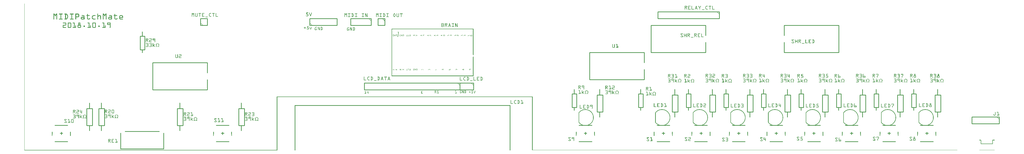
<source format=gto>
G04 MADE WITH FRITZING*
G04 WWW.FRITZING.ORG*
G04 DOUBLE SIDED*
G04 HOLES PLATED*
G04 CONTOUR ON CENTER OF CONTOUR VECTOR*
%ASAXBY*%
%FSLAX23Y23*%
%MOIN*%
%OFA0B0*%
%SFA1.0B1.0*%
%ADD10C,0.010000*%
%ADD11C,0.005000*%
%ADD12C,0.008000*%
%ADD13R,0.001000X0.001000*%
%LNSILK1*%
G90*
G70*
G54D10*
X5280Y1941D02*
X5180Y1941D01*
D02*
X5180Y1941D02*
X5180Y1841D01*
D02*
X5180Y1841D02*
X5280Y1841D01*
D02*
X5280Y1841D02*
X5280Y1941D01*
G54D11*
D02*
X5245Y1941D02*
X5280Y1906D01*
G54D10*
D02*
X14280Y491D02*
X13880Y491D01*
D02*
X13880Y491D02*
X13880Y391D01*
D02*
X13880Y391D02*
X14280Y391D01*
D02*
X14280Y391D02*
X14280Y491D01*
G54D12*
D02*
X14011Y149D02*
X14011Y94D01*
D02*
X14011Y94D02*
X14184Y94D01*
D02*
X14184Y94D02*
X14184Y149D01*
G54D10*
D02*
X2680Y1291D02*
X1880Y1291D01*
D02*
X1880Y1291D02*
X1880Y891D01*
D02*
X1880Y891D02*
X2680Y891D01*
D02*
X2680Y1291D02*
X2680Y1141D01*
D02*
X2680Y1041D02*
X2680Y891D01*
D02*
X9080Y1441D02*
X8280Y1441D01*
D02*
X8280Y1441D02*
X8280Y1041D01*
D02*
X8280Y1041D02*
X9080Y1041D01*
D02*
X9080Y1441D02*
X9080Y1291D01*
D02*
X9080Y1191D02*
X9080Y1041D01*
D02*
X2580Y1841D02*
X2680Y1841D01*
D02*
X2680Y1841D02*
X2680Y1941D01*
D02*
X2680Y1941D02*
X2580Y1941D01*
D02*
X2580Y1941D02*
X2580Y1841D01*
D02*
X6580Y991D02*
X6380Y991D01*
D02*
X6380Y991D02*
X6380Y891D01*
D02*
X6380Y891D02*
X6580Y891D01*
D02*
X6580Y891D02*
X6580Y991D01*
D02*
X6380Y991D02*
X4980Y991D01*
D02*
X4980Y991D02*
X4980Y891D01*
D02*
X4980Y891D02*
X6380Y891D01*
D02*
X6380Y891D02*
X6380Y991D01*
D02*
X10180Y2041D02*
X9280Y2041D01*
D02*
X9280Y2041D02*
X9280Y1941D01*
D02*
X9280Y1941D02*
X10180Y1941D01*
D02*
X10180Y1941D02*
X10180Y2041D01*
D02*
X4180Y1841D02*
X4580Y1841D01*
D02*
X4580Y1841D02*
X4580Y1941D01*
D02*
X4580Y1941D02*
X4180Y1941D01*
D02*
X4180Y1941D02*
X4180Y1841D01*
D02*
X5080Y1941D02*
X4780Y1941D01*
D02*
X4780Y1941D02*
X4780Y1841D01*
D02*
X4780Y1841D02*
X5080Y1841D01*
D02*
X5080Y1841D02*
X5080Y1941D01*
D02*
X2809Y368D02*
X2997Y368D01*
D02*
X2809Y128D02*
X2997Y128D01*
D02*
X2903Y269D02*
X2903Y230D01*
D02*
X2923Y250D02*
X2883Y250D01*
D02*
X11471Y368D02*
X11658Y368D01*
D02*
X11471Y128D02*
X11658Y128D01*
D02*
X11564Y269D02*
X11564Y230D01*
D02*
X11584Y250D02*
X11545Y250D01*
D02*
X10919Y368D02*
X11107Y368D01*
D02*
X10919Y128D02*
X11107Y128D01*
D02*
X11013Y269D02*
X11013Y230D01*
D02*
X11033Y250D02*
X10993Y250D01*
D02*
X10368Y368D02*
X10556Y368D01*
D02*
X10368Y128D02*
X10556Y128D01*
D02*
X10462Y269D02*
X10462Y230D01*
D02*
X10482Y250D02*
X10442Y250D01*
D02*
X9817Y368D02*
X10004Y368D01*
D02*
X9817Y128D02*
X10004Y128D01*
D02*
X9911Y269D02*
X9911Y230D01*
D02*
X9930Y250D02*
X9891Y250D01*
D02*
X9266Y368D02*
X9453Y368D01*
D02*
X9266Y128D02*
X9453Y128D01*
D02*
X9360Y269D02*
X9360Y230D01*
D02*
X9379Y250D02*
X9340Y250D01*
D02*
X8124Y368D02*
X8312Y368D01*
D02*
X8124Y128D02*
X8312Y128D01*
D02*
X8218Y269D02*
X8218Y230D01*
D02*
X8237Y250D02*
X8198Y250D01*
D02*
X447Y368D02*
X634Y368D01*
D02*
X447Y128D02*
X634Y128D01*
D02*
X541Y269D02*
X541Y230D01*
D02*
X560Y250D02*
X521Y250D01*
D02*
X12022Y368D02*
X12209Y368D01*
D02*
X12022Y128D02*
X12209Y128D01*
D02*
X12115Y269D02*
X12115Y230D01*
D02*
X12135Y250D02*
X12096Y250D01*
D02*
X12573Y368D02*
X12760Y368D01*
D02*
X12573Y128D02*
X12760Y128D01*
D02*
X12667Y269D02*
X12667Y230D01*
D02*
X12686Y250D02*
X12647Y250D01*
D02*
X13124Y368D02*
X13312Y368D01*
D02*
X13124Y128D02*
X13312Y128D01*
D02*
X13218Y269D02*
X13218Y230D01*
D02*
X13238Y250D02*
X13198Y250D01*
D02*
X1763Y1681D02*
X1763Y1481D01*
D02*
X1763Y1481D02*
X1697Y1481D01*
D02*
X1697Y1481D02*
X1697Y1681D01*
D02*
X1697Y1681D02*
X1763Y1681D01*
D02*
X8088Y831D02*
X8088Y631D01*
D02*
X8088Y631D02*
X8022Y631D01*
D02*
X8022Y631D02*
X8022Y831D01*
D02*
X8022Y831D02*
X8088Y831D01*
D02*
X13063Y831D02*
X13063Y631D01*
D02*
X13063Y631D02*
X12997Y631D01*
D02*
X12997Y631D02*
X12997Y831D01*
D02*
X12997Y831D02*
X13063Y831D01*
D02*
X12513Y831D02*
X12513Y631D01*
D02*
X12513Y631D02*
X12447Y631D01*
D02*
X12447Y631D02*
X12447Y831D01*
D02*
X12447Y831D02*
X12513Y831D01*
D02*
X11963Y831D02*
X11963Y631D01*
D02*
X11963Y631D02*
X11897Y631D01*
D02*
X11897Y631D02*
X11897Y831D01*
D02*
X11897Y831D02*
X11963Y831D01*
D02*
X11413Y831D02*
X11413Y631D01*
D02*
X11413Y631D02*
X11347Y631D01*
D02*
X11347Y631D02*
X11347Y831D01*
D02*
X11347Y831D02*
X11413Y831D01*
D02*
X10863Y831D02*
X10863Y631D01*
D02*
X10863Y631D02*
X10797Y631D01*
D02*
X10797Y631D02*
X10797Y831D01*
D02*
X10797Y831D02*
X10863Y831D01*
D02*
X10313Y831D02*
X10313Y631D01*
D02*
X10313Y631D02*
X10247Y631D01*
D02*
X10247Y631D02*
X10247Y831D01*
D02*
X10247Y831D02*
X10313Y831D01*
D02*
X9763Y831D02*
X9763Y631D01*
D02*
X9763Y631D02*
X9697Y631D01*
D02*
X9697Y631D02*
X9697Y831D01*
D02*
X9697Y831D02*
X9763Y831D01*
D02*
X9063Y831D02*
X9063Y631D01*
D02*
X9063Y631D02*
X8997Y631D01*
D02*
X8997Y631D02*
X8997Y831D01*
D02*
X8997Y831D02*
X9063Y831D01*
D02*
X13339Y565D02*
X13339Y815D01*
D02*
X13339Y815D02*
X13421Y815D01*
D02*
X13421Y815D02*
X13421Y565D01*
D02*
X13421Y565D02*
X13339Y565D01*
D02*
X12789Y565D02*
X12789Y815D01*
D02*
X12789Y815D02*
X12871Y815D01*
D02*
X12871Y815D02*
X12871Y565D01*
D02*
X12871Y565D02*
X12789Y565D01*
D02*
X12239Y565D02*
X12239Y815D01*
D02*
X12239Y815D02*
X12321Y815D01*
D02*
X12321Y815D02*
X12321Y565D01*
D02*
X12321Y565D02*
X12239Y565D01*
D02*
X11689Y565D02*
X11689Y815D01*
D02*
X11689Y815D02*
X11771Y815D01*
D02*
X11771Y815D02*
X11771Y565D01*
D02*
X11771Y565D02*
X11689Y565D01*
D02*
X11139Y565D02*
X11139Y815D01*
D02*
X11139Y815D02*
X11221Y815D01*
D02*
X11221Y815D02*
X11221Y565D01*
D02*
X11221Y565D02*
X11139Y565D01*
D02*
X10589Y565D02*
X10589Y815D01*
D02*
X10589Y815D02*
X10671Y815D01*
D02*
X10671Y815D02*
X10671Y565D01*
D02*
X10671Y565D02*
X10589Y565D01*
D02*
X10039Y565D02*
X10039Y815D01*
D02*
X10039Y815D02*
X10121Y815D01*
D02*
X10121Y815D02*
X10121Y565D01*
D02*
X10121Y565D02*
X10039Y565D01*
D02*
X9489Y565D02*
X9489Y815D01*
D02*
X9489Y815D02*
X9571Y815D01*
D02*
X9571Y815D02*
X9571Y565D01*
D02*
X9571Y565D02*
X9489Y565D01*
D02*
X8389Y565D02*
X8389Y815D01*
D02*
X8389Y815D02*
X8471Y815D01*
D02*
X8471Y815D02*
X8471Y565D01*
D02*
X8471Y565D02*
X8389Y565D01*
D02*
X1089Y365D02*
X1089Y615D01*
D02*
X1089Y615D02*
X1171Y615D01*
D02*
X1171Y615D02*
X1171Y365D01*
D02*
X1171Y365D02*
X1089Y365D01*
D02*
X2239Y365D02*
X2239Y615D01*
D02*
X2239Y615D02*
X2321Y615D01*
D02*
X2321Y615D02*
X2321Y365D01*
D02*
X2321Y365D02*
X2239Y365D01*
D02*
X3139Y365D02*
X3139Y615D01*
D02*
X3139Y615D02*
X3221Y615D01*
D02*
X3221Y615D02*
X3221Y365D01*
D02*
X3221Y365D02*
X3139Y365D01*
D02*
X914Y365D02*
X914Y615D01*
D02*
X914Y615D02*
X996Y615D01*
D02*
X996Y615D02*
X996Y365D01*
D02*
X996Y365D02*
X914Y365D01*
D02*
X9980Y1841D02*
X9180Y1841D01*
D02*
X9180Y1841D02*
X9180Y1441D01*
D02*
X9180Y1441D02*
X9980Y1441D01*
D02*
X9980Y1841D02*
X9980Y1691D01*
D02*
X9980Y1591D02*
X9980Y1441D01*
D02*
X11130Y1441D02*
X11930Y1441D01*
D02*
X11930Y1441D02*
X11930Y1841D01*
D02*
X11930Y1841D02*
X11130Y1841D01*
D02*
X11130Y1441D02*
X11130Y1591D01*
D02*
X11130Y1691D02*
X11130Y1841D01*
G54D13*
X0Y2161D02*
X3Y2161D01*
X0Y2160D02*
X3Y2160D01*
X0Y2159D02*
X3Y2159D01*
X0Y2158D02*
X3Y2158D01*
X0Y2157D02*
X3Y2157D01*
X0Y2156D02*
X3Y2156D01*
X0Y2155D02*
X3Y2155D01*
X0Y2154D02*
X3Y2154D01*
X0Y2153D02*
X3Y2153D01*
X0Y2152D02*
X3Y2152D01*
X0Y2151D02*
X3Y2151D01*
X0Y2150D02*
X3Y2150D01*
X0Y2149D02*
X3Y2149D01*
X0Y2148D02*
X3Y2148D01*
X0Y2147D02*
X3Y2147D01*
X0Y2146D02*
X3Y2146D01*
X0Y2145D02*
X3Y2145D01*
X0Y2144D02*
X3Y2144D01*
X0Y2143D02*
X3Y2143D01*
X0Y2142D02*
X3Y2142D01*
X0Y2141D02*
X3Y2141D01*
X0Y2140D02*
X3Y2140D01*
X0Y2139D02*
X3Y2139D01*
X0Y2138D02*
X3Y2138D01*
X0Y2137D02*
X3Y2137D01*
X0Y2136D02*
X3Y2136D01*
X0Y2135D02*
X3Y2135D01*
X0Y2134D02*
X3Y2134D01*
X0Y2133D02*
X3Y2133D01*
X0Y2132D02*
X3Y2132D01*
X0Y2131D02*
X3Y2131D01*
X0Y2130D02*
X3Y2130D01*
X0Y2129D02*
X3Y2129D01*
X0Y2128D02*
X3Y2128D01*
X9673Y2128D02*
X9700Y2128D01*
X9724Y2128D02*
X9756Y2128D01*
X9775Y2128D02*
X9778Y2128D01*
X9839Y2128D02*
X9842Y2128D01*
X9876Y2128D02*
X9879Y2128D01*
X9903Y2128D02*
X9906Y2128D01*
X9989Y2128D02*
X10007Y2128D01*
X10025Y2128D02*
X10059Y2128D01*
X10077Y2128D02*
X10080Y2128D01*
X0Y2127D02*
X3Y2127D01*
X9673Y2127D02*
X9702Y2127D01*
X9724Y2127D02*
X9757Y2127D01*
X9774Y2127D02*
X9779Y2127D01*
X9838Y2127D02*
X9843Y2127D01*
X9875Y2127D02*
X9880Y2127D01*
X9902Y2127D02*
X9907Y2127D01*
X9987Y2127D02*
X10008Y2127D01*
X10025Y2127D02*
X10059Y2127D01*
X10076Y2127D02*
X10081Y2127D01*
X0Y2126D02*
X3Y2126D01*
X9673Y2126D02*
X9703Y2126D01*
X9724Y2126D02*
X9757Y2126D01*
X9774Y2126D02*
X9780Y2126D01*
X9838Y2126D02*
X9844Y2126D01*
X9874Y2126D02*
X9880Y2126D01*
X9902Y2126D02*
X9908Y2126D01*
X9986Y2126D02*
X10008Y2126D01*
X10025Y2126D02*
X10059Y2126D01*
X10075Y2126D02*
X10081Y2126D01*
X0Y2125D02*
X3Y2125D01*
X9673Y2125D02*
X9704Y2125D01*
X9724Y2125D02*
X9757Y2125D01*
X9774Y2125D02*
X9780Y2125D01*
X9838Y2125D02*
X9844Y2125D01*
X9874Y2125D02*
X9880Y2125D01*
X9902Y2125D02*
X9908Y2125D01*
X9985Y2125D02*
X10008Y2125D01*
X10025Y2125D02*
X10059Y2125D01*
X10075Y2125D02*
X10081Y2125D01*
X0Y2124D02*
X3Y2124D01*
X9673Y2124D02*
X9705Y2124D01*
X9724Y2124D02*
X9757Y2124D01*
X9774Y2124D02*
X9780Y2124D01*
X9837Y2124D02*
X9844Y2124D01*
X9874Y2124D02*
X9880Y2124D01*
X9902Y2124D02*
X9908Y2124D01*
X9984Y2124D02*
X10008Y2124D01*
X10025Y2124D02*
X10059Y2124D01*
X10075Y2124D02*
X10081Y2124D01*
X0Y2123D02*
X3Y2123D01*
X9673Y2123D02*
X9706Y2123D01*
X9724Y2123D02*
X9756Y2123D01*
X9774Y2123D02*
X9780Y2123D01*
X9837Y2123D02*
X9845Y2123D01*
X9874Y2123D02*
X9880Y2123D01*
X9902Y2123D02*
X9908Y2123D01*
X9983Y2123D02*
X10007Y2123D01*
X10025Y2123D02*
X10059Y2123D01*
X10075Y2123D02*
X10081Y2123D01*
X0Y2122D02*
X3Y2122D01*
X9673Y2122D02*
X9706Y2122D01*
X9724Y2122D02*
X9755Y2122D01*
X9774Y2122D02*
X9780Y2122D01*
X9837Y2122D02*
X9845Y2122D01*
X9874Y2122D02*
X9880Y2122D01*
X9902Y2122D02*
X9908Y2122D01*
X9983Y2122D02*
X10006Y2122D01*
X10025Y2122D02*
X10059Y2122D01*
X10075Y2122D02*
X10081Y2122D01*
X0Y2121D02*
X3Y2121D01*
X9673Y2121D02*
X9680Y2121D01*
X9699Y2121D02*
X9707Y2121D01*
X9724Y2121D02*
X9730Y2121D01*
X9774Y2121D02*
X9780Y2121D01*
X9836Y2121D02*
X9845Y2121D01*
X9874Y2121D02*
X9880Y2121D01*
X9902Y2121D02*
X9908Y2121D01*
X9982Y2121D02*
X9990Y2121D01*
X10025Y2121D02*
X10031Y2121D01*
X10039Y2121D02*
X10045Y2121D01*
X10052Y2121D02*
X10059Y2121D01*
X10075Y2121D02*
X10081Y2121D01*
X0Y2120D02*
X3Y2120D01*
X9673Y2120D02*
X9680Y2120D01*
X9700Y2120D02*
X9707Y2120D01*
X9724Y2120D02*
X9730Y2120D01*
X9774Y2120D02*
X9780Y2120D01*
X9836Y2120D02*
X9846Y2120D01*
X9874Y2120D02*
X9881Y2120D01*
X9901Y2120D02*
X9908Y2120D01*
X9982Y2120D02*
X9989Y2120D01*
X10025Y2120D02*
X10031Y2120D01*
X10039Y2120D02*
X10045Y2120D01*
X10052Y2120D02*
X10059Y2120D01*
X10075Y2120D02*
X10081Y2120D01*
X0Y2119D02*
X3Y2119D01*
X9673Y2119D02*
X9680Y2119D01*
X9701Y2119D02*
X9707Y2119D01*
X9724Y2119D02*
X9730Y2119D01*
X9774Y2119D02*
X9780Y2119D01*
X9836Y2119D02*
X9846Y2119D01*
X9874Y2119D02*
X9881Y2119D01*
X9901Y2119D02*
X9908Y2119D01*
X9981Y2119D02*
X9988Y2119D01*
X10025Y2119D02*
X10031Y2119D01*
X10039Y2119D02*
X10045Y2119D01*
X10053Y2119D02*
X10058Y2119D01*
X10075Y2119D02*
X10081Y2119D01*
X0Y2118D02*
X3Y2118D01*
X9673Y2118D02*
X9680Y2118D01*
X9701Y2118D02*
X9707Y2118D01*
X9724Y2118D02*
X9730Y2118D01*
X9774Y2118D02*
X9780Y2118D01*
X9836Y2118D02*
X9846Y2118D01*
X9874Y2118D02*
X9882Y2118D01*
X9900Y2118D02*
X9908Y2118D01*
X9981Y2118D02*
X9988Y2118D01*
X10025Y2118D02*
X10031Y2118D01*
X10039Y2118D02*
X10045Y2118D01*
X10053Y2118D02*
X10058Y2118D01*
X10075Y2118D02*
X10081Y2118D01*
X0Y2117D02*
X3Y2117D01*
X9673Y2117D02*
X9680Y2117D01*
X9701Y2117D02*
X9707Y2117D01*
X9724Y2117D02*
X9730Y2117D01*
X9774Y2117D02*
X9780Y2117D01*
X9835Y2117D02*
X9846Y2117D01*
X9875Y2117D02*
X9883Y2117D01*
X9899Y2117D02*
X9907Y2117D01*
X9980Y2117D02*
X9987Y2117D01*
X10026Y2117D02*
X10030Y2117D01*
X10039Y2117D02*
X10045Y2117D01*
X10053Y2117D02*
X10058Y2117D01*
X10075Y2117D02*
X10081Y2117D01*
X0Y2116D02*
X3Y2116D01*
X9673Y2116D02*
X9680Y2116D01*
X9701Y2116D02*
X9707Y2116D01*
X9724Y2116D02*
X9730Y2116D01*
X9774Y2116D02*
X9780Y2116D01*
X9835Y2116D02*
X9847Y2116D01*
X9876Y2116D02*
X9884Y2116D01*
X9898Y2116D02*
X9906Y2116D01*
X9980Y2116D02*
X9987Y2116D01*
X10027Y2116D02*
X10029Y2116D01*
X10039Y2116D02*
X10045Y2116D01*
X10055Y2116D02*
X10056Y2116D01*
X10075Y2116D02*
X10081Y2116D01*
X0Y2115D02*
X3Y2115D01*
X9673Y2115D02*
X9680Y2115D01*
X9701Y2115D02*
X9707Y2115D01*
X9724Y2115D02*
X9730Y2115D01*
X9774Y2115D02*
X9780Y2115D01*
X9835Y2115D02*
X9847Y2115D01*
X9877Y2115D02*
X9885Y2115D01*
X9898Y2115D02*
X9906Y2115D01*
X9979Y2115D02*
X9986Y2115D01*
X10039Y2115D02*
X10045Y2115D01*
X10075Y2115D02*
X10081Y2115D01*
X0Y2114D02*
X3Y2114D01*
X9673Y2114D02*
X9680Y2114D01*
X9701Y2114D02*
X9707Y2114D01*
X9724Y2114D02*
X9730Y2114D01*
X9774Y2114D02*
X9780Y2114D01*
X9834Y2114D02*
X9847Y2114D01*
X9877Y2114D02*
X9885Y2114D01*
X9897Y2114D02*
X9905Y2114D01*
X9979Y2114D02*
X9986Y2114D01*
X10039Y2114D02*
X10045Y2114D01*
X10075Y2114D02*
X10081Y2114D01*
X0Y2113D02*
X3Y2113D01*
X9673Y2113D02*
X9680Y2113D01*
X9701Y2113D02*
X9707Y2113D01*
X9724Y2113D02*
X9730Y2113D01*
X9774Y2113D02*
X9780Y2113D01*
X9834Y2113D02*
X9848Y2113D01*
X9878Y2113D02*
X9886Y2113D01*
X9896Y2113D02*
X9904Y2113D01*
X9978Y2113D02*
X9985Y2113D01*
X10039Y2113D02*
X10045Y2113D01*
X10075Y2113D02*
X10081Y2113D01*
X0Y2112D02*
X3Y2112D01*
X9673Y2112D02*
X9680Y2112D01*
X9700Y2112D02*
X9707Y2112D01*
X9724Y2112D02*
X9730Y2112D01*
X9774Y2112D02*
X9780Y2112D01*
X9834Y2112D02*
X9848Y2112D01*
X9879Y2112D02*
X9887Y2112D01*
X9895Y2112D02*
X9903Y2112D01*
X9978Y2112D02*
X9985Y2112D01*
X10039Y2112D02*
X10045Y2112D01*
X10075Y2112D02*
X10081Y2112D01*
X0Y2111D02*
X3Y2111D01*
X9673Y2111D02*
X9680Y2111D01*
X9698Y2111D02*
X9706Y2111D01*
X9724Y2111D02*
X9730Y2111D01*
X9774Y2111D02*
X9780Y2111D01*
X9834Y2111D02*
X9840Y2111D01*
X9842Y2111D02*
X9848Y2111D01*
X9880Y2111D02*
X9888Y2111D01*
X9894Y2111D02*
X9902Y2111D01*
X9977Y2111D02*
X9984Y2111D01*
X10039Y2111D02*
X10045Y2111D01*
X10075Y2111D02*
X10081Y2111D01*
X0Y2110D02*
X3Y2110D01*
X9673Y2110D02*
X9706Y2110D01*
X9724Y2110D02*
X9730Y2110D01*
X9774Y2110D02*
X9780Y2110D01*
X9833Y2110D02*
X9840Y2110D01*
X9842Y2110D02*
X9848Y2110D01*
X9881Y2110D02*
X9888Y2110D01*
X9894Y2110D02*
X9902Y2110D01*
X9977Y2110D02*
X9984Y2110D01*
X10039Y2110D02*
X10045Y2110D01*
X10075Y2110D02*
X10081Y2110D01*
X0Y2109D02*
X3Y2109D01*
X9673Y2109D02*
X9705Y2109D01*
X9724Y2109D02*
X9730Y2109D01*
X9774Y2109D02*
X9780Y2109D01*
X9833Y2109D02*
X9839Y2109D01*
X9842Y2109D02*
X9849Y2109D01*
X9881Y2109D02*
X9889Y2109D01*
X9893Y2109D02*
X9901Y2109D01*
X9976Y2109D02*
X9983Y2109D01*
X10039Y2109D02*
X10045Y2109D01*
X10075Y2109D02*
X10081Y2109D01*
X0Y2108D02*
X3Y2108D01*
X9673Y2108D02*
X9705Y2108D01*
X9724Y2108D02*
X9730Y2108D01*
X9774Y2108D02*
X9780Y2108D01*
X9833Y2108D02*
X9839Y2108D01*
X9843Y2108D02*
X9849Y2108D01*
X9882Y2108D02*
X9890Y2108D01*
X9892Y2108D02*
X9900Y2108D01*
X9976Y2108D02*
X9983Y2108D01*
X10039Y2108D02*
X10045Y2108D01*
X10075Y2108D02*
X10081Y2108D01*
X0Y2107D02*
X3Y2107D01*
X9673Y2107D02*
X9704Y2107D01*
X9724Y2107D02*
X9730Y2107D01*
X9774Y2107D02*
X9780Y2107D01*
X9832Y2107D02*
X9839Y2107D01*
X9843Y2107D02*
X9849Y2107D01*
X9883Y2107D02*
X9899Y2107D01*
X9976Y2107D02*
X9982Y2107D01*
X10039Y2107D02*
X10045Y2107D01*
X10075Y2107D02*
X10081Y2107D01*
X0Y2106D02*
X3Y2106D01*
X9673Y2106D02*
X9703Y2106D01*
X9724Y2106D02*
X9730Y2106D01*
X9774Y2106D02*
X9780Y2106D01*
X9832Y2106D02*
X9838Y2106D01*
X9843Y2106D02*
X9850Y2106D01*
X9884Y2106D02*
X9898Y2106D01*
X9975Y2106D02*
X9982Y2106D01*
X10039Y2106D02*
X10045Y2106D01*
X10075Y2106D02*
X10081Y2106D01*
X0Y2105D02*
X3Y2105D01*
X9673Y2105D02*
X9701Y2105D01*
X9724Y2105D02*
X9741Y2105D01*
X9774Y2105D02*
X9780Y2105D01*
X9832Y2105D02*
X9838Y2105D01*
X9844Y2105D02*
X9850Y2105D01*
X9884Y2105D02*
X9898Y2105D01*
X9975Y2105D02*
X9981Y2105D01*
X10039Y2105D02*
X10045Y2105D01*
X10075Y2105D02*
X10081Y2105D01*
X0Y2104D02*
X3Y2104D01*
X9673Y2104D02*
X9697Y2104D01*
X9724Y2104D02*
X9742Y2104D01*
X9774Y2104D02*
X9780Y2104D01*
X9831Y2104D02*
X9838Y2104D01*
X9844Y2104D02*
X9850Y2104D01*
X9885Y2104D02*
X9897Y2104D01*
X9975Y2104D02*
X9981Y2104D01*
X10039Y2104D02*
X10045Y2104D01*
X10075Y2104D02*
X10081Y2104D01*
X0Y2103D02*
X3Y2103D01*
X9673Y2103D02*
X9680Y2103D01*
X9686Y2103D02*
X9693Y2103D01*
X9724Y2103D02*
X9743Y2103D01*
X9774Y2103D02*
X9780Y2103D01*
X9831Y2103D02*
X9838Y2103D01*
X9844Y2103D02*
X9850Y2103D01*
X9886Y2103D02*
X9896Y2103D01*
X9975Y2103D02*
X9981Y2103D01*
X10039Y2103D02*
X10045Y2103D01*
X10075Y2103D02*
X10081Y2103D01*
X0Y2102D02*
X3Y2102D01*
X9673Y2102D02*
X9680Y2102D01*
X9686Y2102D02*
X9694Y2102D01*
X9724Y2102D02*
X9743Y2102D01*
X9774Y2102D02*
X9780Y2102D01*
X9831Y2102D02*
X9837Y2102D01*
X9844Y2102D02*
X9851Y2102D01*
X9887Y2102D02*
X9895Y2102D01*
X9975Y2102D02*
X9981Y2102D01*
X10039Y2102D02*
X10045Y2102D01*
X10075Y2102D02*
X10081Y2102D01*
X0Y2101D02*
X3Y2101D01*
X9673Y2101D02*
X9680Y2101D01*
X9687Y2101D02*
X9694Y2101D01*
X9724Y2101D02*
X9743Y2101D01*
X9774Y2101D02*
X9780Y2101D01*
X9831Y2101D02*
X9837Y2101D01*
X9845Y2101D02*
X9851Y2101D01*
X9888Y2101D02*
X9895Y2101D01*
X9975Y2101D02*
X9981Y2101D01*
X10039Y2101D02*
X10045Y2101D01*
X10075Y2101D02*
X10081Y2101D01*
X0Y2100D02*
X3Y2100D01*
X9673Y2100D02*
X9680Y2100D01*
X9688Y2100D02*
X9695Y2100D01*
X9724Y2100D02*
X9743Y2100D01*
X9774Y2100D02*
X9780Y2100D01*
X9830Y2100D02*
X9837Y2100D01*
X9845Y2100D02*
X9851Y2100D01*
X9888Y2100D02*
X9894Y2100D01*
X9975Y2100D02*
X9981Y2100D01*
X10039Y2100D02*
X10045Y2100D01*
X10075Y2100D02*
X10081Y2100D01*
X0Y2099D02*
X3Y2099D01*
X9673Y2099D02*
X9680Y2099D01*
X9688Y2099D02*
X9695Y2099D01*
X9724Y2099D02*
X9742Y2099D01*
X9774Y2099D02*
X9780Y2099D01*
X9830Y2099D02*
X9836Y2099D01*
X9845Y2099D02*
X9852Y2099D01*
X9888Y2099D02*
X9894Y2099D01*
X9975Y2099D02*
X9981Y2099D01*
X10039Y2099D02*
X10045Y2099D01*
X10075Y2099D02*
X10081Y2099D01*
X0Y2098D02*
X3Y2098D01*
X9673Y2098D02*
X9680Y2098D01*
X9689Y2098D02*
X9696Y2098D01*
X9724Y2098D02*
X9730Y2098D01*
X9774Y2098D02*
X9780Y2098D01*
X9830Y2098D02*
X9836Y2098D01*
X9846Y2098D02*
X9852Y2098D01*
X9888Y2098D02*
X9894Y2098D01*
X9975Y2098D02*
X9981Y2098D01*
X10039Y2098D02*
X10045Y2098D01*
X10075Y2098D02*
X10081Y2098D01*
X0Y2097D02*
X3Y2097D01*
X9673Y2097D02*
X9680Y2097D01*
X9689Y2097D02*
X9697Y2097D01*
X9724Y2097D02*
X9730Y2097D01*
X9774Y2097D02*
X9780Y2097D01*
X9829Y2097D02*
X9836Y2097D01*
X9846Y2097D02*
X9852Y2097D01*
X9888Y2097D02*
X9894Y2097D01*
X9975Y2097D02*
X9982Y2097D01*
X10039Y2097D02*
X10045Y2097D01*
X10075Y2097D02*
X10081Y2097D01*
X0Y2096D02*
X3Y2096D01*
X9673Y2096D02*
X9680Y2096D01*
X9690Y2096D02*
X9697Y2096D01*
X9724Y2096D02*
X9730Y2096D01*
X9774Y2096D02*
X9780Y2096D01*
X9829Y2096D02*
X9835Y2096D01*
X9846Y2096D02*
X9853Y2096D01*
X9888Y2096D02*
X9894Y2096D01*
X9976Y2096D02*
X9982Y2096D01*
X10039Y2096D02*
X10045Y2096D01*
X10075Y2096D02*
X10081Y2096D01*
X0Y2095D02*
X3Y2095D01*
X9673Y2095D02*
X9680Y2095D01*
X9691Y2095D02*
X9698Y2095D01*
X9724Y2095D02*
X9730Y2095D01*
X9774Y2095D02*
X9780Y2095D01*
X9829Y2095D02*
X9835Y2095D01*
X9847Y2095D02*
X9853Y2095D01*
X9888Y2095D02*
X9894Y2095D01*
X9976Y2095D02*
X9983Y2095D01*
X10039Y2095D02*
X10045Y2095D01*
X10075Y2095D02*
X10081Y2095D01*
X0Y2094D02*
X3Y2094D01*
X9673Y2094D02*
X9680Y2094D01*
X9691Y2094D02*
X9698Y2094D01*
X9724Y2094D02*
X9730Y2094D01*
X9774Y2094D02*
X9780Y2094D01*
X9829Y2094D02*
X9835Y2094D01*
X9847Y2094D02*
X9853Y2094D01*
X9888Y2094D02*
X9894Y2094D01*
X9977Y2094D02*
X9983Y2094D01*
X10039Y2094D02*
X10045Y2094D01*
X10075Y2094D02*
X10081Y2094D01*
X0Y2093D02*
X3Y2093D01*
X9673Y2093D02*
X9680Y2093D01*
X9692Y2093D02*
X9699Y2093D01*
X9724Y2093D02*
X9730Y2093D01*
X9774Y2093D02*
X9780Y2093D01*
X9828Y2093D02*
X9853Y2093D01*
X9888Y2093D02*
X9894Y2093D01*
X9977Y2093D02*
X9984Y2093D01*
X10039Y2093D02*
X10045Y2093D01*
X10075Y2093D02*
X10081Y2093D01*
X0Y2092D02*
X3Y2092D01*
X9673Y2092D02*
X9680Y2092D01*
X9692Y2092D02*
X9699Y2092D01*
X9724Y2092D02*
X9730Y2092D01*
X9774Y2092D02*
X9780Y2092D01*
X9828Y2092D02*
X9854Y2092D01*
X9888Y2092D02*
X9894Y2092D01*
X9978Y2092D02*
X9984Y2092D01*
X10039Y2092D02*
X10045Y2092D01*
X10075Y2092D02*
X10081Y2092D01*
X0Y2091D02*
X3Y2091D01*
X9673Y2091D02*
X9680Y2091D01*
X9693Y2091D02*
X9700Y2091D01*
X9724Y2091D02*
X9730Y2091D01*
X9774Y2091D02*
X9780Y2091D01*
X9828Y2091D02*
X9854Y2091D01*
X9888Y2091D02*
X9894Y2091D01*
X9978Y2091D02*
X9985Y2091D01*
X10039Y2091D02*
X10045Y2091D01*
X10075Y2091D02*
X10081Y2091D01*
X0Y2090D02*
X3Y2090D01*
X9673Y2090D02*
X9680Y2090D01*
X9693Y2090D02*
X9701Y2090D01*
X9724Y2090D02*
X9730Y2090D01*
X9774Y2090D02*
X9780Y2090D01*
X9827Y2090D02*
X9854Y2090D01*
X9888Y2090D02*
X9894Y2090D01*
X9979Y2090D02*
X9985Y2090D01*
X10039Y2090D02*
X10045Y2090D01*
X10075Y2090D02*
X10081Y2090D01*
X0Y2089D02*
X3Y2089D01*
X9673Y2089D02*
X9680Y2089D01*
X9694Y2089D02*
X9701Y2089D01*
X9724Y2089D02*
X9730Y2089D01*
X9774Y2089D02*
X9780Y2089D01*
X9827Y2089D02*
X9855Y2089D01*
X9888Y2089D02*
X9894Y2089D01*
X9979Y2089D02*
X9986Y2089D01*
X10039Y2089D02*
X10045Y2089D01*
X10075Y2089D02*
X10081Y2089D01*
X0Y2088D02*
X3Y2088D01*
X9673Y2088D02*
X9680Y2088D01*
X9695Y2088D02*
X9702Y2088D01*
X9724Y2088D02*
X9730Y2088D01*
X9774Y2088D02*
X9780Y2088D01*
X9827Y2088D02*
X9855Y2088D01*
X9888Y2088D02*
X9894Y2088D01*
X9980Y2088D02*
X9986Y2088D01*
X10039Y2088D02*
X10045Y2088D01*
X10075Y2088D02*
X10081Y2088D01*
X0Y2087D02*
X3Y2087D01*
X9673Y2087D02*
X9680Y2087D01*
X9695Y2087D02*
X9702Y2087D01*
X9724Y2087D02*
X9730Y2087D01*
X9774Y2087D02*
X9780Y2087D01*
X9827Y2087D02*
X9855Y2087D01*
X9888Y2087D02*
X9894Y2087D01*
X9980Y2087D02*
X9987Y2087D01*
X10039Y2087D02*
X10045Y2087D01*
X10075Y2087D02*
X10081Y2087D01*
X0Y2086D02*
X3Y2086D01*
X9673Y2086D02*
X9680Y2086D01*
X9696Y2086D02*
X9703Y2086D01*
X9724Y2086D02*
X9730Y2086D01*
X9774Y2086D02*
X9780Y2086D01*
X9826Y2086D02*
X9833Y2086D01*
X9849Y2086D02*
X9855Y2086D01*
X9888Y2086D02*
X9894Y2086D01*
X9981Y2086D02*
X9987Y2086D01*
X10039Y2086D02*
X10045Y2086D01*
X10075Y2086D02*
X10081Y2086D01*
X0Y2085D02*
X3Y2085D01*
X9673Y2085D02*
X9680Y2085D01*
X9696Y2085D02*
X9704Y2085D01*
X9724Y2085D02*
X9730Y2085D01*
X9774Y2085D02*
X9780Y2085D01*
X9826Y2085D02*
X9832Y2085D01*
X9849Y2085D02*
X9856Y2085D01*
X9888Y2085D02*
X9894Y2085D01*
X9981Y2085D02*
X9988Y2085D01*
X10039Y2085D02*
X10045Y2085D01*
X10075Y2085D02*
X10081Y2085D01*
X0Y2084D02*
X3Y2084D01*
X9673Y2084D02*
X9680Y2084D01*
X9697Y2084D02*
X9704Y2084D01*
X9724Y2084D02*
X9730Y2084D01*
X9774Y2084D02*
X9780Y2084D01*
X9826Y2084D02*
X9832Y2084D01*
X9850Y2084D02*
X9856Y2084D01*
X9888Y2084D02*
X9894Y2084D01*
X9982Y2084D02*
X9989Y2084D01*
X10039Y2084D02*
X10045Y2084D01*
X10075Y2084D02*
X10081Y2084D01*
X0Y2083D02*
X3Y2083D01*
X9673Y2083D02*
X9680Y2083D01*
X9698Y2083D02*
X9705Y2083D01*
X9724Y2083D02*
X9730Y2083D01*
X9774Y2083D02*
X9780Y2083D01*
X9825Y2083D02*
X9832Y2083D01*
X9850Y2083D02*
X9856Y2083D01*
X9888Y2083D02*
X9894Y2083D01*
X9982Y2083D02*
X9989Y2083D01*
X10039Y2083D02*
X10045Y2083D01*
X10075Y2083D02*
X10081Y2083D01*
X0Y2082D02*
X3Y2082D01*
X9673Y2082D02*
X9680Y2082D01*
X9698Y2082D02*
X9705Y2082D01*
X9724Y2082D02*
X9730Y2082D01*
X9774Y2082D02*
X9780Y2082D01*
X9825Y2082D02*
X9831Y2082D01*
X9850Y2082D02*
X9857Y2082D01*
X9888Y2082D02*
X9894Y2082D01*
X9983Y2082D02*
X9990Y2082D01*
X10039Y2082D02*
X10045Y2082D01*
X10075Y2082D02*
X10081Y2082D01*
X0Y2081D02*
X3Y2081D01*
X9673Y2081D02*
X9680Y2081D01*
X9699Y2081D02*
X9706Y2081D01*
X9724Y2081D02*
X9755Y2081D01*
X9774Y2081D02*
X9806Y2081D01*
X9825Y2081D02*
X9831Y2081D01*
X9851Y2081D02*
X9857Y2081D01*
X9888Y2081D02*
X9894Y2081D01*
X9983Y2081D02*
X10006Y2081D01*
X10039Y2081D02*
X10045Y2081D01*
X10075Y2081D02*
X10107Y2081D01*
X0Y2080D02*
X3Y2080D01*
X9673Y2080D02*
X9680Y2080D01*
X9699Y2080D02*
X9706Y2080D01*
X9724Y2080D02*
X9757Y2080D01*
X9774Y2080D02*
X9807Y2080D01*
X9824Y2080D02*
X9831Y2080D01*
X9851Y2080D02*
X9857Y2080D01*
X9888Y2080D02*
X9894Y2080D01*
X9984Y2080D02*
X10008Y2080D01*
X10039Y2080D02*
X10045Y2080D01*
X10075Y2080D02*
X10108Y2080D01*
X0Y2079D02*
X3Y2079D01*
X9673Y2079D02*
X9680Y2079D01*
X9700Y2079D02*
X9707Y2079D01*
X9724Y2079D02*
X9757Y2079D01*
X9774Y2079D02*
X9807Y2079D01*
X9824Y2079D02*
X9830Y2079D01*
X9851Y2079D02*
X9857Y2079D01*
X9888Y2079D02*
X9894Y2079D01*
X9984Y2079D02*
X10008Y2079D01*
X10039Y2079D02*
X10045Y2079D01*
X10075Y2079D02*
X10109Y2079D01*
X0Y2078D02*
X3Y2078D01*
X9674Y2078D02*
X9679Y2078D01*
X9700Y2078D02*
X9707Y2078D01*
X9724Y2078D02*
X9757Y2078D01*
X9774Y2078D02*
X9807Y2078D01*
X9824Y2078D02*
X9830Y2078D01*
X9852Y2078D02*
X9858Y2078D01*
X9888Y2078D02*
X9894Y2078D01*
X9985Y2078D02*
X10008Y2078D01*
X10039Y2078D02*
X10045Y2078D01*
X10075Y2078D02*
X10109Y2078D01*
X0Y2077D02*
X3Y2077D01*
X9674Y2077D02*
X9679Y2077D01*
X9701Y2077D02*
X9707Y2077D01*
X9724Y2077D02*
X9757Y2077D01*
X9774Y2077D02*
X9807Y2077D01*
X9824Y2077D02*
X9830Y2077D01*
X9852Y2077D02*
X9858Y2077D01*
X9888Y2077D02*
X9894Y2077D01*
X9986Y2077D02*
X10008Y2077D01*
X10039Y2077D02*
X10044Y2077D01*
X10075Y2077D02*
X10108Y2077D01*
X0Y2076D02*
X3Y2076D01*
X9674Y2076D02*
X9679Y2076D01*
X9702Y2076D02*
X9706Y2076D01*
X9724Y2076D02*
X9757Y2076D01*
X9774Y2076D02*
X9807Y2076D01*
X9825Y2076D02*
X9829Y2076D01*
X9852Y2076D02*
X9857Y2076D01*
X9889Y2076D02*
X9893Y2076D01*
X9988Y2076D02*
X10008Y2076D01*
X10039Y2076D02*
X10044Y2076D01*
X10075Y2076D02*
X10108Y2076D01*
X0Y2075D02*
X3Y2075D01*
X9675Y2075D02*
X9678Y2075D01*
X9703Y2075D02*
X9705Y2075D01*
X9724Y2075D02*
X9755Y2075D01*
X9774Y2075D02*
X9806Y2075D01*
X9826Y2075D02*
X9828Y2075D01*
X9853Y2075D02*
X9856Y2075D01*
X9890Y2075D02*
X9892Y2075D01*
X9990Y2075D02*
X10006Y2075D01*
X10041Y2075D02*
X10043Y2075D01*
X10075Y2075D02*
X10107Y2075D01*
X0Y2074D02*
X3Y2074D01*
X9926Y2074D02*
X9956Y2074D01*
X0Y2073D02*
X3Y2073D01*
X9925Y2073D02*
X9957Y2073D01*
X0Y2072D02*
X3Y2072D01*
X9925Y2072D02*
X9958Y2072D01*
X0Y2071D02*
X3Y2071D01*
X9925Y2071D02*
X9958Y2071D01*
X0Y2070D02*
X3Y2070D01*
X9925Y2070D02*
X9958Y2070D01*
X0Y2069D02*
X3Y2069D01*
X9925Y2069D02*
X9957Y2069D01*
X0Y2068D02*
X3Y2068D01*
X9926Y2068D02*
X9956Y2068D01*
X0Y2067D02*
X3Y2067D01*
X0Y2066D02*
X3Y2066D01*
X0Y2065D02*
X3Y2065D01*
X0Y2064D02*
X3Y2064D01*
X0Y2063D02*
X3Y2063D01*
X0Y2062D02*
X3Y2062D01*
X0Y2061D02*
X3Y2061D01*
X0Y2060D02*
X3Y2060D01*
X0Y2059D02*
X3Y2059D01*
X0Y2058D02*
X3Y2058D01*
X0Y2057D02*
X3Y2057D01*
X0Y2056D02*
X3Y2056D01*
X0Y2055D02*
X3Y2055D01*
X0Y2054D02*
X3Y2054D01*
X0Y2053D02*
X3Y2053D01*
X0Y2052D02*
X3Y2052D01*
X0Y2051D02*
X3Y2051D01*
X0Y2050D02*
X3Y2050D01*
X0Y2049D02*
X3Y2049D01*
X0Y2048D02*
X3Y2048D01*
X0Y2047D02*
X3Y2047D01*
X0Y2046D02*
X3Y2046D01*
X0Y2045D02*
X3Y2045D01*
X0Y2044D02*
X3Y2044D01*
X0Y2043D02*
X3Y2043D01*
X0Y2042D02*
X3Y2042D01*
X10145Y2042D02*
X10146Y2042D01*
X0Y2041D02*
X3Y2041D01*
X10144Y2041D02*
X10147Y2041D01*
X0Y2040D02*
X3Y2040D01*
X10143Y2040D02*
X10148Y2040D01*
X0Y2039D02*
X3Y2039D01*
X10143Y2039D02*
X10149Y2039D01*
X0Y2038D02*
X3Y2038D01*
X10143Y2038D02*
X10150Y2038D01*
X0Y2037D02*
X3Y2037D01*
X10144Y2037D02*
X10151Y2037D01*
X0Y2036D02*
X3Y2036D01*
X10145Y2036D02*
X10152Y2036D01*
X0Y2035D02*
X3Y2035D01*
X10146Y2035D02*
X10153Y2035D01*
X0Y2034D02*
X3Y2034D01*
X10147Y2034D02*
X10154Y2034D01*
X0Y2033D02*
X3Y2033D01*
X10148Y2033D02*
X10155Y2033D01*
X0Y2032D02*
X3Y2032D01*
X10149Y2032D02*
X10156Y2032D01*
X0Y2031D02*
X3Y2031D01*
X10150Y2031D02*
X10157Y2031D01*
X0Y2030D02*
X3Y2030D01*
X10151Y2030D02*
X10158Y2030D01*
X0Y2029D02*
X3Y2029D01*
X4131Y2029D02*
X4156Y2029D01*
X4175Y2029D02*
X4179Y2029D01*
X4203Y2029D02*
X4206Y2029D01*
X10152Y2029D02*
X10159Y2029D01*
X0Y2028D02*
X3Y2028D01*
X4131Y2028D02*
X4157Y2028D01*
X4174Y2028D02*
X4179Y2028D01*
X4202Y2028D02*
X4207Y2028D01*
X10153Y2028D02*
X10160Y2028D01*
X0Y2027D02*
X3Y2027D01*
X4131Y2027D02*
X4157Y2027D01*
X4174Y2027D02*
X4180Y2027D01*
X4202Y2027D02*
X4207Y2027D01*
X10154Y2027D02*
X10161Y2027D01*
X0Y2026D02*
X3Y2026D01*
X4131Y2026D02*
X4157Y2026D01*
X4174Y2026D02*
X4180Y2026D01*
X4202Y2026D02*
X4208Y2026D01*
X10156Y2026D02*
X10162Y2026D01*
X0Y2025D02*
X3Y2025D01*
X4131Y2025D02*
X4157Y2025D01*
X4174Y2025D02*
X4180Y2025D01*
X4202Y2025D02*
X4208Y2025D01*
X10157Y2025D02*
X10163Y2025D01*
X0Y2024D02*
X3Y2024D01*
X4131Y2024D02*
X4156Y2024D01*
X4174Y2024D02*
X4180Y2024D01*
X4202Y2024D02*
X4208Y2024D01*
X10158Y2024D02*
X10164Y2024D01*
X0Y2023D02*
X3Y2023D01*
X4131Y2023D02*
X4155Y2023D01*
X4174Y2023D02*
X4180Y2023D01*
X4202Y2023D02*
X4208Y2023D01*
X10159Y2023D02*
X10165Y2023D01*
X0Y2022D02*
X3Y2022D01*
X2452Y2022D02*
X2460Y2022D01*
X2477Y2022D02*
X2485Y2022D01*
X2504Y2022D02*
X2506Y2022D01*
X2531Y2022D02*
X2533Y2022D01*
X2552Y2022D02*
X2586Y2022D01*
X2602Y2022D02*
X2634Y2022D01*
X2718Y2022D02*
X2734Y2022D01*
X2753Y2022D02*
X2786Y2022D01*
X2805Y2022D02*
X2807Y2022D01*
X4131Y2022D02*
X4137Y2022D01*
X4174Y2022D02*
X4180Y2022D01*
X4202Y2022D02*
X4208Y2022D01*
X10160Y2022D02*
X10166Y2022D01*
X0Y2021D02*
X3Y2021D01*
X2452Y2021D02*
X2460Y2021D01*
X2476Y2021D02*
X2485Y2021D01*
X2503Y2021D02*
X2507Y2021D01*
X2530Y2021D02*
X2535Y2021D01*
X2552Y2021D02*
X2586Y2021D01*
X2602Y2021D02*
X2635Y2021D01*
X2716Y2021D02*
X2735Y2021D01*
X2753Y2021D02*
X2786Y2021D01*
X2804Y2021D02*
X2808Y2021D01*
X4131Y2021D02*
X4137Y2021D01*
X4174Y2021D02*
X4180Y2021D01*
X4202Y2021D02*
X4208Y2021D01*
X10161Y2021D02*
X10167Y2021D01*
X0Y2020D02*
X3Y2020D01*
X2452Y2020D02*
X2461Y2020D01*
X2476Y2020D02*
X2485Y2020D01*
X2502Y2020D02*
X2508Y2020D01*
X2530Y2020D02*
X2535Y2020D01*
X2552Y2020D02*
X2586Y2020D01*
X2602Y2020D02*
X2636Y2020D01*
X2714Y2020D02*
X2736Y2020D01*
X2753Y2020D02*
X2786Y2020D01*
X2803Y2020D02*
X2809Y2020D01*
X4131Y2020D02*
X4137Y2020D01*
X4174Y2020D02*
X4180Y2020D01*
X4202Y2020D02*
X4208Y2020D01*
X10162Y2020D02*
X10168Y2020D01*
X0Y2019D02*
X3Y2019D01*
X2452Y2019D02*
X2462Y2019D01*
X2475Y2019D02*
X2485Y2019D01*
X2502Y2019D02*
X2508Y2019D01*
X2529Y2019D02*
X2535Y2019D01*
X2552Y2019D02*
X2586Y2019D01*
X2602Y2019D02*
X2636Y2019D01*
X2713Y2019D02*
X2736Y2019D01*
X2753Y2019D02*
X2786Y2019D01*
X2803Y2019D02*
X2809Y2019D01*
X4131Y2019D02*
X4137Y2019D01*
X4174Y2019D02*
X4180Y2019D01*
X4202Y2019D02*
X4208Y2019D01*
X10163Y2019D02*
X10169Y2019D01*
X0Y2018D02*
X3Y2018D01*
X2452Y2018D02*
X2462Y2018D01*
X2474Y2018D02*
X2485Y2018D01*
X2502Y2018D02*
X2508Y2018D01*
X2529Y2018D02*
X2535Y2018D01*
X2552Y2018D02*
X2586Y2018D01*
X2602Y2018D02*
X2636Y2018D01*
X2712Y2018D02*
X2736Y2018D01*
X2753Y2018D02*
X2786Y2018D01*
X2803Y2018D02*
X2809Y2018D01*
X4131Y2018D02*
X4137Y2018D01*
X4174Y2018D02*
X4180Y2018D01*
X4202Y2018D02*
X4208Y2018D01*
X10164Y2018D02*
X10170Y2018D01*
X0Y2017D02*
X3Y2017D01*
X2452Y2017D02*
X2463Y2017D01*
X2474Y2017D02*
X2485Y2017D01*
X2502Y2017D02*
X2508Y2017D01*
X2529Y2017D02*
X2535Y2017D01*
X2552Y2017D02*
X2586Y2017D01*
X2602Y2017D02*
X2635Y2017D01*
X2712Y2017D02*
X2736Y2017D01*
X2753Y2017D02*
X2786Y2017D01*
X2803Y2017D02*
X2809Y2017D01*
X4131Y2017D02*
X4137Y2017D01*
X4174Y2017D02*
X4180Y2017D01*
X4202Y2017D02*
X4208Y2017D01*
X4690Y2017D02*
X4699Y2017D01*
X4716Y2017D02*
X4724Y2017D01*
X4742Y2017D02*
X4772Y2017D01*
X4793Y2017D02*
X4809Y2017D01*
X4843Y2017D02*
X4873Y2017D01*
X4943Y2017D02*
X4973Y2017D01*
X4992Y2017D02*
X5000Y2017D01*
X5021Y2017D02*
X5024Y2017D01*
X5152Y2017D02*
X5160Y2017D01*
X5177Y2017D02*
X5185Y2017D01*
X5203Y2017D02*
X5234Y2017D01*
X5254Y2017D02*
X5271Y2017D01*
X5304Y2017D02*
X5334Y2017D01*
X5417Y2017D02*
X5422Y2017D01*
X5454Y2017D02*
X5457Y2017D01*
X5482Y2017D02*
X5485Y2017D01*
X5503Y2017D02*
X5537Y2017D01*
X10164Y2017D02*
X10171Y2017D01*
X0Y2016D02*
X3Y2016D01*
X2452Y2016D02*
X2464Y2016D01*
X2473Y2016D02*
X2485Y2016D01*
X2502Y2016D02*
X2508Y2016D01*
X2529Y2016D02*
X2535Y2016D01*
X2552Y2016D02*
X2586Y2016D01*
X2602Y2016D02*
X2634Y2016D01*
X2711Y2016D02*
X2735Y2016D01*
X2753Y2016D02*
X2786Y2016D01*
X2803Y2016D02*
X2809Y2016D01*
X4131Y2016D02*
X4137Y2016D01*
X4174Y2016D02*
X4180Y2016D01*
X4202Y2016D02*
X4208Y2016D01*
X4690Y2016D02*
X4699Y2016D01*
X4715Y2016D02*
X4724Y2016D01*
X4741Y2016D02*
X4774Y2016D01*
X4791Y2016D02*
X4812Y2016D01*
X4842Y2016D02*
X4874Y2016D01*
X4942Y2016D02*
X4974Y2016D01*
X4992Y2016D02*
X5001Y2016D01*
X5020Y2016D02*
X5025Y2016D01*
X5152Y2016D02*
X5160Y2016D01*
X5176Y2016D02*
X5185Y2016D01*
X5202Y2016D02*
X5235Y2016D01*
X5253Y2016D02*
X5273Y2016D01*
X5303Y2016D02*
X5335Y2016D01*
X5415Y2016D02*
X5424Y2016D01*
X5453Y2016D02*
X5458Y2016D01*
X5481Y2016D02*
X5486Y2016D01*
X5503Y2016D02*
X5537Y2016D01*
X10165Y2016D02*
X10172Y2016D01*
X0Y2015D02*
X3Y2015D01*
X2452Y2015D02*
X2465Y2015D01*
X2472Y2015D02*
X2485Y2015D01*
X2502Y2015D02*
X2508Y2015D01*
X2529Y2015D02*
X2535Y2015D01*
X2552Y2015D02*
X2558Y2015D01*
X2566Y2015D02*
X2572Y2015D01*
X2580Y2015D02*
X2586Y2015D01*
X2602Y2015D02*
X2608Y2015D01*
X2711Y2015D02*
X2718Y2015D01*
X2753Y2015D02*
X2759Y2015D01*
X2767Y2015D02*
X2773Y2015D01*
X2780Y2015D02*
X2786Y2015D01*
X2803Y2015D02*
X2809Y2015D01*
X4131Y2015D02*
X4137Y2015D01*
X4174Y2015D02*
X4180Y2015D01*
X4201Y2015D02*
X4208Y2015D01*
X4690Y2015D02*
X4700Y2015D01*
X4714Y2015D02*
X4724Y2015D01*
X4741Y2015D02*
X4774Y2015D01*
X4791Y2015D02*
X4813Y2015D01*
X4841Y2015D02*
X4874Y2015D01*
X4942Y2015D02*
X4975Y2015D01*
X4992Y2015D02*
X5001Y2015D01*
X5019Y2015D02*
X5025Y2015D01*
X5152Y2015D02*
X5161Y2015D01*
X5175Y2015D02*
X5185Y2015D01*
X5202Y2015D02*
X5235Y2015D01*
X5252Y2015D02*
X5274Y2015D01*
X5302Y2015D02*
X5336Y2015D01*
X5414Y2015D02*
X5425Y2015D01*
X5453Y2015D02*
X5459Y2015D01*
X5480Y2015D02*
X5486Y2015D01*
X5503Y2015D02*
X5537Y2015D01*
X10166Y2015D02*
X10173Y2015D01*
X0Y2014D02*
X3Y2014D01*
X2452Y2014D02*
X2465Y2014D01*
X2472Y2014D02*
X2485Y2014D01*
X2502Y2014D02*
X2508Y2014D01*
X2529Y2014D02*
X2535Y2014D01*
X2552Y2014D02*
X2558Y2014D01*
X2566Y2014D02*
X2572Y2014D01*
X2580Y2014D02*
X2586Y2014D01*
X2602Y2014D02*
X2608Y2014D01*
X2710Y2014D02*
X2717Y2014D01*
X2753Y2014D02*
X2759Y2014D01*
X2767Y2014D02*
X2773Y2014D01*
X2780Y2014D02*
X2786Y2014D01*
X2803Y2014D02*
X2809Y2014D01*
X4131Y2014D02*
X4137Y2014D01*
X4174Y2014D02*
X4180Y2014D01*
X4201Y2014D02*
X4208Y2014D01*
X4690Y2014D02*
X4701Y2014D01*
X4714Y2014D02*
X4724Y2014D01*
X4741Y2014D02*
X4774Y2014D01*
X4791Y2014D02*
X4814Y2014D01*
X4841Y2014D02*
X4875Y2014D01*
X4941Y2014D02*
X4975Y2014D01*
X4992Y2014D02*
X5001Y2014D01*
X5019Y2014D02*
X5025Y2014D01*
X5152Y2014D02*
X5162Y2014D01*
X5175Y2014D02*
X5185Y2014D01*
X5202Y2014D02*
X5235Y2014D01*
X5252Y2014D02*
X5275Y2014D01*
X5302Y2014D02*
X5336Y2014D01*
X5413Y2014D02*
X5426Y2014D01*
X5453Y2014D02*
X5459Y2014D01*
X5480Y2014D02*
X5486Y2014D01*
X5503Y2014D02*
X5537Y2014D01*
X10167Y2014D02*
X10174Y2014D01*
X0Y2013D02*
X3Y2013D01*
X425Y2013D02*
X439Y2013D01*
X466Y2013D02*
X480Y2013D01*
X509Y2013D02*
X557Y2013D01*
X589Y2013D02*
X616Y2013D01*
X669Y2013D02*
X718Y2013D01*
X747Y2013D02*
X789Y2013D01*
X1071Y2013D02*
X1075Y2013D01*
X1148Y2013D02*
X1162Y2013D01*
X1189Y2013D02*
X1203Y2013D01*
X2452Y2013D02*
X2466Y2013D01*
X2471Y2013D02*
X2485Y2013D01*
X2502Y2013D02*
X2508Y2013D01*
X2529Y2013D02*
X2535Y2013D01*
X2552Y2013D02*
X2558Y2013D01*
X2566Y2013D02*
X2572Y2013D01*
X2580Y2013D02*
X2586Y2013D01*
X2602Y2013D02*
X2608Y2013D01*
X2710Y2013D02*
X2717Y2013D01*
X2753Y2013D02*
X2759Y2013D01*
X2767Y2013D02*
X2773Y2013D01*
X2780Y2013D02*
X2786Y2013D01*
X2803Y2013D02*
X2809Y2013D01*
X4131Y2013D02*
X4137Y2013D01*
X4174Y2013D02*
X4181Y2013D01*
X4201Y2013D02*
X4207Y2013D01*
X4690Y2013D02*
X4701Y2013D01*
X4713Y2013D02*
X4724Y2013D01*
X4741Y2013D02*
X4774Y2013D01*
X4791Y2013D02*
X4815Y2013D01*
X4841Y2013D02*
X4874Y2013D01*
X4942Y2013D02*
X4975Y2013D01*
X4992Y2013D02*
X5002Y2013D01*
X5019Y2013D02*
X5025Y2013D01*
X5152Y2013D02*
X5162Y2013D01*
X5174Y2013D02*
X5185Y2013D01*
X5202Y2013D02*
X5235Y2013D01*
X5252Y2013D02*
X5276Y2013D01*
X5302Y2013D02*
X5335Y2013D01*
X5412Y2013D02*
X5427Y2013D01*
X5453Y2013D02*
X5459Y2013D01*
X5480Y2013D02*
X5486Y2013D01*
X5503Y2013D02*
X5537Y2013D01*
X10168Y2013D02*
X10175Y2013D01*
X0Y2012D02*
X3Y2012D01*
X425Y2012D02*
X440Y2012D01*
X465Y2012D02*
X480Y2012D01*
X507Y2012D02*
X559Y2012D01*
X588Y2012D02*
X619Y2012D01*
X668Y2012D02*
X719Y2012D01*
X747Y2012D02*
X792Y2012D01*
X1070Y2012D02*
X1077Y2012D01*
X1148Y2012D02*
X1163Y2012D01*
X1188Y2012D02*
X1203Y2012D01*
X2452Y2012D02*
X2467Y2012D01*
X2470Y2012D02*
X2485Y2012D01*
X2502Y2012D02*
X2508Y2012D01*
X2529Y2012D02*
X2535Y2012D01*
X2552Y2012D02*
X2558Y2012D01*
X2566Y2012D02*
X2572Y2012D01*
X2580Y2012D02*
X2585Y2012D01*
X2602Y2012D02*
X2608Y2012D01*
X2709Y2012D02*
X2716Y2012D01*
X2753Y2012D02*
X2759Y2012D01*
X2767Y2012D02*
X2773Y2012D01*
X2781Y2012D02*
X2786Y2012D01*
X2803Y2012D02*
X2809Y2012D01*
X4131Y2012D02*
X4137Y2012D01*
X4175Y2012D02*
X4181Y2012D01*
X4200Y2012D02*
X4207Y2012D01*
X4690Y2012D02*
X4702Y2012D01*
X4712Y2012D02*
X4724Y2012D01*
X4741Y2012D02*
X4773Y2012D01*
X4792Y2012D02*
X4815Y2012D01*
X4842Y2012D02*
X4874Y2012D01*
X4942Y2012D02*
X4974Y2012D01*
X4992Y2012D02*
X5002Y2012D01*
X5019Y2012D02*
X5025Y2012D01*
X5152Y2012D02*
X5163Y2012D01*
X5173Y2012D02*
X5185Y2012D01*
X5202Y2012D02*
X5235Y2012D01*
X5253Y2012D02*
X5276Y2012D01*
X5303Y2012D02*
X5335Y2012D01*
X5411Y2012D02*
X5427Y2012D01*
X5453Y2012D02*
X5459Y2012D01*
X5480Y2012D02*
X5486Y2012D01*
X5503Y2012D02*
X5537Y2012D01*
X10169Y2012D02*
X10176Y2012D01*
X0Y2011D02*
X3Y2011D01*
X425Y2011D02*
X440Y2011D01*
X465Y2011D02*
X480Y2011D01*
X507Y2011D02*
X559Y2011D01*
X587Y2011D02*
X620Y2011D01*
X667Y2011D02*
X720Y2011D01*
X747Y2011D02*
X793Y2011D01*
X1069Y2011D02*
X1077Y2011D01*
X1148Y2011D02*
X1163Y2011D01*
X1188Y2011D02*
X1203Y2011D01*
X2452Y2011D02*
X2458Y2011D01*
X2460Y2011D02*
X2467Y2011D01*
X2469Y2011D02*
X2477Y2011D01*
X2479Y2011D02*
X2485Y2011D01*
X2502Y2011D02*
X2508Y2011D01*
X2529Y2011D02*
X2535Y2011D01*
X2553Y2011D02*
X2557Y2011D01*
X2566Y2011D02*
X2572Y2011D01*
X2580Y2011D02*
X2585Y2011D01*
X2602Y2011D02*
X2608Y2011D01*
X2709Y2011D02*
X2715Y2011D01*
X2754Y2011D02*
X2758Y2011D01*
X2767Y2011D02*
X2773Y2011D01*
X2781Y2011D02*
X2786Y2011D01*
X2803Y2011D02*
X2809Y2011D01*
X4131Y2011D02*
X4137Y2011D01*
X4175Y2011D02*
X4182Y2011D01*
X4200Y2011D02*
X4206Y2011D01*
X4690Y2011D02*
X4703Y2011D01*
X4712Y2011D02*
X4724Y2011D01*
X4743Y2011D02*
X4772Y2011D01*
X4793Y2011D02*
X4816Y2011D01*
X4843Y2011D02*
X4873Y2011D01*
X4943Y2011D02*
X4973Y2011D01*
X4992Y2011D02*
X5003Y2011D01*
X5019Y2011D02*
X5025Y2011D01*
X5152Y2011D02*
X5164Y2011D01*
X5173Y2011D02*
X5185Y2011D01*
X5204Y2011D02*
X5233Y2011D01*
X5254Y2011D02*
X5277Y2011D01*
X5304Y2011D02*
X5334Y2011D01*
X5411Y2011D02*
X5428Y2011D01*
X5453Y2011D02*
X5459Y2011D01*
X5480Y2011D02*
X5486Y2011D01*
X5503Y2011D02*
X5537Y2011D01*
X10170Y2011D02*
X10177Y2011D01*
X0Y2010D02*
X3Y2010D01*
X425Y2010D02*
X441Y2010D01*
X464Y2010D02*
X480Y2010D01*
X506Y2010D02*
X560Y2010D01*
X586Y2010D02*
X622Y2010D01*
X667Y2010D02*
X720Y2010D01*
X747Y2010D02*
X795Y2010D01*
X1068Y2010D02*
X1078Y2010D01*
X1148Y2010D02*
X1164Y2010D01*
X1187Y2010D02*
X1203Y2010D01*
X2452Y2010D02*
X2458Y2010D01*
X2460Y2010D02*
X2476Y2010D01*
X2479Y2010D02*
X2485Y2010D01*
X2502Y2010D02*
X2508Y2010D01*
X2529Y2010D02*
X2535Y2010D01*
X2554Y2010D02*
X2556Y2010D01*
X2566Y2010D02*
X2572Y2010D01*
X2581Y2010D02*
X2584Y2010D01*
X2602Y2010D02*
X2608Y2010D01*
X2708Y2010D02*
X2715Y2010D01*
X2755Y2010D02*
X2757Y2010D01*
X2767Y2010D02*
X2773Y2010D01*
X2782Y2010D02*
X2785Y2010D01*
X2803Y2010D02*
X2809Y2010D01*
X4131Y2010D02*
X4137Y2010D01*
X4175Y2010D02*
X4182Y2010D01*
X4200Y2010D02*
X4206Y2010D01*
X4690Y2010D02*
X4703Y2010D01*
X4711Y2010D02*
X4724Y2010D01*
X4754Y2010D02*
X4760Y2010D01*
X4798Y2010D02*
X4804Y2010D01*
X4809Y2010D02*
X4816Y2010D01*
X4855Y2010D02*
X4861Y2010D01*
X4955Y2010D02*
X4961Y2010D01*
X4992Y2010D02*
X5003Y2010D01*
X5019Y2010D02*
X5025Y2010D01*
X5152Y2010D02*
X5165Y2010D01*
X5172Y2010D02*
X5185Y2010D01*
X5215Y2010D02*
X5221Y2010D01*
X5259Y2010D02*
X5265Y2010D01*
X5270Y2010D02*
X5278Y2010D01*
X5316Y2010D02*
X5322Y2010D01*
X5410Y2010D02*
X5418Y2010D01*
X5421Y2010D02*
X5428Y2010D01*
X5453Y2010D02*
X5459Y2010D01*
X5480Y2010D02*
X5486Y2010D01*
X5503Y2010D02*
X5509Y2010D01*
X5517Y2010D02*
X5523Y2010D01*
X5530Y2010D02*
X5537Y2010D01*
X10171Y2010D02*
X10178Y2010D01*
X0Y2009D02*
X3Y2009D01*
X425Y2009D02*
X442Y2009D01*
X463Y2009D02*
X480Y2009D01*
X506Y2009D02*
X560Y2009D01*
X586Y2009D02*
X623Y2009D01*
X667Y2009D02*
X721Y2009D01*
X747Y2009D02*
X796Y2009D01*
X923Y2009D02*
X924Y2009D01*
X1068Y2009D02*
X1078Y2009D01*
X1148Y2009D02*
X1165Y2009D01*
X1186Y2009D02*
X1203Y2009D01*
X1324Y2009D02*
X1326Y2009D01*
X2452Y2009D02*
X2458Y2009D01*
X2461Y2009D02*
X2476Y2009D01*
X2479Y2009D02*
X2485Y2009D01*
X2502Y2009D02*
X2508Y2009D01*
X2529Y2009D02*
X2535Y2009D01*
X2566Y2009D02*
X2572Y2009D01*
X2602Y2009D02*
X2608Y2009D01*
X2708Y2009D02*
X2714Y2009D01*
X2767Y2009D02*
X2773Y2009D01*
X2803Y2009D02*
X2809Y2009D01*
X4131Y2009D02*
X4137Y2009D01*
X4176Y2009D02*
X4182Y2009D01*
X4199Y2009D02*
X4206Y2009D01*
X4690Y2009D02*
X4704Y2009D01*
X4710Y2009D02*
X4724Y2009D01*
X4754Y2009D02*
X4760Y2009D01*
X4798Y2009D02*
X4804Y2009D01*
X4810Y2009D02*
X4817Y2009D01*
X4855Y2009D02*
X4861Y2009D01*
X4955Y2009D02*
X4961Y2009D01*
X4992Y2009D02*
X5004Y2009D01*
X5019Y2009D02*
X5025Y2009D01*
X5152Y2009D02*
X5165Y2009D01*
X5171Y2009D02*
X5185Y2009D01*
X5215Y2009D02*
X5221Y2009D01*
X5259Y2009D02*
X5265Y2009D01*
X5271Y2009D02*
X5278Y2009D01*
X5316Y2009D02*
X5322Y2009D01*
X5410Y2009D02*
X5417Y2009D01*
X5422Y2009D02*
X5429Y2009D01*
X5453Y2009D02*
X5459Y2009D01*
X5480Y2009D02*
X5486Y2009D01*
X5503Y2009D02*
X5509Y2009D01*
X5517Y2009D02*
X5523Y2009D01*
X5530Y2009D02*
X5537Y2009D01*
X10172Y2009D02*
X10179Y2009D01*
X0Y2008D02*
X3Y2008D01*
X425Y2008D02*
X443Y2008D01*
X463Y2008D02*
X480Y2008D01*
X506Y2008D02*
X560Y2008D01*
X586Y2008D02*
X624Y2008D01*
X666Y2008D02*
X721Y2008D01*
X747Y2008D02*
X797Y2008D01*
X921Y2008D02*
X926Y2008D01*
X1068Y2008D02*
X1078Y2008D01*
X1148Y2008D02*
X1165Y2008D01*
X1186Y2008D02*
X1203Y2008D01*
X1322Y2008D02*
X1328Y2008D01*
X2452Y2008D02*
X2458Y2008D01*
X2462Y2008D02*
X2475Y2008D01*
X2479Y2008D02*
X2485Y2008D01*
X2502Y2008D02*
X2508Y2008D01*
X2529Y2008D02*
X2535Y2008D01*
X2566Y2008D02*
X2572Y2008D01*
X2602Y2008D02*
X2608Y2008D01*
X2707Y2008D02*
X2714Y2008D01*
X2767Y2008D02*
X2773Y2008D01*
X2803Y2008D02*
X2809Y2008D01*
X4131Y2008D02*
X4137Y2008D01*
X4176Y2008D02*
X4183Y2008D01*
X4199Y2008D02*
X4205Y2008D01*
X4690Y2008D02*
X4705Y2008D01*
X4710Y2008D02*
X4724Y2008D01*
X4754Y2008D02*
X4760Y2008D01*
X4798Y2008D02*
X4804Y2008D01*
X4811Y2008D02*
X4817Y2008D01*
X4855Y2008D02*
X4861Y2008D01*
X4955Y2008D02*
X4961Y2008D01*
X4992Y2008D02*
X5004Y2008D01*
X5019Y2008D02*
X5025Y2008D01*
X5152Y2008D02*
X5166Y2008D01*
X5171Y2008D02*
X5185Y2008D01*
X5215Y2008D02*
X5221Y2008D01*
X5259Y2008D02*
X5265Y2008D01*
X5272Y2008D02*
X5279Y2008D01*
X5316Y2008D02*
X5322Y2008D01*
X5409Y2008D02*
X5416Y2008D01*
X5422Y2008D02*
X5429Y2008D01*
X5453Y2008D02*
X5459Y2008D01*
X5480Y2008D02*
X5486Y2008D01*
X5503Y2008D02*
X5509Y2008D01*
X5517Y2008D02*
X5523Y2008D01*
X5531Y2008D02*
X5536Y2008D01*
X10173Y2008D02*
X10179Y2008D01*
X0Y2007D02*
X3Y2007D01*
X425Y2007D02*
X443Y2007D01*
X462Y2007D02*
X480Y2007D01*
X506Y2007D02*
X560Y2007D01*
X586Y2007D02*
X625Y2007D01*
X667Y2007D02*
X721Y2007D01*
X747Y2007D02*
X798Y2007D01*
X920Y2007D02*
X927Y2007D01*
X1068Y2007D02*
X1078Y2007D01*
X1148Y2007D02*
X1166Y2007D01*
X1185Y2007D02*
X1203Y2007D01*
X1321Y2007D02*
X1329Y2007D01*
X2452Y2007D02*
X2458Y2007D01*
X2463Y2007D02*
X2474Y2007D01*
X2479Y2007D02*
X2485Y2007D01*
X2502Y2007D02*
X2508Y2007D01*
X2529Y2007D02*
X2535Y2007D01*
X2566Y2007D02*
X2572Y2007D01*
X2602Y2007D02*
X2608Y2007D01*
X2707Y2007D02*
X2713Y2007D01*
X2767Y2007D02*
X2773Y2007D01*
X2803Y2007D02*
X2809Y2007D01*
X4131Y2007D02*
X4137Y2007D01*
X4177Y2007D02*
X4183Y2007D01*
X4198Y2007D02*
X4205Y2007D01*
X4690Y2007D02*
X4706Y2007D01*
X4709Y2007D02*
X4716Y2007D01*
X4718Y2007D02*
X4724Y2007D01*
X4754Y2007D02*
X4760Y2007D01*
X4798Y2007D02*
X4804Y2007D01*
X4811Y2007D02*
X4818Y2007D01*
X4855Y2007D02*
X4861Y2007D01*
X4955Y2007D02*
X4961Y2007D01*
X4992Y2007D02*
X5005Y2007D01*
X5019Y2007D02*
X5025Y2007D01*
X5152Y2007D02*
X5167Y2007D01*
X5170Y2007D02*
X5177Y2007D01*
X5179Y2007D02*
X5185Y2007D01*
X5215Y2007D02*
X5221Y2007D01*
X5259Y2007D02*
X5265Y2007D01*
X5272Y2007D02*
X5279Y2007D01*
X5316Y2007D02*
X5322Y2007D01*
X5409Y2007D02*
X5416Y2007D01*
X5423Y2007D02*
X5430Y2007D01*
X5453Y2007D02*
X5459Y2007D01*
X5480Y2007D02*
X5486Y2007D01*
X5503Y2007D02*
X5509Y2007D01*
X5517Y2007D02*
X5523Y2007D01*
X5531Y2007D02*
X5536Y2007D01*
X10174Y2007D02*
X10179Y2007D01*
X0Y2006D02*
X3Y2006D01*
X425Y2006D02*
X444Y2006D01*
X461Y2006D02*
X480Y2006D01*
X506Y2006D02*
X560Y2006D01*
X587Y2006D02*
X625Y2006D01*
X667Y2006D02*
X720Y2006D01*
X747Y2006D02*
X798Y2006D01*
X919Y2006D02*
X928Y2006D01*
X1068Y2006D02*
X1078Y2006D01*
X1148Y2006D02*
X1167Y2006D01*
X1184Y2006D02*
X1203Y2006D01*
X1321Y2006D02*
X1330Y2006D01*
X2452Y2006D02*
X2458Y2006D01*
X2463Y2006D02*
X2474Y2006D01*
X2479Y2006D02*
X2485Y2006D01*
X2502Y2006D02*
X2508Y2006D01*
X2529Y2006D02*
X2535Y2006D01*
X2566Y2006D02*
X2572Y2006D01*
X2602Y2006D02*
X2608Y2006D01*
X2706Y2006D02*
X2713Y2006D01*
X2767Y2006D02*
X2773Y2006D01*
X2803Y2006D02*
X2809Y2006D01*
X4131Y2006D02*
X4152Y2006D01*
X4177Y2006D02*
X4184Y2006D01*
X4198Y2006D02*
X4205Y2006D01*
X4690Y2006D02*
X4696Y2006D01*
X4699Y2006D02*
X4706Y2006D01*
X4708Y2006D02*
X4716Y2006D01*
X4718Y2006D02*
X4724Y2006D01*
X4754Y2006D02*
X4760Y2006D01*
X4798Y2006D02*
X4804Y2006D01*
X4812Y2006D02*
X4818Y2006D01*
X4855Y2006D02*
X4861Y2006D01*
X4955Y2006D02*
X4961Y2006D01*
X4992Y2006D02*
X5005Y2006D01*
X5019Y2006D02*
X5025Y2006D01*
X5152Y2006D02*
X5158Y2006D01*
X5160Y2006D02*
X5167Y2006D01*
X5169Y2006D02*
X5177Y2006D01*
X5179Y2006D02*
X5185Y2006D01*
X5215Y2006D02*
X5221Y2006D01*
X5259Y2006D02*
X5265Y2006D01*
X5273Y2006D02*
X5280Y2006D01*
X5316Y2006D02*
X5322Y2006D01*
X5408Y2006D02*
X5415Y2006D01*
X5423Y2006D02*
X5430Y2006D01*
X5453Y2006D02*
X5459Y2006D01*
X5480Y2006D02*
X5486Y2006D01*
X5504Y2006D02*
X5508Y2006D01*
X5517Y2006D02*
X5523Y2006D01*
X5531Y2006D02*
X5536Y2006D01*
X10175Y2006D02*
X10178Y2006D01*
X0Y2005D02*
X3Y2005D01*
X425Y2005D02*
X445Y2005D01*
X460Y2005D02*
X480Y2005D01*
X507Y2005D02*
X559Y2005D01*
X587Y2005D02*
X626Y2005D01*
X668Y2005D02*
X720Y2005D01*
X747Y2005D02*
X799Y2005D01*
X919Y2005D02*
X928Y2005D01*
X1068Y2005D02*
X1078Y2005D01*
X1148Y2005D02*
X1168Y2005D01*
X1183Y2005D02*
X1203Y2005D01*
X1320Y2005D02*
X1330Y2005D01*
X2452Y2005D02*
X2458Y2005D01*
X2464Y2005D02*
X2473Y2005D01*
X2479Y2005D02*
X2485Y2005D01*
X2502Y2005D02*
X2508Y2005D01*
X2529Y2005D02*
X2535Y2005D01*
X2566Y2005D02*
X2572Y2005D01*
X2602Y2005D02*
X2608Y2005D01*
X2706Y2005D02*
X2712Y2005D01*
X2767Y2005D02*
X2773Y2005D01*
X2803Y2005D02*
X2809Y2005D01*
X4131Y2005D02*
X4154Y2005D01*
X4177Y2005D02*
X4184Y2005D01*
X4198Y2005D02*
X4204Y2005D01*
X4690Y2005D02*
X4696Y2005D01*
X4699Y2005D02*
X4715Y2005D01*
X4718Y2005D02*
X4724Y2005D01*
X4754Y2005D02*
X4760Y2005D01*
X4798Y2005D02*
X4804Y2005D01*
X4812Y2005D02*
X4819Y2005D01*
X4855Y2005D02*
X4861Y2005D01*
X4955Y2005D02*
X4961Y2005D01*
X4992Y2005D02*
X5005Y2005D01*
X5019Y2005D02*
X5025Y2005D01*
X5152Y2005D02*
X5158Y2005D01*
X5160Y2005D02*
X5176Y2005D01*
X5179Y2005D02*
X5185Y2005D01*
X5215Y2005D02*
X5221Y2005D01*
X5259Y2005D02*
X5265Y2005D01*
X5273Y2005D02*
X5280Y2005D01*
X5316Y2005D02*
X5322Y2005D01*
X5408Y2005D02*
X5415Y2005D01*
X5424Y2005D02*
X5431Y2005D01*
X5453Y2005D02*
X5459Y2005D01*
X5480Y2005D02*
X5486Y2005D01*
X5505Y2005D02*
X5507Y2005D01*
X5517Y2005D02*
X5523Y2005D01*
X5533Y2005D02*
X5534Y2005D01*
X10176Y2005D02*
X10177Y2005D01*
X0Y2004D02*
X3Y2004D01*
X425Y2004D02*
X445Y2004D01*
X460Y2004D02*
X480Y2004D01*
X508Y2004D02*
X558Y2004D01*
X588Y2004D02*
X627Y2004D01*
X668Y2004D02*
X719Y2004D01*
X747Y2004D02*
X800Y2004D01*
X918Y2004D02*
X929Y2004D01*
X1068Y2004D02*
X1078Y2004D01*
X1148Y2004D02*
X1168Y2004D01*
X1183Y2004D02*
X1203Y2004D01*
X1320Y2004D02*
X1330Y2004D01*
X2452Y2004D02*
X2458Y2004D01*
X2465Y2004D02*
X2472Y2004D01*
X2479Y2004D02*
X2485Y2004D01*
X2502Y2004D02*
X2508Y2004D01*
X2529Y2004D02*
X2535Y2004D01*
X2566Y2004D02*
X2572Y2004D01*
X2602Y2004D02*
X2608Y2004D01*
X2705Y2004D02*
X2712Y2004D01*
X2767Y2004D02*
X2773Y2004D01*
X2803Y2004D02*
X2809Y2004D01*
X4131Y2004D02*
X4155Y2004D01*
X4178Y2004D02*
X4184Y2004D01*
X4197Y2004D02*
X4204Y2004D01*
X4690Y2004D02*
X4696Y2004D01*
X4700Y2004D02*
X4714Y2004D01*
X4718Y2004D02*
X4724Y2004D01*
X4754Y2004D02*
X4760Y2004D01*
X4798Y2004D02*
X4804Y2004D01*
X4813Y2004D02*
X4819Y2004D01*
X4855Y2004D02*
X4861Y2004D01*
X4955Y2004D02*
X4961Y2004D01*
X4992Y2004D02*
X5006Y2004D01*
X5019Y2004D02*
X5025Y2004D01*
X5152Y2004D02*
X5158Y2004D01*
X5161Y2004D02*
X5175Y2004D01*
X5179Y2004D02*
X5185Y2004D01*
X5215Y2004D02*
X5221Y2004D01*
X5259Y2004D02*
X5265Y2004D01*
X5274Y2004D02*
X5281Y2004D01*
X5316Y2004D02*
X5322Y2004D01*
X5407Y2004D02*
X5414Y2004D01*
X5424Y2004D02*
X5431Y2004D01*
X5453Y2004D02*
X5459Y2004D01*
X5480Y2004D02*
X5486Y2004D01*
X5517Y2004D02*
X5523Y2004D01*
X0Y2003D02*
X3Y2003D01*
X425Y2003D02*
X446Y2003D01*
X459Y2003D02*
X480Y2003D01*
X509Y2003D02*
X556Y2003D01*
X590Y2003D02*
X627Y2003D01*
X670Y2003D02*
X717Y2003D01*
X747Y2003D02*
X800Y2003D01*
X918Y2003D02*
X929Y2003D01*
X1068Y2003D02*
X1078Y2003D01*
X1148Y2003D02*
X1169Y2003D01*
X1182Y2003D02*
X1203Y2003D01*
X1320Y2003D02*
X1330Y2003D01*
X2452Y2003D02*
X2458Y2003D01*
X2465Y2003D02*
X2472Y2003D01*
X2479Y2003D02*
X2485Y2003D01*
X2502Y2003D02*
X2508Y2003D01*
X2529Y2003D02*
X2535Y2003D01*
X2566Y2003D02*
X2572Y2003D01*
X2602Y2003D02*
X2608Y2003D01*
X2705Y2003D02*
X2711Y2003D01*
X2767Y2003D02*
X2773Y2003D01*
X2803Y2003D02*
X2809Y2003D01*
X4131Y2003D02*
X4156Y2003D01*
X4178Y2003D02*
X4185Y2003D01*
X4197Y2003D02*
X4203Y2003D01*
X4690Y2003D02*
X4696Y2003D01*
X4701Y2003D02*
X4714Y2003D01*
X4718Y2003D02*
X4724Y2003D01*
X4754Y2003D02*
X4760Y2003D01*
X4798Y2003D02*
X4804Y2003D01*
X4813Y2003D02*
X4820Y2003D01*
X4855Y2003D02*
X4861Y2003D01*
X4955Y2003D02*
X4961Y2003D01*
X4992Y2003D02*
X4998Y2003D01*
X5000Y2003D02*
X5006Y2003D01*
X5019Y2003D02*
X5025Y2003D01*
X5152Y2003D02*
X5158Y2003D01*
X5162Y2003D02*
X5175Y2003D01*
X5179Y2003D02*
X5185Y2003D01*
X5215Y2003D02*
X5221Y2003D01*
X5259Y2003D02*
X5265Y2003D01*
X5274Y2003D02*
X5281Y2003D01*
X5316Y2003D02*
X5322Y2003D01*
X5407Y2003D02*
X5414Y2003D01*
X5425Y2003D02*
X5432Y2003D01*
X5453Y2003D02*
X5459Y2003D01*
X5480Y2003D02*
X5486Y2003D01*
X5517Y2003D02*
X5523Y2003D01*
X0Y2002D02*
X3Y2002D01*
X425Y2002D02*
X447Y2002D01*
X458Y2002D02*
X480Y2002D01*
X528Y2002D02*
X538Y2002D01*
X597Y2002D02*
X607Y2002D01*
X615Y2002D02*
X628Y2002D01*
X688Y2002D02*
X699Y2002D01*
X747Y2002D02*
X757Y2002D01*
X788Y2002D02*
X800Y2002D01*
X918Y2002D02*
X929Y2002D01*
X1068Y2002D02*
X1078Y2002D01*
X1148Y2002D02*
X1170Y2002D01*
X1181Y2002D02*
X1203Y2002D01*
X1320Y2002D02*
X1330Y2002D01*
X2452Y2002D02*
X2458Y2002D01*
X2465Y2002D02*
X2471Y2002D01*
X2479Y2002D02*
X2485Y2002D01*
X2502Y2002D02*
X2508Y2002D01*
X2529Y2002D02*
X2535Y2002D01*
X2566Y2002D02*
X2572Y2002D01*
X2602Y2002D02*
X2608Y2002D01*
X2704Y2002D02*
X2711Y2002D01*
X2767Y2002D02*
X2773Y2002D01*
X2803Y2002D02*
X2809Y2002D01*
X4131Y2002D02*
X4157Y2002D01*
X4179Y2002D02*
X4185Y2002D01*
X4196Y2002D02*
X4203Y2002D01*
X4690Y2002D02*
X4696Y2002D01*
X4702Y2002D02*
X4713Y2002D01*
X4718Y2002D02*
X4724Y2002D01*
X4754Y2002D02*
X4760Y2002D01*
X4798Y2002D02*
X4804Y2002D01*
X4814Y2002D02*
X4820Y2002D01*
X4855Y2002D02*
X4861Y2002D01*
X4955Y2002D02*
X4961Y2002D01*
X4992Y2002D02*
X4998Y2002D01*
X5000Y2002D02*
X5007Y2002D01*
X5019Y2002D02*
X5025Y2002D01*
X5152Y2002D02*
X5158Y2002D01*
X5163Y2002D02*
X5174Y2002D01*
X5179Y2002D02*
X5185Y2002D01*
X5215Y2002D02*
X5221Y2002D01*
X5259Y2002D02*
X5265Y2002D01*
X5275Y2002D02*
X5282Y2002D01*
X5316Y2002D02*
X5322Y2002D01*
X5406Y2002D02*
X5413Y2002D01*
X5425Y2002D02*
X5432Y2002D01*
X5453Y2002D02*
X5459Y2002D01*
X5480Y2002D02*
X5486Y2002D01*
X5517Y2002D02*
X5523Y2002D01*
X0Y2001D02*
X3Y2001D01*
X425Y2001D02*
X447Y2001D01*
X458Y2001D02*
X480Y2001D01*
X528Y2001D02*
X538Y2001D01*
X597Y2001D02*
X607Y2001D01*
X616Y2001D02*
X628Y2001D01*
X688Y2001D02*
X699Y2001D01*
X747Y2001D02*
X757Y2001D01*
X789Y2001D02*
X801Y2001D01*
X918Y2001D02*
X929Y2001D01*
X1068Y2001D02*
X1078Y2001D01*
X1148Y2001D02*
X1170Y2001D01*
X1181Y2001D02*
X1203Y2001D01*
X1320Y2001D02*
X1330Y2001D01*
X2452Y2001D02*
X2458Y2001D01*
X2465Y2001D02*
X2471Y2001D01*
X2479Y2001D02*
X2485Y2001D01*
X2502Y2001D02*
X2508Y2001D01*
X2529Y2001D02*
X2535Y2001D01*
X2566Y2001D02*
X2572Y2001D01*
X2602Y2001D02*
X2608Y2001D01*
X2704Y2001D02*
X2710Y2001D01*
X2767Y2001D02*
X2773Y2001D01*
X2803Y2001D02*
X2809Y2001D01*
X4131Y2001D02*
X4157Y2001D01*
X4179Y2001D02*
X4186Y2001D01*
X4196Y2001D02*
X4203Y2001D01*
X4690Y2001D02*
X4696Y2001D01*
X4702Y2001D02*
X4712Y2001D01*
X4718Y2001D02*
X4724Y2001D01*
X4754Y2001D02*
X4760Y2001D01*
X4798Y2001D02*
X4804Y2001D01*
X4814Y2001D02*
X4821Y2001D01*
X4855Y2001D02*
X4861Y2001D01*
X4955Y2001D02*
X4961Y2001D01*
X4992Y2001D02*
X4998Y2001D01*
X5000Y2001D02*
X5007Y2001D01*
X5019Y2001D02*
X5025Y2001D01*
X5152Y2001D02*
X5158Y2001D01*
X5163Y2001D02*
X5173Y2001D01*
X5179Y2001D02*
X5185Y2001D01*
X5215Y2001D02*
X5221Y2001D01*
X5259Y2001D02*
X5265Y2001D01*
X5275Y2001D02*
X5282Y2001D01*
X5316Y2001D02*
X5322Y2001D01*
X5406Y2001D02*
X5413Y2001D01*
X5426Y2001D02*
X5433Y2001D01*
X5453Y2001D02*
X5459Y2001D01*
X5480Y2001D02*
X5486Y2001D01*
X5517Y2001D02*
X5523Y2001D01*
X0Y2000D02*
X3Y2000D01*
X425Y2000D02*
X448Y2000D01*
X457Y2000D02*
X480Y2000D01*
X528Y2000D02*
X538Y2000D01*
X597Y2000D02*
X607Y2000D01*
X617Y2000D02*
X629Y2000D01*
X688Y2000D02*
X699Y2000D01*
X747Y2000D02*
X757Y2000D01*
X790Y2000D02*
X801Y2000D01*
X918Y2000D02*
X929Y2000D01*
X1068Y2000D02*
X1078Y2000D01*
X1148Y2000D02*
X1171Y2000D01*
X1180Y2000D02*
X1203Y2000D01*
X1320Y2000D02*
X1330Y2000D01*
X2452Y2000D02*
X2458Y2000D01*
X2466Y2000D02*
X2471Y2000D01*
X2479Y2000D02*
X2485Y2000D01*
X2502Y2000D02*
X2508Y2000D01*
X2529Y2000D02*
X2535Y2000D01*
X2566Y2000D02*
X2572Y2000D01*
X2602Y2000D02*
X2608Y2000D01*
X2703Y2000D02*
X2710Y2000D01*
X2767Y2000D02*
X2773Y2000D01*
X2803Y2000D02*
X2809Y2000D01*
X4131Y2000D02*
X4157Y2000D01*
X4179Y2000D02*
X4186Y2000D01*
X4196Y2000D02*
X4202Y2000D01*
X4690Y2000D02*
X4696Y2000D01*
X4703Y2000D02*
X4711Y2000D01*
X4718Y2000D02*
X4724Y2000D01*
X4754Y2000D02*
X4760Y2000D01*
X4798Y2000D02*
X4804Y2000D01*
X4815Y2000D02*
X4821Y2000D01*
X4855Y2000D02*
X4861Y2000D01*
X4955Y2000D02*
X4961Y2000D01*
X4992Y2000D02*
X4998Y2000D01*
X5001Y2000D02*
X5008Y2000D01*
X5019Y2000D02*
X5025Y2000D01*
X5152Y2000D02*
X5158Y2000D01*
X5164Y2000D02*
X5173Y2000D01*
X5179Y2000D02*
X5185Y2000D01*
X5215Y2000D02*
X5221Y2000D01*
X5259Y2000D02*
X5265Y2000D01*
X5276Y2000D02*
X5283Y2000D01*
X5316Y2000D02*
X5322Y2000D01*
X5405Y2000D02*
X5412Y2000D01*
X5426Y2000D02*
X5433Y2000D01*
X5453Y2000D02*
X5459Y2000D01*
X5480Y2000D02*
X5486Y2000D01*
X5517Y2000D02*
X5523Y2000D01*
X0Y1999D02*
X3Y1999D01*
X425Y1999D02*
X449Y1999D01*
X456Y1999D02*
X480Y1999D01*
X528Y1999D02*
X538Y1999D01*
X597Y1999D02*
X607Y1999D01*
X617Y1999D02*
X629Y1999D01*
X688Y1999D02*
X699Y1999D01*
X747Y1999D02*
X757Y1999D01*
X790Y1999D02*
X801Y1999D01*
X918Y1999D02*
X929Y1999D01*
X1068Y1999D02*
X1078Y1999D01*
X1148Y1999D02*
X1172Y1999D01*
X1179Y1999D02*
X1203Y1999D01*
X1320Y1999D02*
X1330Y1999D01*
X2452Y1999D02*
X2458Y1999D01*
X2466Y1999D02*
X2471Y1999D01*
X2479Y1999D02*
X2485Y1999D01*
X2502Y1999D02*
X2508Y1999D01*
X2529Y1999D02*
X2535Y1999D01*
X2566Y1999D02*
X2572Y1999D01*
X2602Y1999D02*
X2609Y1999D01*
X2703Y1999D02*
X2709Y1999D01*
X2767Y1999D02*
X2773Y1999D01*
X2803Y1999D02*
X2809Y1999D01*
X4151Y1999D02*
X4157Y1999D01*
X4180Y1999D02*
X4186Y1999D01*
X4195Y1999D02*
X4202Y1999D01*
X4690Y1999D02*
X4696Y1999D01*
X4704Y1999D02*
X4711Y1999D01*
X4718Y1999D02*
X4724Y1999D01*
X4754Y1999D02*
X4760Y1999D01*
X4798Y1999D02*
X4804Y1999D01*
X4815Y1999D02*
X4822Y1999D01*
X4855Y1999D02*
X4861Y1999D01*
X4955Y1999D02*
X4961Y1999D01*
X4992Y1999D02*
X4998Y1999D01*
X5001Y1999D02*
X5008Y1999D01*
X5019Y1999D02*
X5025Y1999D01*
X5152Y1999D02*
X5158Y1999D01*
X5165Y1999D02*
X5172Y1999D01*
X5179Y1999D02*
X5185Y1999D01*
X5215Y1999D02*
X5221Y1999D01*
X5259Y1999D02*
X5265Y1999D01*
X5276Y1999D02*
X5283Y1999D01*
X5316Y1999D02*
X5322Y1999D01*
X5405Y1999D02*
X5412Y1999D01*
X5427Y1999D02*
X5434Y1999D01*
X5453Y1999D02*
X5459Y1999D01*
X5480Y1999D02*
X5486Y1999D01*
X5517Y1999D02*
X5523Y1999D01*
X0Y1998D02*
X3Y1998D01*
X425Y1998D02*
X450Y1998D01*
X456Y1998D02*
X480Y1998D01*
X528Y1998D02*
X538Y1998D01*
X597Y1998D02*
X607Y1998D01*
X618Y1998D02*
X630Y1998D01*
X688Y1998D02*
X699Y1998D01*
X747Y1998D02*
X757Y1998D01*
X791Y1998D02*
X801Y1998D01*
X918Y1998D02*
X929Y1998D01*
X1068Y1998D02*
X1078Y1998D01*
X1148Y1998D02*
X1173Y1998D01*
X1179Y1998D02*
X1203Y1998D01*
X1320Y1998D02*
X1330Y1998D01*
X2452Y1998D02*
X2458Y1998D01*
X2468Y1998D02*
X2469Y1998D01*
X2479Y1998D02*
X2485Y1998D01*
X2502Y1998D02*
X2508Y1998D01*
X2529Y1998D02*
X2535Y1998D01*
X2566Y1998D02*
X2572Y1998D01*
X2602Y1998D02*
X2621Y1998D01*
X2703Y1998D02*
X2709Y1998D01*
X2767Y1998D02*
X2773Y1998D01*
X2803Y1998D02*
X2809Y1998D01*
X4151Y1998D02*
X4157Y1998D01*
X4180Y1998D02*
X4187Y1998D01*
X4195Y1998D02*
X4201Y1998D01*
X4690Y1998D02*
X4696Y1998D01*
X4704Y1998D02*
X4710Y1998D01*
X4718Y1998D02*
X4724Y1998D01*
X4754Y1998D02*
X4760Y1998D01*
X4798Y1998D02*
X4804Y1998D01*
X4816Y1998D02*
X4823Y1998D01*
X4855Y1998D02*
X4861Y1998D01*
X4955Y1998D02*
X4961Y1998D01*
X4992Y1998D02*
X4998Y1998D01*
X5002Y1998D02*
X5008Y1998D01*
X5019Y1998D02*
X5025Y1998D01*
X5152Y1998D02*
X5158Y1998D01*
X5165Y1998D02*
X5171Y1998D01*
X5179Y1998D02*
X5185Y1998D01*
X5215Y1998D02*
X5221Y1998D01*
X5259Y1998D02*
X5265Y1998D01*
X5277Y1998D02*
X5284Y1998D01*
X5316Y1998D02*
X5322Y1998D01*
X5404Y1998D02*
X5411Y1998D01*
X5427Y1998D02*
X5434Y1998D01*
X5453Y1998D02*
X5459Y1998D01*
X5480Y1998D02*
X5486Y1998D01*
X5517Y1998D02*
X5523Y1998D01*
X0Y1997D02*
X3Y1997D01*
X425Y1997D02*
X450Y1997D01*
X455Y1997D02*
X468Y1997D01*
X470Y1997D02*
X480Y1997D01*
X528Y1997D02*
X538Y1997D01*
X597Y1997D02*
X607Y1997D01*
X618Y1997D02*
X630Y1997D01*
X688Y1997D02*
X699Y1997D01*
X747Y1997D02*
X757Y1997D01*
X791Y1997D02*
X801Y1997D01*
X918Y1997D02*
X929Y1997D01*
X1068Y1997D02*
X1078Y1997D01*
X1148Y1997D02*
X1173Y1997D01*
X1178Y1997D02*
X1203Y1997D01*
X1320Y1997D02*
X1330Y1997D01*
X2452Y1997D02*
X2458Y1997D01*
X2479Y1997D02*
X2485Y1997D01*
X2502Y1997D02*
X2508Y1997D01*
X2529Y1997D02*
X2535Y1997D01*
X2566Y1997D02*
X2572Y1997D01*
X2602Y1997D02*
X2622Y1997D01*
X2703Y1997D02*
X2709Y1997D01*
X2767Y1997D02*
X2773Y1997D01*
X2803Y1997D02*
X2809Y1997D01*
X4151Y1997D02*
X4157Y1997D01*
X4181Y1997D02*
X4187Y1997D01*
X4194Y1997D02*
X4201Y1997D01*
X4690Y1997D02*
X4696Y1997D01*
X4704Y1997D02*
X4710Y1997D01*
X4718Y1997D02*
X4724Y1997D01*
X4754Y1997D02*
X4760Y1997D01*
X4798Y1997D02*
X4804Y1997D01*
X4816Y1997D02*
X4823Y1997D01*
X4855Y1997D02*
X4861Y1997D01*
X4955Y1997D02*
X4961Y1997D01*
X4992Y1997D02*
X4998Y1997D01*
X5002Y1997D02*
X5009Y1997D01*
X5019Y1997D02*
X5025Y1997D01*
X5152Y1997D02*
X5158Y1997D01*
X5165Y1997D02*
X5171Y1997D01*
X5179Y1997D02*
X5185Y1997D01*
X5215Y1997D02*
X5221Y1997D01*
X5259Y1997D02*
X5265Y1997D01*
X5277Y1997D02*
X5284Y1997D01*
X5316Y1997D02*
X5322Y1997D01*
X5404Y1997D02*
X5411Y1997D01*
X5428Y1997D02*
X5435Y1997D01*
X5453Y1997D02*
X5459Y1997D01*
X5480Y1997D02*
X5486Y1997D01*
X5517Y1997D02*
X5523Y1997D01*
X0Y1996D02*
X3Y1996D01*
X425Y1996D02*
X436Y1996D01*
X438Y1996D02*
X451Y1996D01*
X454Y1996D02*
X467Y1996D01*
X470Y1996D02*
X480Y1996D01*
X528Y1996D02*
X538Y1996D01*
X597Y1996D02*
X607Y1996D01*
X619Y1996D02*
X631Y1996D01*
X688Y1996D02*
X699Y1996D01*
X747Y1996D02*
X757Y1996D01*
X791Y1996D02*
X801Y1996D01*
X918Y1996D02*
X929Y1996D01*
X1068Y1996D02*
X1078Y1996D01*
X1148Y1996D02*
X1159Y1996D01*
X1161Y1996D02*
X1174Y1996D01*
X1177Y1996D02*
X1190Y1996D01*
X1192Y1996D02*
X1203Y1996D01*
X1320Y1996D02*
X1330Y1996D01*
X2452Y1996D02*
X2458Y1996D01*
X2479Y1996D02*
X2485Y1996D01*
X2502Y1996D02*
X2508Y1996D01*
X2529Y1996D02*
X2535Y1996D01*
X2566Y1996D02*
X2572Y1996D01*
X2602Y1996D02*
X2622Y1996D01*
X2703Y1996D02*
X2709Y1996D01*
X2767Y1996D02*
X2773Y1996D01*
X2803Y1996D02*
X2809Y1996D01*
X4151Y1996D02*
X4157Y1996D01*
X4181Y1996D02*
X4188Y1996D01*
X4194Y1996D02*
X4201Y1996D01*
X4690Y1996D02*
X4696Y1996D01*
X4704Y1996D02*
X4710Y1996D01*
X4718Y1996D02*
X4724Y1996D01*
X4754Y1996D02*
X4760Y1996D01*
X4798Y1996D02*
X4804Y1996D01*
X4817Y1996D02*
X4823Y1996D01*
X4855Y1996D02*
X4861Y1996D01*
X4955Y1996D02*
X4961Y1996D01*
X4992Y1996D02*
X4998Y1996D01*
X5003Y1996D02*
X5009Y1996D01*
X5019Y1996D02*
X5025Y1996D01*
X5152Y1996D02*
X5158Y1996D01*
X5165Y1996D02*
X5171Y1996D01*
X5179Y1996D02*
X5185Y1996D01*
X5215Y1996D02*
X5221Y1996D01*
X5259Y1996D02*
X5265Y1996D01*
X5278Y1996D02*
X5284Y1996D01*
X5316Y1996D02*
X5322Y1996D01*
X5404Y1996D02*
X5410Y1996D01*
X5428Y1996D02*
X5435Y1996D01*
X5453Y1996D02*
X5459Y1996D01*
X5480Y1996D02*
X5486Y1996D01*
X5517Y1996D02*
X5523Y1996D01*
X0Y1995D02*
X3Y1995D01*
X425Y1995D02*
X436Y1995D01*
X439Y1995D02*
X452Y1995D01*
X454Y1995D02*
X466Y1995D01*
X470Y1995D02*
X480Y1995D01*
X528Y1995D02*
X538Y1995D01*
X597Y1995D02*
X607Y1995D01*
X619Y1995D02*
X631Y1995D01*
X688Y1995D02*
X699Y1995D01*
X747Y1995D02*
X757Y1995D01*
X791Y1995D02*
X801Y1995D01*
X918Y1995D02*
X929Y1995D01*
X1068Y1995D02*
X1078Y1995D01*
X1148Y1995D02*
X1159Y1995D01*
X1162Y1995D02*
X1189Y1995D01*
X1192Y1995D02*
X1203Y1995D01*
X1320Y1995D02*
X1330Y1995D01*
X2452Y1995D02*
X2458Y1995D01*
X2479Y1995D02*
X2485Y1995D01*
X2502Y1995D02*
X2508Y1995D01*
X2529Y1995D02*
X2535Y1995D01*
X2566Y1995D02*
X2572Y1995D01*
X2602Y1995D02*
X2622Y1995D01*
X2703Y1995D02*
X2709Y1995D01*
X2767Y1995D02*
X2773Y1995D01*
X2803Y1995D02*
X2809Y1995D01*
X4151Y1995D02*
X4157Y1995D01*
X4181Y1995D02*
X4188Y1995D01*
X4194Y1995D02*
X4200Y1995D01*
X4690Y1995D02*
X4696Y1995D01*
X4705Y1995D02*
X4710Y1995D01*
X4718Y1995D02*
X4724Y1995D01*
X4754Y1995D02*
X4760Y1995D01*
X4798Y1995D02*
X4804Y1995D01*
X4817Y1995D02*
X4824Y1995D01*
X4855Y1995D02*
X4861Y1995D01*
X4955Y1995D02*
X4961Y1995D01*
X4992Y1995D02*
X4998Y1995D01*
X5003Y1995D02*
X5010Y1995D01*
X5019Y1995D02*
X5025Y1995D01*
X5152Y1995D02*
X5158Y1995D01*
X5166Y1995D02*
X5171Y1995D01*
X5179Y1995D02*
X5185Y1995D01*
X5215Y1995D02*
X5221Y1995D01*
X5259Y1995D02*
X5265Y1995D01*
X5278Y1995D02*
X5285Y1995D01*
X5316Y1995D02*
X5322Y1995D01*
X5403Y1995D02*
X5410Y1995D01*
X5429Y1995D02*
X5435Y1995D01*
X5453Y1995D02*
X5459Y1995D01*
X5480Y1995D02*
X5486Y1995D01*
X5517Y1995D02*
X5523Y1995D01*
X0Y1994D02*
X3Y1994D01*
X425Y1994D02*
X436Y1994D01*
X440Y1994D02*
X465Y1994D01*
X470Y1994D02*
X480Y1994D01*
X528Y1994D02*
X538Y1994D01*
X597Y1994D02*
X607Y1994D01*
X620Y1994D02*
X632Y1994D01*
X688Y1994D02*
X699Y1994D01*
X747Y1994D02*
X757Y1994D01*
X791Y1994D02*
X801Y1994D01*
X918Y1994D02*
X929Y1994D01*
X1068Y1994D02*
X1078Y1994D01*
X1148Y1994D02*
X1159Y1994D01*
X1163Y1994D02*
X1188Y1994D01*
X1192Y1994D02*
X1203Y1994D01*
X1320Y1994D02*
X1330Y1994D01*
X2452Y1994D02*
X2458Y1994D01*
X2479Y1994D02*
X2485Y1994D01*
X2502Y1994D02*
X2508Y1994D01*
X2529Y1994D02*
X2535Y1994D01*
X2566Y1994D02*
X2572Y1994D01*
X2602Y1994D02*
X2622Y1994D01*
X2703Y1994D02*
X2709Y1994D01*
X2767Y1994D02*
X2773Y1994D01*
X2803Y1994D02*
X2809Y1994D01*
X4151Y1994D02*
X4157Y1994D01*
X4182Y1994D02*
X4188Y1994D01*
X4193Y1994D02*
X4200Y1994D01*
X4690Y1994D02*
X4696Y1994D01*
X4705Y1994D02*
X4709Y1994D01*
X4718Y1994D02*
X4724Y1994D01*
X4754Y1994D02*
X4760Y1994D01*
X4798Y1994D02*
X4804Y1994D01*
X4818Y1994D02*
X4824Y1994D01*
X4855Y1994D02*
X4861Y1994D01*
X4955Y1994D02*
X4961Y1994D01*
X4992Y1994D02*
X4998Y1994D01*
X5004Y1994D02*
X5010Y1994D01*
X5019Y1994D02*
X5025Y1994D01*
X5152Y1994D02*
X5158Y1994D01*
X5166Y1994D02*
X5170Y1994D01*
X5179Y1994D02*
X5185Y1994D01*
X5215Y1994D02*
X5221Y1994D01*
X5259Y1994D02*
X5265Y1994D01*
X5279Y1994D02*
X5285Y1994D01*
X5316Y1994D02*
X5322Y1994D01*
X5403Y1994D02*
X5409Y1994D01*
X5429Y1994D02*
X5436Y1994D01*
X5453Y1994D02*
X5459Y1994D01*
X5480Y1994D02*
X5486Y1994D01*
X5517Y1994D02*
X5523Y1994D01*
X0Y1993D02*
X3Y1993D01*
X425Y1993D02*
X436Y1993D01*
X440Y1993D02*
X465Y1993D01*
X470Y1993D02*
X480Y1993D01*
X528Y1993D02*
X538Y1993D01*
X597Y1993D02*
X607Y1993D01*
X621Y1993D02*
X632Y1993D01*
X688Y1993D02*
X699Y1993D01*
X747Y1993D02*
X757Y1993D01*
X791Y1993D02*
X801Y1993D01*
X918Y1993D02*
X929Y1993D01*
X1068Y1993D02*
X1078Y1993D01*
X1148Y1993D02*
X1159Y1993D01*
X1163Y1993D02*
X1188Y1993D01*
X1192Y1993D02*
X1203Y1993D01*
X1320Y1993D02*
X1330Y1993D01*
X2452Y1993D02*
X2458Y1993D01*
X2479Y1993D02*
X2485Y1993D01*
X2502Y1993D02*
X2508Y1993D01*
X2529Y1993D02*
X2535Y1993D01*
X2566Y1993D02*
X2572Y1993D01*
X2602Y1993D02*
X2621Y1993D01*
X2703Y1993D02*
X2709Y1993D01*
X2767Y1993D02*
X2773Y1993D01*
X2803Y1993D02*
X2809Y1993D01*
X4151Y1993D02*
X4157Y1993D01*
X4182Y1993D02*
X4189Y1993D01*
X4193Y1993D02*
X4199Y1993D01*
X4690Y1993D02*
X4696Y1993D01*
X4707Y1993D02*
X4707Y1993D01*
X4718Y1993D02*
X4724Y1993D01*
X4754Y1993D02*
X4760Y1993D01*
X4798Y1993D02*
X4804Y1993D01*
X4818Y1993D02*
X4824Y1993D01*
X4855Y1993D02*
X4861Y1993D01*
X4955Y1993D02*
X4961Y1993D01*
X4992Y1993D02*
X4998Y1993D01*
X5004Y1993D02*
X5011Y1993D01*
X5019Y1993D02*
X5025Y1993D01*
X5152Y1993D02*
X5158Y1993D01*
X5168Y1993D02*
X5168Y1993D01*
X5179Y1993D02*
X5185Y1993D01*
X5215Y1993D02*
X5221Y1993D01*
X5259Y1993D02*
X5265Y1993D01*
X5279Y1993D02*
X5285Y1993D01*
X5316Y1993D02*
X5322Y1993D01*
X5403Y1993D02*
X5409Y1993D01*
X5430Y1993D02*
X5436Y1993D01*
X5453Y1993D02*
X5459Y1993D01*
X5480Y1993D02*
X5486Y1993D01*
X5517Y1993D02*
X5523Y1993D01*
X0Y1992D02*
X3Y1992D01*
X425Y1992D02*
X436Y1992D01*
X441Y1992D02*
X464Y1992D01*
X470Y1992D02*
X480Y1992D01*
X528Y1992D02*
X538Y1992D01*
X597Y1992D02*
X607Y1992D01*
X621Y1992D02*
X633Y1992D01*
X688Y1992D02*
X699Y1992D01*
X747Y1992D02*
X757Y1992D01*
X791Y1992D02*
X801Y1992D01*
X918Y1992D02*
X929Y1992D01*
X1068Y1992D02*
X1078Y1992D01*
X1148Y1992D02*
X1159Y1992D01*
X1164Y1992D02*
X1187Y1992D01*
X1192Y1992D02*
X1203Y1992D01*
X1320Y1992D02*
X1330Y1992D01*
X2452Y1992D02*
X2458Y1992D01*
X2479Y1992D02*
X2485Y1992D01*
X2502Y1992D02*
X2508Y1992D01*
X2529Y1992D02*
X2535Y1992D01*
X2566Y1992D02*
X2572Y1992D01*
X2602Y1992D02*
X2619Y1992D01*
X2703Y1992D02*
X2709Y1992D01*
X2767Y1992D02*
X2773Y1992D01*
X2803Y1992D02*
X2809Y1992D01*
X4151Y1992D02*
X4157Y1992D01*
X4182Y1992D02*
X4189Y1992D01*
X4192Y1992D02*
X4199Y1992D01*
X4690Y1992D02*
X4696Y1992D01*
X4718Y1992D02*
X4724Y1992D01*
X4754Y1992D02*
X4760Y1992D01*
X4798Y1992D02*
X4804Y1992D01*
X4818Y1992D02*
X4824Y1992D01*
X4855Y1992D02*
X4861Y1992D01*
X4955Y1992D02*
X4961Y1992D01*
X4992Y1992D02*
X4998Y1992D01*
X5004Y1992D02*
X5011Y1992D01*
X5019Y1992D02*
X5025Y1992D01*
X5152Y1992D02*
X5158Y1992D01*
X5179Y1992D02*
X5185Y1992D01*
X5215Y1992D02*
X5221Y1992D01*
X5259Y1992D02*
X5265Y1992D01*
X5279Y1992D02*
X5285Y1992D01*
X5316Y1992D02*
X5322Y1992D01*
X5403Y1992D02*
X5409Y1992D01*
X5430Y1992D02*
X5436Y1992D01*
X5453Y1992D02*
X5459Y1992D01*
X5480Y1992D02*
X5486Y1992D01*
X5517Y1992D02*
X5523Y1992D01*
X0Y1991D02*
X3Y1991D01*
X425Y1991D02*
X436Y1991D01*
X442Y1991D02*
X463Y1991D01*
X470Y1991D02*
X480Y1991D01*
X528Y1991D02*
X538Y1991D01*
X597Y1991D02*
X607Y1991D01*
X622Y1991D02*
X633Y1991D01*
X688Y1991D02*
X699Y1991D01*
X747Y1991D02*
X757Y1991D01*
X791Y1991D02*
X801Y1991D01*
X918Y1991D02*
X929Y1991D01*
X1068Y1991D02*
X1078Y1991D01*
X1148Y1991D02*
X1159Y1991D01*
X1165Y1991D02*
X1186Y1991D01*
X1192Y1991D02*
X1203Y1991D01*
X1320Y1991D02*
X1330Y1991D01*
X2452Y1991D02*
X2458Y1991D01*
X2479Y1991D02*
X2485Y1991D01*
X2502Y1991D02*
X2508Y1991D01*
X2529Y1991D02*
X2535Y1991D01*
X2566Y1991D02*
X2572Y1991D01*
X2602Y1991D02*
X2608Y1991D01*
X2703Y1991D02*
X2710Y1991D01*
X2767Y1991D02*
X2773Y1991D01*
X2803Y1991D02*
X2809Y1991D01*
X4151Y1991D02*
X4157Y1991D01*
X4183Y1991D02*
X4189Y1991D01*
X4192Y1991D02*
X4199Y1991D01*
X4690Y1991D02*
X4696Y1991D01*
X4718Y1991D02*
X4724Y1991D01*
X4754Y1991D02*
X4760Y1991D01*
X4798Y1991D02*
X4804Y1991D01*
X4818Y1991D02*
X4824Y1991D01*
X4855Y1991D02*
X4861Y1991D01*
X4955Y1991D02*
X4961Y1991D01*
X4992Y1991D02*
X4998Y1991D01*
X5005Y1991D02*
X5012Y1991D01*
X5019Y1991D02*
X5025Y1991D01*
X5152Y1991D02*
X5158Y1991D01*
X5179Y1991D02*
X5185Y1991D01*
X5215Y1991D02*
X5221Y1991D01*
X5259Y1991D02*
X5265Y1991D01*
X5279Y1991D02*
X5285Y1991D01*
X5316Y1991D02*
X5322Y1991D01*
X5403Y1991D02*
X5409Y1991D01*
X5430Y1991D02*
X5436Y1991D01*
X5453Y1991D02*
X5459Y1991D01*
X5480Y1991D02*
X5486Y1991D01*
X5517Y1991D02*
X5523Y1991D01*
X0Y1990D02*
X3Y1990D01*
X425Y1990D02*
X436Y1990D01*
X442Y1990D02*
X463Y1990D01*
X470Y1990D02*
X480Y1990D01*
X528Y1990D02*
X538Y1990D01*
X597Y1990D02*
X607Y1990D01*
X622Y1990D02*
X634Y1990D01*
X688Y1990D02*
X699Y1990D01*
X747Y1990D02*
X757Y1990D01*
X791Y1990D02*
X801Y1990D01*
X842Y1990D02*
X866Y1990D01*
X911Y1990D02*
X952Y1990D01*
X1011Y1990D02*
X1038Y1990D01*
X1068Y1990D02*
X1078Y1990D01*
X1096Y1990D02*
X1107Y1990D01*
X1148Y1990D02*
X1159Y1990D01*
X1165Y1990D02*
X1186Y1990D01*
X1192Y1990D02*
X1203Y1990D01*
X1243Y1990D02*
X1268Y1990D01*
X1313Y1990D02*
X1354Y1990D01*
X1407Y1990D02*
X1426Y1990D01*
X2452Y1990D02*
X2458Y1990D01*
X2479Y1990D02*
X2485Y1990D01*
X2502Y1990D02*
X2508Y1990D01*
X2529Y1990D02*
X2535Y1990D01*
X2566Y1990D02*
X2572Y1990D01*
X2602Y1990D02*
X2608Y1990D01*
X2704Y1990D02*
X2710Y1990D01*
X2767Y1990D02*
X2773Y1990D01*
X2803Y1990D02*
X2809Y1990D01*
X4151Y1990D02*
X4157Y1990D01*
X4183Y1990D02*
X4190Y1990D01*
X4192Y1990D02*
X4198Y1990D01*
X4690Y1990D02*
X4696Y1990D01*
X4718Y1990D02*
X4724Y1990D01*
X4754Y1990D02*
X4760Y1990D01*
X4798Y1990D02*
X4804Y1990D01*
X4818Y1990D02*
X4824Y1990D01*
X4855Y1990D02*
X4861Y1990D01*
X4955Y1990D02*
X4961Y1990D01*
X4992Y1990D02*
X4998Y1990D01*
X5005Y1990D02*
X5012Y1990D01*
X5019Y1990D02*
X5025Y1990D01*
X5152Y1990D02*
X5158Y1990D01*
X5179Y1990D02*
X5185Y1990D01*
X5215Y1990D02*
X5221Y1990D01*
X5259Y1990D02*
X5265Y1990D01*
X5279Y1990D02*
X5285Y1990D01*
X5316Y1990D02*
X5322Y1990D01*
X5403Y1990D02*
X5409Y1990D01*
X5430Y1990D02*
X5436Y1990D01*
X5453Y1990D02*
X5459Y1990D01*
X5480Y1990D02*
X5486Y1990D01*
X5517Y1990D02*
X5523Y1990D01*
X0Y1989D02*
X3Y1989D01*
X425Y1989D02*
X436Y1989D01*
X443Y1989D02*
X462Y1989D01*
X470Y1989D02*
X480Y1989D01*
X528Y1989D02*
X538Y1989D01*
X597Y1989D02*
X607Y1989D01*
X623Y1989D02*
X634Y1989D01*
X688Y1989D02*
X699Y1989D01*
X747Y1989D02*
X757Y1989D01*
X791Y1989D02*
X801Y1989D01*
X840Y1989D02*
X870Y1989D01*
X910Y1989D02*
X954Y1989D01*
X1008Y1989D02*
X1040Y1989D01*
X1068Y1989D02*
X1078Y1989D01*
X1093Y1989D02*
X1111Y1989D01*
X1148Y1989D02*
X1159Y1989D01*
X1166Y1989D02*
X1185Y1989D01*
X1192Y1989D02*
X1203Y1989D01*
X1242Y1989D02*
X1271Y1989D01*
X1311Y1989D02*
X1356Y1989D01*
X1404Y1989D02*
X1429Y1989D01*
X2452Y1989D02*
X2458Y1989D01*
X2479Y1989D02*
X2485Y1989D01*
X2502Y1989D02*
X2508Y1989D01*
X2529Y1989D02*
X2535Y1989D01*
X2566Y1989D02*
X2572Y1989D01*
X2602Y1989D02*
X2608Y1989D01*
X2704Y1989D02*
X2711Y1989D01*
X2767Y1989D02*
X2773Y1989D01*
X2803Y1989D02*
X2809Y1989D01*
X4151Y1989D02*
X4157Y1989D01*
X4184Y1989D02*
X4198Y1989D01*
X4690Y1989D02*
X4696Y1989D01*
X4718Y1989D02*
X4724Y1989D01*
X4754Y1989D02*
X4760Y1989D01*
X4798Y1989D02*
X4804Y1989D01*
X4818Y1989D02*
X4824Y1989D01*
X4855Y1989D02*
X4861Y1989D01*
X4955Y1989D02*
X4961Y1989D01*
X4992Y1989D02*
X4998Y1989D01*
X5006Y1989D02*
X5012Y1989D01*
X5019Y1989D02*
X5025Y1989D01*
X5152Y1989D02*
X5158Y1989D01*
X5179Y1989D02*
X5185Y1989D01*
X5215Y1989D02*
X5221Y1989D01*
X5259Y1989D02*
X5265Y1989D01*
X5279Y1989D02*
X5285Y1989D01*
X5316Y1989D02*
X5322Y1989D01*
X5403Y1989D02*
X5409Y1989D01*
X5430Y1989D02*
X5436Y1989D01*
X5453Y1989D02*
X5459Y1989D01*
X5480Y1989D02*
X5486Y1989D01*
X5517Y1989D02*
X5523Y1989D01*
X0Y1988D02*
X3Y1988D01*
X425Y1988D02*
X436Y1988D01*
X444Y1988D02*
X461Y1988D01*
X470Y1988D02*
X480Y1988D01*
X528Y1988D02*
X538Y1988D01*
X597Y1988D02*
X607Y1988D01*
X623Y1988D02*
X635Y1988D01*
X688Y1988D02*
X699Y1988D01*
X747Y1988D02*
X757Y1988D01*
X791Y1988D02*
X801Y1988D01*
X839Y1988D02*
X872Y1988D01*
X909Y1988D02*
X955Y1988D01*
X1005Y1988D02*
X1041Y1988D01*
X1068Y1988D02*
X1078Y1988D01*
X1091Y1988D02*
X1113Y1988D01*
X1148Y1988D02*
X1159Y1988D01*
X1167Y1988D02*
X1184Y1988D01*
X1192Y1988D02*
X1203Y1988D01*
X1241Y1988D02*
X1273Y1988D01*
X1310Y1988D02*
X1356Y1988D01*
X1402Y1988D02*
X1431Y1988D01*
X2452Y1988D02*
X2458Y1988D01*
X2479Y1988D02*
X2485Y1988D01*
X2502Y1988D02*
X2508Y1988D01*
X2529Y1988D02*
X2535Y1988D01*
X2566Y1988D02*
X2572Y1988D01*
X2602Y1988D02*
X2608Y1988D01*
X2704Y1988D02*
X2711Y1988D01*
X2767Y1988D02*
X2773Y1988D01*
X2803Y1988D02*
X2809Y1988D01*
X4151Y1988D02*
X4157Y1988D01*
X4184Y1988D02*
X4198Y1988D01*
X4690Y1988D02*
X4696Y1988D01*
X4718Y1988D02*
X4724Y1988D01*
X4754Y1988D02*
X4760Y1988D01*
X4798Y1988D02*
X4804Y1988D01*
X4818Y1988D02*
X4824Y1988D01*
X4855Y1988D02*
X4861Y1988D01*
X4955Y1988D02*
X4961Y1988D01*
X4992Y1988D02*
X4998Y1988D01*
X5006Y1988D02*
X5013Y1988D01*
X5019Y1988D02*
X5025Y1988D01*
X5152Y1988D02*
X5158Y1988D01*
X5179Y1988D02*
X5185Y1988D01*
X5215Y1988D02*
X5221Y1988D01*
X5259Y1988D02*
X5265Y1988D01*
X5279Y1988D02*
X5285Y1988D01*
X5316Y1988D02*
X5322Y1988D01*
X5403Y1988D02*
X5409Y1988D01*
X5430Y1988D02*
X5436Y1988D01*
X5453Y1988D02*
X5459Y1988D01*
X5480Y1988D02*
X5486Y1988D01*
X5517Y1988D02*
X5523Y1988D01*
X0Y1987D02*
X3Y1987D01*
X425Y1987D02*
X436Y1987D01*
X445Y1987D02*
X461Y1987D01*
X470Y1987D02*
X480Y1987D01*
X528Y1987D02*
X538Y1987D01*
X597Y1987D02*
X607Y1987D01*
X624Y1987D02*
X635Y1987D01*
X688Y1987D02*
X699Y1987D01*
X747Y1987D02*
X757Y1987D01*
X791Y1987D02*
X801Y1987D01*
X839Y1987D02*
X873Y1987D01*
X908Y1987D02*
X956Y1987D01*
X1004Y1987D02*
X1041Y1987D01*
X1068Y1987D02*
X1078Y1987D01*
X1089Y1987D02*
X1114Y1987D01*
X1148Y1987D02*
X1159Y1987D01*
X1167Y1987D02*
X1183Y1987D01*
X1192Y1987D02*
X1203Y1987D01*
X1240Y1987D02*
X1275Y1987D01*
X1310Y1987D02*
X1357Y1987D01*
X1400Y1987D02*
X1433Y1987D01*
X2452Y1987D02*
X2458Y1987D01*
X2479Y1987D02*
X2485Y1987D01*
X2502Y1987D02*
X2508Y1987D01*
X2529Y1987D02*
X2535Y1987D01*
X2566Y1987D02*
X2572Y1987D01*
X2602Y1987D02*
X2608Y1987D01*
X2705Y1987D02*
X2712Y1987D01*
X2767Y1987D02*
X2773Y1987D01*
X2803Y1987D02*
X2809Y1987D01*
X4151Y1987D02*
X4157Y1987D01*
X4184Y1987D02*
X4197Y1987D01*
X4690Y1987D02*
X4696Y1987D01*
X4718Y1987D02*
X4724Y1987D01*
X4754Y1987D02*
X4760Y1987D01*
X4798Y1987D02*
X4804Y1987D01*
X4818Y1987D02*
X4824Y1987D01*
X4855Y1987D02*
X4861Y1987D01*
X4955Y1987D02*
X4961Y1987D01*
X4992Y1987D02*
X4998Y1987D01*
X5007Y1987D02*
X5013Y1987D01*
X5019Y1987D02*
X5025Y1987D01*
X5152Y1987D02*
X5158Y1987D01*
X5179Y1987D02*
X5185Y1987D01*
X5215Y1987D02*
X5221Y1987D01*
X5259Y1987D02*
X5265Y1987D01*
X5279Y1987D02*
X5285Y1987D01*
X5316Y1987D02*
X5322Y1987D01*
X5403Y1987D02*
X5409Y1987D01*
X5429Y1987D02*
X5436Y1987D01*
X5453Y1987D02*
X5459Y1987D01*
X5480Y1987D02*
X5486Y1987D01*
X5517Y1987D02*
X5523Y1987D01*
X0Y1986D02*
X3Y1986D01*
X425Y1986D02*
X436Y1986D01*
X445Y1986D02*
X460Y1986D01*
X470Y1986D02*
X480Y1986D01*
X528Y1986D02*
X538Y1986D01*
X597Y1986D02*
X607Y1986D01*
X624Y1986D02*
X636Y1986D01*
X688Y1986D02*
X699Y1986D01*
X747Y1986D02*
X757Y1986D01*
X791Y1986D02*
X801Y1986D01*
X838Y1986D02*
X874Y1986D01*
X908Y1986D02*
X956Y1986D01*
X1002Y1986D02*
X1042Y1986D01*
X1068Y1986D02*
X1078Y1986D01*
X1087Y1986D02*
X1115Y1986D01*
X1148Y1986D02*
X1159Y1986D01*
X1168Y1986D02*
X1183Y1986D01*
X1192Y1986D02*
X1203Y1986D01*
X1240Y1986D02*
X1276Y1986D01*
X1309Y1986D02*
X1357Y1986D01*
X1399Y1986D02*
X1434Y1986D01*
X2452Y1986D02*
X2458Y1986D01*
X2479Y1986D02*
X2485Y1986D01*
X2502Y1986D02*
X2508Y1986D01*
X2529Y1986D02*
X2535Y1986D01*
X2566Y1986D02*
X2572Y1986D01*
X2602Y1986D02*
X2608Y1986D01*
X2705Y1986D02*
X2712Y1986D01*
X2767Y1986D02*
X2773Y1986D01*
X2803Y1986D02*
X2809Y1986D01*
X4151Y1986D02*
X4157Y1986D01*
X4185Y1986D02*
X4197Y1986D01*
X4690Y1986D02*
X4696Y1986D01*
X4718Y1986D02*
X4724Y1986D01*
X4754Y1986D02*
X4760Y1986D01*
X4798Y1986D02*
X4804Y1986D01*
X4817Y1986D02*
X4824Y1986D01*
X4855Y1986D02*
X4861Y1986D01*
X4955Y1986D02*
X4961Y1986D01*
X4992Y1986D02*
X4998Y1986D01*
X5007Y1986D02*
X5014Y1986D01*
X5019Y1986D02*
X5025Y1986D01*
X5152Y1986D02*
X5158Y1986D01*
X5179Y1986D02*
X5185Y1986D01*
X5215Y1986D02*
X5221Y1986D01*
X5259Y1986D02*
X5265Y1986D01*
X5278Y1986D02*
X5285Y1986D01*
X5316Y1986D02*
X5322Y1986D01*
X5403Y1986D02*
X5410Y1986D01*
X5429Y1986D02*
X5435Y1986D01*
X5453Y1986D02*
X5459Y1986D01*
X5480Y1986D02*
X5486Y1986D01*
X5517Y1986D02*
X5523Y1986D01*
X0Y1985D02*
X3Y1985D01*
X425Y1985D02*
X436Y1985D01*
X446Y1985D02*
X459Y1985D01*
X470Y1985D02*
X480Y1985D01*
X528Y1985D02*
X538Y1985D01*
X597Y1985D02*
X607Y1985D01*
X625Y1985D02*
X636Y1985D01*
X688Y1985D02*
X699Y1985D01*
X747Y1985D02*
X757Y1985D01*
X791Y1985D02*
X801Y1985D01*
X838Y1985D02*
X875Y1985D01*
X907Y1985D02*
X956Y1985D01*
X1001Y1985D02*
X1042Y1985D01*
X1068Y1985D02*
X1078Y1985D01*
X1086Y1985D02*
X1116Y1985D01*
X1148Y1985D02*
X1159Y1985D01*
X1169Y1985D02*
X1182Y1985D01*
X1192Y1985D02*
X1203Y1985D01*
X1240Y1985D02*
X1277Y1985D01*
X1309Y1985D02*
X1358Y1985D01*
X1398Y1985D02*
X1435Y1985D01*
X2452Y1985D02*
X2458Y1985D01*
X2479Y1985D02*
X2485Y1985D01*
X2502Y1985D02*
X2508Y1985D01*
X2529Y1985D02*
X2535Y1985D01*
X2566Y1985D02*
X2572Y1985D01*
X2602Y1985D02*
X2608Y1985D01*
X2706Y1985D02*
X2713Y1985D01*
X2767Y1985D02*
X2773Y1985D01*
X2803Y1985D02*
X2809Y1985D01*
X4125Y1985D02*
X4128Y1985D01*
X4151Y1985D02*
X4157Y1985D01*
X4185Y1985D02*
X4196Y1985D01*
X4690Y1985D02*
X4696Y1985D01*
X4718Y1985D02*
X4724Y1985D01*
X4754Y1985D02*
X4760Y1985D01*
X4798Y1985D02*
X4804Y1985D01*
X4817Y1985D02*
X4823Y1985D01*
X4855Y1985D02*
X4861Y1985D01*
X4955Y1985D02*
X4961Y1985D01*
X4992Y1985D02*
X4998Y1985D01*
X5007Y1985D02*
X5014Y1985D01*
X5019Y1985D02*
X5025Y1985D01*
X5152Y1985D02*
X5158Y1985D01*
X5179Y1985D02*
X5185Y1985D01*
X5215Y1985D02*
X5221Y1985D01*
X5259Y1985D02*
X5265Y1985D01*
X5278Y1985D02*
X5284Y1985D01*
X5316Y1985D02*
X5322Y1985D01*
X5404Y1985D02*
X5410Y1985D01*
X5428Y1985D02*
X5435Y1985D01*
X5453Y1985D02*
X5459Y1985D01*
X5480Y1985D02*
X5486Y1985D01*
X5517Y1985D02*
X5523Y1985D01*
X0Y1984D02*
X3Y1984D01*
X425Y1984D02*
X436Y1984D01*
X447Y1984D02*
X458Y1984D01*
X470Y1984D02*
X480Y1984D01*
X528Y1984D02*
X538Y1984D01*
X597Y1984D02*
X607Y1984D01*
X625Y1984D02*
X637Y1984D01*
X688Y1984D02*
X699Y1984D01*
X747Y1984D02*
X757Y1984D01*
X791Y1984D02*
X801Y1984D01*
X838Y1984D02*
X876Y1984D01*
X907Y1984D02*
X956Y1984D01*
X1000Y1984D02*
X1042Y1984D01*
X1068Y1984D02*
X1078Y1984D01*
X1084Y1984D02*
X1117Y1984D01*
X1148Y1984D02*
X1159Y1984D01*
X1170Y1984D02*
X1181Y1984D01*
X1192Y1984D02*
X1203Y1984D01*
X1240Y1984D02*
X1278Y1984D01*
X1309Y1984D02*
X1358Y1984D01*
X1397Y1984D02*
X1437Y1984D01*
X2452Y1984D02*
X2458Y1984D01*
X2479Y1984D02*
X2485Y1984D01*
X2502Y1984D02*
X2508Y1984D01*
X2529Y1984D02*
X2535Y1984D01*
X2566Y1984D02*
X2572Y1984D01*
X2602Y1984D02*
X2608Y1984D01*
X2706Y1984D02*
X2713Y1984D01*
X2767Y1984D02*
X2773Y1984D01*
X2803Y1984D02*
X2809Y1984D01*
X4124Y1984D02*
X4131Y1984D01*
X4151Y1984D02*
X4157Y1984D01*
X4186Y1984D02*
X4196Y1984D01*
X4690Y1984D02*
X4696Y1984D01*
X4718Y1984D02*
X4724Y1984D01*
X4754Y1984D02*
X4760Y1984D01*
X4798Y1984D02*
X4804Y1984D01*
X4816Y1984D02*
X4823Y1984D01*
X4855Y1984D02*
X4861Y1984D01*
X4955Y1984D02*
X4961Y1984D01*
X4992Y1984D02*
X4998Y1984D01*
X5008Y1984D02*
X5015Y1984D01*
X5019Y1984D02*
X5025Y1984D01*
X5152Y1984D02*
X5158Y1984D01*
X5179Y1984D02*
X5185Y1984D01*
X5215Y1984D02*
X5221Y1984D01*
X5259Y1984D02*
X5265Y1984D01*
X5277Y1984D02*
X5284Y1984D01*
X5316Y1984D02*
X5322Y1984D01*
X5404Y1984D02*
X5411Y1984D01*
X5428Y1984D02*
X5435Y1984D01*
X5453Y1984D02*
X5459Y1984D01*
X5480Y1984D02*
X5486Y1984D01*
X5517Y1984D02*
X5523Y1984D01*
X0Y1983D02*
X3Y1983D01*
X425Y1983D02*
X436Y1983D01*
X447Y1983D02*
X458Y1983D01*
X470Y1983D02*
X480Y1983D01*
X528Y1983D02*
X538Y1983D01*
X597Y1983D02*
X607Y1983D01*
X626Y1983D02*
X637Y1983D01*
X688Y1983D02*
X699Y1983D01*
X747Y1983D02*
X757Y1983D01*
X791Y1983D02*
X801Y1983D01*
X838Y1983D02*
X877Y1983D01*
X908Y1983D02*
X956Y1983D01*
X999Y1983D02*
X1042Y1983D01*
X1068Y1983D02*
X1078Y1983D01*
X1083Y1983D02*
X1118Y1983D01*
X1148Y1983D02*
X1159Y1983D01*
X1170Y1983D02*
X1181Y1983D01*
X1192Y1983D02*
X1203Y1983D01*
X1240Y1983D02*
X1279Y1983D01*
X1309Y1983D02*
X1357Y1983D01*
X1395Y1983D02*
X1438Y1983D01*
X2452Y1983D02*
X2458Y1983D01*
X2479Y1983D02*
X2485Y1983D01*
X2502Y1983D02*
X2508Y1983D01*
X2529Y1983D02*
X2535Y1983D01*
X2566Y1983D02*
X2572Y1983D01*
X2602Y1983D02*
X2608Y1983D01*
X2707Y1983D02*
X2714Y1983D01*
X2767Y1983D02*
X2773Y1983D01*
X2803Y1983D02*
X2809Y1983D01*
X4124Y1983D02*
X4133Y1983D01*
X4151Y1983D02*
X4157Y1983D01*
X4186Y1983D02*
X4196Y1983D01*
X4690Y1983D02*
X4696Y1983D01*
X4718Y1983D02*
X4724Y1983D01*
X4754Y1983D02*
X4760Y1983D01*
X4798Y1983D02*
X4804Y1983D01*
X4816Y1983D02*
X4823Y1983D01*
X4855Y1983D02*
X4861Y1983D01*
X4955Y1983D02*
X4961Y1983D01*
X4992Y1983D02*
X4998Y1983D01*
X5008Y1983D02*
X5015Y1983D01*
X5019Y1983D02*
X5025Y1983D01*
X5152Y1983D02*
X5158Y1983D01*
X5179Y1983D02*
X5185Y1983D01*
X5215Y1983D02*
X5221Y1983D01*
X5259Y1983D02*
X5265Y1983D01*
X5277Y1983D02*
X5284Y1983D01*
X5316Y1983D02*
X5322Y1983D01*
X5404Y1983D02*
X5411Y1983D01*
X5427Y1983D02*
X5434Y1983D01*
X5453Y1983D02*
X5459Y1983D01*
X5480Y1983D02*
X5486Y1983D01*
X5517Y1983D02*
X5523Y1983D01*
X0Y1982D02*
X3Y1982D01*
X425Y1982D02*
X436Y1982D01*
X447Y1982D02*
X458Y1982D01*
X470Y1982D02*
X480Y1982D01*
X528Y1982D02*
X538Y1982D01*
X597Y1982D02*
X607Y1982D01*
X626Y1982D02*
X638Y1982D01*
X688Y1982D02*
X699Y1982D01*
X747Y1982D02*
X757Y1982D01*
X791Y1982D02*
X801Y1982D01*
X839Y1982D02*
X878Y1982D01*
X908Y1982D02*
X955Y1982D01*
X998Y1982D02*
X1041Y1982D01*
X1068Y1982D02*
X1078Y1982D01*
X1081Y1982D02*
X1119Y1982D01*
X1148Y1982D02*
X1159Y1982D01*
X1170Y1982D02*
X1181Y1982D01*
X1192Y1982D02*
X1203Y1982D01*
X1240Y1982D02*
X1279Y1982D01*
X1310Y1982D02*
X1357Y1982D01*
X1394Y1982D02*
X1439Y1982D01*
X2452Y1982D02*
X2458Y1982D01*
X2479Y1982D02*
X2485Y1982D01*
X2502Y1982D02*
X2508Y1982D01*
X2529Y1982D02*
X2535Y1982D01*
X2566Y1982D02*
X2572Y1982D01*
X2602Y1982D02*
X2608Y1982D01*
X2707Y1982D02*
X2714Y1982D01*
X2767Y1982D02*
X2773Y1982D01*
X2803Y1982D02*
X2809Y1982D01*
X4124Y1982D02*
X4157Y1982D01*
X4186Y1982D02*
X4195Y1982D01*
X4690Y1982D02*
X4696Y1982D01*
X4718Y1982D02*
X4724Y1982D01*
X4754Y1982D02*
X4760Y1982D01*
X4798Y1982D02*
X4804Y1982D01*
X4815Y1982D02*
X4822Y1982D01*
X4855Y1982D02*
X4861Y1982D01*
X4955Y1982D02*
X4961Y1982D01*
X4992Y1982D02*
X4998Y1982D01*
X5009Y1982D02*
X5015Y1982D01*
X5019Y1982D02*
X5025Y1982D01*
X5152Y1982D02*
X5158Y1982D01*
X5179Y1982D02*
X5185Y1982D01*
X5215Y1982D02*
X5221Y1982D01*
X5259Y1982D02*
X5265Y1982D01*
X5276Y1982D02*
X5283Y1982D01*
X5316Y1982D02*
X5322Y1982D01*
X5405Y1982D02*
X5412Y1982D01*
X5427Y1982D02*
X5434Y1982D01*
X5453Y1982D02*
X5459Y1982D01*
X5480Y1982D02*
X5486Y1982D01*
X5517Y1982D02*
X5523Y1982D01*
X0Y1981D02*
X3Y1981D01*
X425Y1981D02*
X436Y1981D01*
X447Y1981D02*
X458Y1981D01*
X470Y1981D02*
X480Y1981D01*
X528Y1981D02*
X538Y1981D01*
X597Y1981D02*
X607Y1981D01*
X627Y1981D02*
X638Y1981D01*
X688Y1981D02*
X699Y1981D01*
X747Y1981D02*
X757Y1981D01*
X791Y1981D02*
X801Y1981D01*
X839Y1981D02*
X878Y1981D01*
X909Y1981D02*
X955Y1981D01*
X997Y1981D02*
X1041Y1981D01*
X1068Y1981D02*
X1119Y1981D01*
X1148Y1981D02*
X1159Y1981D01*
X1170Y1981D02*
X1181Y1981D01*
X1192Y1981D02*
X1203Y1981D01*
X1241Y1981D02*
X1280Y1981D01*
X1310Y1981D02*
X1356Y1981D01*
X1393Y1981D02*
X1440Y1981D01*
X2452Y1981D02*
X2458Y1981D01*
X2479Y1981D02*
X2485Y1981D01*
X2502Y1981D02*
X2508Y1981D01*
X2529Y1981D02*
X2535Y1981D01*
X2566Y1981D02*
X2572Y1981D01*
X2602Y1981D02*
X2608Y1981D01*
X2708Y1981D02*
X2715Y1981D01*
X2767Y1981D02*
X2773Y1981D01*
X2803Y1981D02*
X2809Y1981D01*
X4124Y1981D02*
X4157Y1981D01*
X4187Y1981D02*
X4195Y1981D01*
X4690Y1981D02*
X4696Y1981D01*
X4718Y1981D02*
X4724Y1981D01*
X4754Y1981D02*
X4760Y1981D01*
X4798Y1981D02*
X4804Y1981D01*
X4815Y1981D02*
X4822Y1981D01*
X4855Y1981D02*
X4861Y1981D01*
X4955Y1981D02*
X4961Y1981D01*
X4992Y1981D02*
X4998Y1981D01*
X5009Y1981D02*
X5016Y1981D01*
X5019Y1981D02*
X5025Y1981D01*
X5152Y1981D02*
X5158Y1981D01*
X5179Y1981D02*
X5185Y1981D01*
X5215Y1981D02*
X5221Y1981D01*
X5259Y1981D02*
X5265Y1981D01*
X5276Y1981D02*
X5283Y1981D01*
X5316Y1981D02*
X5322Y1981D01*
X5405Y1981D02*
X5412Y1981D01*
X5426Y1981D02*
X5433Y1981D01*
X5453Y1981D02*
X5459Y1981D01*
X5480Y1981D02*
X5486Y1981D01*
X5517Y1981D02*
X5523Y1981D01*
X0Y1980D02*
X3Y1980D01*
X425Y1980D02*
X436Y1980D01*
X447Y1980D02*
X458Y1980D01*
X470Y1980D02*
X480Y1980D01*
X528Y1980D02*
X538Y1980D01*
X597Y1980D02*
X607Y1980D01*
X627Y1980D02*
X638Y1980D01*
X688Y1980D02*
X699Y1980D01*
X747Y1980D02*
X757Y1980D01*
X791Y1980D02*
X801Y1980D01*
X841Y1980D02*
X879Y1980D01*
X910Y1980D02*
X953Y1980D01*
X996Y1980D02*
X1039Y1980D01*
X1068Y1980D02*
X1120Y1980D01*
X1148Y1980D02*
X1159Y1980D01*
X1170Y1980D02*
X1181Y1980D01*
X1192Y1980D02*
X1203Y1980D01*
X1242Y1980D02*
X1280Y1980D01*
X1312Y1980D02*
X1355Y1980D01*
X1393Y1980D02*
X1440Y1980D01*
X2452Y1980D02*
X2458Y1980D01*
X2479Y1980D02*
X2485Y1980D01*
X2502Y1980D02*
X2508Y1980D01*
X2529Y1980D02*
X2535Y1980D01*
X2566Y1980D02*
X2572Y1980D01*
X2602Y1980D02*
X2608Y1980D01*
X2708Y1980D02*
X2715Y1980D01*
X2767Y1980D02*
X2773Y1980D01*
X2803Y1980D02*
X2809Y1980D01*
X4124Y1980D02*
X4157Y1980D01*
X4187Y1980D02*
X4194Y1980D01*
X4690Y1980D02*
X4696Y1980D01*
X4718Y1980D02*
X4724Y1980D01*
X4754Y1980D02*
X4760Y1980D01*
X4798Y1980D02*
X4804Y1980D01*
X4814Y1980D02*
X4821Y1980D01*
X4855Y1980D02*
X4861Y1980D01*
X4955Y1980D02*
X4961Y1980D01*
X4992Y1980D02*
X4998Y1980D01*
X5010Y1980D02*
X5016Y1980D01*
X5019Y1980D02*
X5025Y1980D01*
X5152Y1980D02*
X5158Y1980D01*
X5179Y1980D02*
X5185Y1980D01*
X5215Y1980D02*
X5221Y1980D01*
X5259Y1980D02*
X5265Y1980D01*
X5275Y1980D02*
X5282Y1980D01*
X5316Y1980D02*
X5322Y1980D01*
X5406Y1980D02*
X5413Y1980D01*
X5426Y1980D02*
X5433Y1980D01*
X5453Y1980D02*
X5459Y1980D01*
X5480Y1980D02*
X5486Y1980D01*
X5517Y1980D02*
X5523Y1980D01*
X0Y1979D02*
X3Y1979D01*
X425Y1979D02*
X436Y1979D01*
X448Y1979D02*
X458Y1979D01*
X470Y1979D02*
X480Y1979D01*
X528Y1979D02*
X538Y1979D01*
X597Y1979D02*
X607Y1979D01*
X628Y1979D02*
X639Y1979D01*
X688Y1979D02*
X699Y1979D01*
X747Y1979D02*
X757Y1979D01*
X791Y1979D02*
X801Y1979D01*
X865Y1979D02*
X879Y1979D01*
X918Y1979D02*
X929Y1979D01*
X994Y1979D02*
X1013Y1979D01*
X1068Y1979D02*
X1096Y1979D01*
X1106Y1979D02*
X1120Y1979D01*
X1148Y1979D02*
X1159Y1979D01*
X1170Y1979D02*
X1180Y1979D01*
X1192Y1979D02*
X1203Y1979D01*
X1266Y1979D02*
X1281Y1979D01*
X1320Y1979D02*
X1331Y1979D01*
X1392Y1979D02*
X1408Y1979D01*
X1425Y1979D02*
X1441Y1979D01*
X2452Y1979D02*
X2458Y1979D01*
X2479Y1979D02*
X2485Y1979D01*
X2502Y1979D02*
X2508Y1979D01*
X2529Y1979D02*
X2535Y1979D01*
X2566Y1979D02*
X2572Y1979D01*
X2602Y1979D02*
X2608Y1979D01*
X2709Y1979D02*
X2716Y1979D01*
X2767Y1979D02*
X2773Y1979D01*
X2803Y1979D02*
X2809Y1979D01*
X4126Y1979D02*
X4156Y1979D01*
X4188Y1979D02*
X4194Y1979D01*
X4690Y1979D02*
X4696Y1979D01*
X4718Y1979D02*
X4724Y1979D01*
X4754Y1979D02*
X4760Y1979D01*
X4798Y1979D02*
X4804Y1979D01*
X4814Y1979D02*
X4821Y1979D01*
X4855Y1979D02*
X4861Y1979D01*
X4955Y1979D02*
X4961Y1979D01*
X4992Y1979D02*
X4998Y1979D01*
X5010Y1979D02*
X5017Y1979D01*
X5019Y1979D02*
X5025Y1979D01*
X5152Y1979D02*
X5158Y1979D01*
X5179Y1979D02*
X5185Y1979D01*
X5215Y1979D02*
X5221Y1979D01*
X5259Y1979D02*
X5265Y1979D01*
X5275Y1979D02*
X5282Y1979D01*
X5316Y1979D02*
X5322Y1979D01*
X5406Y1979D02*
X5413Y1979D01*
X5425Y1979D02*
X5432Y1979D01*
X5453Y1979D02*
X5459Y1979D01*
X5480Y1979D02*
X5486Y1979D01*
X5517Y1979D02*
X5523Y1979D01*
X0Y1978D02*
X3Y1978D01*
X425Y1978D02*
X436Y1978D01*
X448Y1978D02*
X457Y1978D01*
X470Y1978D02*
X480Y1978D01*
X528Y1978D02*
X538Y1978D01*
X597Y1978D02*
X607Y1978D01*
X628Y1978D02*
X639Y1978D01*
X688Y1978D02*
X699Y1978D01*
X747Y1978D02*
X757Y1978D01*
X791Y1978D02*
X801Y1978D01*
X868Y1978D02*
X879Y1978D01*
X918Y1978D02*
X929Y1978D01*
X993Y1978D02*
X1010Y1978D01*
X1068Y1978D02*
X1095Y1978D01*
X1108Y1978D02*
X1120Y1978D01*
X1148Y1978D02*
X1159Y1978D01*
X1171Y1978D02*
X1180Y1978D01*
X1192Y1978D02*
X1203Y1978D01*
X1269Y1978D02*
X1281Y1978D01*
X1320Y1978D02*
X1330Y1978D01*
X1391Y1978D02*
X1406Y1978D01*
X1427Y1978D02*
X1442Y1978D01*
X2452Y1978D02*
X2458Y1978D01*
X2479Y1978D02*
X2485Y1978D01*
X2502Y1978D02*
X2508Y1978D01*
X2529Y1978D02*
X2535Y1978D01*
X2566Y1978D02*
X2572Y1978D01*
X2602Y1978D02*
X2608Y1978D01*
X2709Y1978D02*
X2716Y1978D01*
X2767Y1978D02*
X2773Y1978D01*
X2803Y1978D02*
X2809Y1978D01*
X4128Y1978D02*
X4155Y1978D01*
X4188Y1978D02*
X4194Y1978D01*
X4690Y1978D02*
X4696Y1978D01*
X4718Y1978D02*
X4724Y1978D01*
X4754Y1978D02*
X4760Y1978D01*
X4798Y1978D02*
X4804Y1978D01*
X4813Y1978D02*
X4820Y1978D01*
X4855Y1978D02*
X4861Y1978D01*
X4955Y1978D02*
X4961Y1978D01*
X4992Y1978D02*
X4998Y1978D01*
X5011Y1978D02*
X5017Y1978D01*
X5019Y1978D02*
X5025Y1978D01*
X5152Y1978D02*
X5158Y1978D01*
X5179Y1978D02*
X5185Y1978D01*
X5215Y1978D02*
X5221Y1978D01*
X5259Y1978D02*
X5265Y1978D01*
X5274Y1978D02*
X5281Y1978D01*
X5316Y1978D02*
X5322Y1978D01*
X5407Y1978D02*
X5414Y1978D01*
X5425Y1978D02*
X5432Y1978D01*
X5453Y1978D02*
X5459Y1978D01*
X5480Y1978D02*
X5486Y1978D01*
X5517Y1978D02*
X5523Y1978D01*
X0Y1977D02*
X3Y1977D01*
X425Y1977D02*
X436Y1977D01*
X448Y1977D02*
X457Y1977D01*
X470Y1977D02*
X480Y1977D01*
X528Y1977D02*
X538Y1977D01*
X597Y1977D02*
X607Y1977D01*
X629Y1977D02*
X639Y1977D01*
X688Y1977D02*
X699Y1977D01*
X747Y1977D02*
X757Y1977D01*
X791Y1977D02*
X801Y1977D01*
X868Y1977D02*
X880Y1977D01*
X918Y1977D02*
X929Y1977D01*
X992Y1977D02*
X1009Y1977D01*
X1068Y1977D02*
X1093Y1977D01*
X1109Y1977D02*
X1121Y1977D01*
X1148Y1977D02*
X1159Y1977D01*
X1171Y1977D02*
X1180Y1977D01*
X1192Y1977D02*
X1203Y1977D01*
X1270Y1977D02*
X1281Y1977D01*
X1320Y1977D02*
X1330Y1977D01*
X1391Y1977D02*
X1404Y1977D01*
X1429Y1977D02*
X1442Y1977D01*
X2452Y1977D02*
X2458Y1977D01*
X2479Y1977D02*
X2485Y1977D01*
X2502Y1977D02*
X2508Y1977D01*
X2529Y1977D02*
X2535Y1977D01*
X2566Y1977D02*
X2572Y1977D01*
X2602Y1977D02*
X2608Y1977D01*
X2710Y1977D02*
X2717Y1977D01*
X2767Y1977D02*
X2773Y1977D01*
X2803Y1977D02*
X2809Y1977D01*
X4130Y1977D02*
X4154Y1977D01*
X4188Y1977D02*
X4193Y1977D01*
X4690Y1977D02*
X4696Y1977D01*
X4718Y1977D02*
X4724Y1977D01*
X4754Y1977D02*
X4760Y1977D01*
X4798Y1977D02*
X4804Y1977D01*
X4813Y1977D02*
X4820Y1977D01*
X4855Y1977D02*
X4861Y1977D01*
X4955Y1977D02*
X4961Y1977D01*
X4992Y1977D02*
X4998Y1977D01*
X5011Y1977D02*
X5025Y1977D01*
X5152Y1977D02*
X5158Y1977D01*
X5179Y1977D02*
X5185Y1977D01*
X5215Y1977D02*
X5221Y1977D01*
X5259Y1977D02*
X5265Y1977D01*
X5274Y1977D02*
X5281Y1977D01*
X5316Y1977D02*
X5322Y1977D01*
X5407Y1977D02*
X5414Y1977D01*
X5424Y1977D02*
X5431Y1977D01*
X5453Y1977D02*
X5459Y1977D01*
X5480Y1977D02*
X5486Y1977D01*
X5517Y1977D02*
X5523Y1977D01*
X0Y1976D02*
X3Y1976D01*
X425Y1976D02*
X436Y1976D01*
X449Y1976D02*
X456Y1976D01*
X470Y1976D02*
X480Y1976D01*
X528Y1976D02*
X538Y1976D01*
X597Y1976D02*
X607Y1976D01*
X629Y1976D02*
X640Y1976D01*
X688Y1976D02*
X699Y1976D01*
X747Y1976D02*
X757Y1976D01*
X791Y1976D02*
X801Y1976D01*
X869Y1976D02*
X880Y1976D01*
X918Y1976D02*
X929Y1976D01*
X992Y1976D02*
X1007Y1976D01*
X1068Y1976D02*
X1092Y1976D01*
X1110Y1976D02*
X1121Y1976D01*
X1148Y1976D02*
X1159Y1976D01*
X1172Y1976D02*
X1179Y1976D01*
X1192Y1976D02*
X1203Y1976D01*
X1271Y1976D02*
X1281Y1976D01*
X1320Y1976D02*
X1330Y1976D01*
X1391Y1976D02*
X1403Y1976D01*
X1430Y1976D02*
X1443Y1976D01*
X2452Y1976D02*
X2458Y1976D01*
X2479Y1976D02*
X2485Y1976D01*
X2502Y1976D02*
X2509Y1976D01*
X2528Y1976D02*
X2535Y1976D01*
X2566Y1976D02*
X2572Y1976D01*
X2602Y1976D02*
X2608Y1976D01*
X2710Y1976D02*
X2718Y1976D01*
X2767Y1976D02*
X2773Y1976D01*
X2803Y1976D02*
X2809Y1976D01*
X4133Y1976D02*
X4152Y1976D01*
X4190Y1976D02*
X4192Y1976D01*
X4690Y1976D02*
X4696Y1976D01*
X4718Y1976D02*
X4724Y1976D01*
X4754Y1976D02*
X4760Y1976D01*
X4798Y1976D02*
X4804Y1976D01*
X4812Y1976D02*
X4819Y1976D01*
X4855Y1976D02*
X4861Y1976D01*
X4955Y1976D02*
X4961Y1976D01*
X4992Y1976D02*
X4998Y1976D01*
X5011Y1976D02*
X5025Y1976D01*
X5152Y1976D02*
X5158Y1976D01*
X5179Y1976D02*
X5185Y1976D01*
X5215Y1976D02*
X5221Y1976D01*
X5259Y1976D02*
X5265Y1976D01*
X5273Y1976D02*
X5280Y1976D01*
X5316Y1976D02*
X5322Y1976D01*
X5408Y1976D02*
X5415Y1976D01*
X5424Y1976D02*
X5431Y1976D01*
X5453Y1976D02*
X5459Y1976D01*
X5480Y1976D02*
X5486Y1976D01*
X5517Y1976D02*
X5523Y1976D01*
X0Y1975D02*
X3Y1975D01*
X425Y1975D02*
X436Y1975D01*
X451Y1975D02*
X455Y1975D01*
X470Y1975D02*
X480Y1975D01*
X528Y1975D02*
X538Y1975D01*
X597Y1975D02*
X607Y1975D01*
X629Y1975D02*
X640Y1975D01*
X688Y1975D02*
X699Y1975D01*
X747Y1975D02*
X757Y1975D01*
X790Y1975D02*
X801Y1975D01*
X869Y1975D02*
X880Y1975D01*
X918Y1975D02*
X929Y1975D01*
X991Y1975D02*
X1006Y1975D01*
X1068Y1975D02*
X1090Y1975D01*
X1110Y1975D02*
X1121Y1975D01*
X1148Y1975D02*
X1159Y1975D01*
X1173Y1975D02*
X1178Y1975D01*
X1192Y1975D02*
X1203Y1975D01*
X1271Y1975D02*
X1281Y1975D01*
X1320Y1975D02*
X1330Y1975D01*
X1390Y1975D02*
X1402Y1975D01*
X1431Y1975D02*
X1443Y1975D01*
X2452Y1975D02*
X2458Y1975D01*
X2479Y1975D02*
X2485Y1975D01*
X2503Y1975D02*
X2535Y1975D01*
X2566Y1975D02*
X2572Y1975D01*
X2602Y1975D02*
X2633Y1975D01*
X2711Y1975D02*
X2734Y1975D01*
X2767Y1975D02*
X2773Y1975D01*
X2803Y1975D02*
X2834Y1975D01*
X4690Y1975D02*
X4696Y1975D01*
X4718Y1975D02*
X4724Y1975D01*
X4754Y1975D02*
X4760Y1975D01*
X4798Y1975D02*
X4804Y1975D01*
X4812Y1975D02*
X4819Y1975D01*
X4855Y1975D02*
X4861Y1975D01*
X4955Y1975D02*
X4961Y1975D01*
X4992Y1975D02*
X4998Y1975D01*
X5012Y1975D02*
X5025Y1975D01*
X5152Y1975D02*
X5158Y1975D01*
X5179Y1975D02*
X5185Y1975D01*
X5215Y1975D02*
X5221Y1975D01*
X5259Y1975D02*
X5265Y1975D01*
X5273Y1975D02*
X5280Y1975D01*
X5316Y1975D02*
X5322Y1975D01*
X5408Y1975D02*
X5415Y1975D01*
X5423Y1975D02*
X5430Y1975D01*
X5453Y1975D02*
X5459Y1975D01*
X5480Y1975D02*
X5486Y1975D01*
X5517Y1975D02*
X5523Y1975D01*
X0Y1974D02*
X3Y1974D01*
X425Y1974D02*
X436Y1974D01*
X470Y1974D02*
X480Y1974D01*
X528Y1974D02*
X538Y1974D01*
X597Y1974D02*
X607Y1974D01*
X630Y1974D02*
X640Y1974D01*
X688Y1974D02*
X699Y1974D01*
X747Y1974D02*
X757Y1974D01*
X790Y1974D02*
X801Y1974D01*
X869Y1974D02*
X880Y1974D01*
X918Y1974D02*
X929Y1974D01*
X990Y1974D02*
X1005Y1974D01*
X1068Y1974D02*
X1088Y1974D01*
X1111Y1974D02*
X1121Y1974D01*
X1148Y1974D02*
X1159Y1974D01*
X1192Y1974D02*
X1203Y1974D01*
X1271Y1974D02*
X1282Y1974D01*
X1320Y1974D02*
X1330Y1974D01*
X1390Y1974D02*
X1401Y1974D01*
X1432Y1974D02*
X1443Y1974D01*
X2452Y1974D02*
X2458Y1974D01*
X2479Y1974D02*
X2485Y1974D01*
X2503Y1974D02*
X2534Y1974D01*
X2566Y1974D02*
X2572Y1974D01*
X2602Y1974D02*
X2635Y1974D01*
X2711Y1974D02*
X2735Y1974D01*
X2767Y1974D02*
X2773Y1974D01*
X2803Y1974D02*
X2836Y1974D01*
X4690Y1974D02*
X4696Y1974D01*
X4718Y1974D02*
X4724Y1974D01*
X4754Y1974D02*
X4760Y1974D01*
X4798Y1974D02*
X4804Y1974D01*
X4811Y1974D02*
X4818Y1974D01*
X4855Y1974D02*
X4861Y1974D01*
X4955Y1974D02*
X4961Y1974D01*
X4992Y1974D02*
X4998Y1974D01*
X5012Y1974D02*
X5025Y1974D01*
X5152Y1974D02*
X5158Y1974D01*
X5179Y1974D02*
X5185Y1974D01*
X5215Y1974D02*
X5221Y1974D01*
X5259Y1974D02*
X5265Y1974D01*
X5272Y1974D02*
X5279Y1974D01*
X5316Y1974D02*
X5322Y1974D01*
X5409Y1974D02*
X5416Y1974D01*
X5423Y1974D02*
X5430Y1974D01*
X5453Y1974D02*
X5459Y1974D01*
X5480Y1974D02*
X5486Y1974D01*
X5517Y1974D02*
X5523Y1974D01*
X0Y1973D02*
X3Y1973D01*
X425Y1973D02*
X436Y1973D01*
X470Y1973D02*
X480Y1973D01*
X528Y1973D02*
X538Y1973D01*
X597Y1973D02*
X607Y1973D01*
X630Y1973D02*
X640Y1973D01*
X688Y1973D02*
X699Y1973D01*
X747Y1973D02*
X757Y1973D01*
X789Y1973D02*
X801Y1973D01*
X870Y1973D02*
X880Y1973D01*
X918Y1973D02*
X929Y1973D01*
X990Y1973D02*
X1004Y1973D01*
X1068Y1973D02*
X1087Y1973D01*
X1111Y1973D02*
X1121Y1973D01*
X1148Y1973D02*
X1159Y1973D01*
X1192Y1973D02*
X1203Y1973D01*
X1271Y1973D02*
X1282Y1973D01*
X1320Y1973D02*
X1330Y1973D01*
X1390Y1973D02*
X1400Y1973D01*
X1433Y1973D02*
X1443Y1973D01*
X2452Y1973D02*
X2458Y1973D01*
X2479Y1973D02*
X2485Y1973D01*
X2504Y1973D02*
X2534Y1973D01*
X2566Y1973D02*
X2572Y1973D01*
X2602Y1973D02*
X2636Y1973D01*
X2712Y1973D02*
X2736Y1973D01*
X2767Y1973D02*
X2773Y1973D01*
X2803Y1973D02*
X2836Y1973D01*
X4690Y1973D02*
X4696Y1973D01*
X4718Y1973D02*
X4724Y1973D01*
X4754Y1973D02*
X4760Y1973D01*
X4798Y1973D02*
X4804Y1973D01*
X4811Y1973D02*
X4818Y1973D01*
X4855Y1973D02*
X4861Y1973D01*
X4955Y1973D02*
X4961Y1973D01*
X4992Y1973D02*
X4998Y1973D01*
X5013Y1973D02*
X5025Y1973D01*
X5152Y1973D02*
X5158Y1973D01*
X5179Y1973D02*
X5185Y1973D01*
X5215Y1973D02*
X5221Y1973D01*
X5259Y1973D02*
X5265Y1973D01*
X5272Y1973D02*
X5279Y1973D01*
X5316Y1973D02*
X5322Y1973D01*
X5409Y1973D02*
X5416Y1973D01*
X5422Y1973D02*
X5429Y1973D01*
X5453Y1973D02*
X5459Y1973D01*
X5480Y1973D02*
X5486Y1973D01*
X5517Y1973D02*
X5523Y1973D01*
X0Y1972D02*
X3Y1972D01*
X425Y1972D02*
X436Y1972D01*
X470Y1972D02*
X480Y1972D01*
X528Y1972D02*
X538Y1972D01*
X597Y1972D02*
X607Y1972D01*
X630Y1972D02*
X640Y1972D01*
X688Y1972D02*
X699Y1972D01*
X747Y1972D02*
X757Y1972D01*
X787Y1972D02*
X800Y1972D01*
X870Y1972D02*
X880Y1972D01*
X918Y1972D02*
X929Y1972D01*
X989Y1972D02*
X1003Y1972D01*
X1068Y1972D02*
X1085Y1972D01*
X1111Y1972D02*
X1121Y1972D01*
X1148Y1972D02*
X1159Y1972D01*
X1192Y1972D02*
X1203Y1972D01*
X1271Y1972D02*
X1282Y1972D01*
X1320Y1972D02*
X1330Y1972D01*
X1389Y1972D02*
X1400Y1972D01*
X1433Y1972D02*
X1444Y1972D01*
X2452Y1972D02*
X2458Y1972D01*
X2479Y1972D02*
X2485Y1972D01*
X2504Y1972D02*
X2533Y1972D01*
X2566Y1972D02*
X2572Y1972D01*
X2602Y1972D02*
X2636Y1972D01*
X2713Y1972D02*
X2736Y1972D01*
X2767Y1972D02*
X2773Y1972D01*
X2803Y1972D02*
X2837Y1972D01*
X4690Y1972D02*
X4696Y1972D01*
X4718Y1972D02*
X4724Y1972D01*
X4754Y1972D02*
X4760Y1972D01*
X4798Y1972D02*
X4804Y1972D01*
X4810Y1972D02*
X4817Y1972D01*
X4855Y1972D02*
X4861Y1972D01*
X4955Y1972D02*
X4961Y1972D01*
X4992Y1972D02*
X4998Y1972D01*
X5013Y1972D02*
X5025Y1972D01*
X5152Y1972D02*
X5158Y1972D01*
X5179Y1972D02*
X5185Y1972D01*
X5215Y1972D02*
X5221Y1972D01*
X5259Y1972D02*
X5265Y1972D01*
X5271Y1972D02*
X5278Y1972D01*
X5316Y1972D02*
X5322Y1972D01*
X5410Y1972D02*
X5417Y1972D01*
X5422Y1972D02*
X5429Y1972D01*
X5453Y1972D02*
X5459Y1972D01*
X5480Y1972D02*
X5486Y1972D01*
X5517Y1972D02*
X5523Y1972D01*
X0Y1971D02*
X3Y1971D01*
X425Y1971D02*
X436Y1971D01*
X470Y1971D02*
X480Y1971D01*
X528Y1971D02*
X538Y1971D01*
X597Y1971D02*
X607Y1971D01*
X630Y1971D02*
X640Y1971D01*
X688Y1971D02*
X699Y1971D01*
X747Y1971D02*
X800Y1971D01*
X870Y1971D02*
X880Y1971D01*
X918Y1971D02*
X929Y1971D01*
X989Y1971D02*
X1002Y1971D01*
X1068Y1971D02*
X1084Y1971D01*
X1111Y1971D02*
X1121Y1971D01*
X1148Y1971D02*
X1159Y1971D01*
X1192Y1971D02*
X1203Y1971D01*
X1271Y1971D02*
X1282Y1971D01*
X1320Y1971D02*
X1330Y1971D01*
X1389Y1971D02*
X1400Y1971D01*
X1433Y1971D02*
X1444Y1971D01*
X2452Y1971D02*
X2458Y1971D01*
X2479Y1971D02*
X2485Y1971D01*
X2505Y1971D02*
X2532Y1971D01*
X2566Y1971D02*
X2572Y1971D01*
X2602Y1971D02*
X2636Y1971D01*
X2714Y1971D02*
X2736Y1971D01*
X2767Y1971D02*
X2772Y1971D01*
X2803Y1971D02*
X2837Y1971D01*
X4690Y1971D02*
X4696Y1971D01*
X4718Y1971D02*
X4724Y1971D01*
X4754Y1971D02*
X4760Y1971D01*
X4798Y1971D02*
X4804Y1971D01*
X4809Y1971D02*
X4817Y1971D01*
X4855Y1971D02*
X4861Y1971D01*
X4955Y1971D02*
X4961Y1971D01*
X4992Y1971D02*
X4998Y1971D01*
X5014Y1971D02*
X5025Y1971D01*
X5152Y1971D02*
X5158Y1971D01*
X5179Y1971D02*
X5185Y1971D01*
X5215Y1971D02*
X5221Y1971D01*
X5259Y1971D02*
X5265Y1971D01*
X5270Y1971D02*
X5278Y1971D01*
X5316Y1971D02*
X5322Y1971D01*
X5410Y1971D02*
X5417Y1971D01*
X5421Y1971D02*
X5428Y1971D01*
X5453Y1971D02*
X5460Y1971D01*
X5479Y1971D02*
X5486Y1971D01*
X5517Y1971D02*
X5523Y1971D01*
X0Y1970D02*
X3Y1970D01*
X425Y1970D02*
X436Y1970D01*
X470Y1970D02*
X480Y1970D01*
X528Y1970D02*
X538Y1970D01*
X597Y1970D02*
X607Y1970D01*
X630Y1970D02*
X640Y1970D01*
X688Y1970D02*
X699Y1970D01*
X747Y1970D02*
X799Y1970D01*
X870Y1970D02*
X880Y1970D01*
X918Y1970D02*
X929Y1970D01*
X988Y1970D02*
X1000Y1970D01*
X1068Y1970D02*
X1082Y1970D01*
X1111Y1970D02*
X1121Y1970D01*
X1148Y1970D02*
X1159Y1970D01*
X1192Y1970D02*
X1203Y1970D01*
X1271Y1970D02*
X1282Y1970D01*
X1320Y1970D02*
X1330Y1970D01*
X1389Y1970D02*
X1400Y1970D01*
X1433Y1970D02*
X1444Y1970D01*
X2452Y1970D02*
X2457Y1970D01*
X2480Y1970D02*
X2485Y1970D01*
X2507Y1970D02*
X2531Y1970D01*
X2566Y1970D02*
X2571Y1970D01*
X2602Y1970D02*
X2635Y1970D01*
X2715Y1970D02*
X2736Y1970D01*
X2767Y1970D02*
X2772Y1970D01*
X2803Y1970D02*
X2836Y1970D01*
X4690Y1970D02*
X4696Y1970D01*
X4718Y1970D02*
X4724Y1970D01*
X4743Y1970D02*
X4772Y1970D01*
X4793Y1970D02*
X4816Y1970D01*
X4843Y1970D02*
X4873Y1970D01*
X4943Y1970D02*
X4973Y1970D01*
X4992Y1970D02*
X4998Y1970D01*
X5014Y1970D02*
X5025Y1970D01*
X5152Y1970D02*
X5158Y1970D01*
X5179Y1970D02*
X5185Y1970D01*
X5204Y1970D02*
X5233Y1970D01*
X5254Y1970D02*
X5277Y1970D01*
X5304Y1970D02*
X5334Y1970D01*
X5411Y1970D02*
X5428Y1970D01*
X5453Y1970D02*
X5486Y1970D01*
X5517Y1970D02*
X5523Y1970D01*
X0Y1969D02*
X3Y1969D01*
X425Y1969D02*
X436Y1969D01*
X470Y1969D02*
X480Y1969D01*
X528Y1969D02*
X538Y1969D01*
X597Y1969D02*
X607Y1969D01*
X630Y1969D02*
X640Y1969D01*
X688Y1969D02*
X699Y1969D01*
X747Y1969D02*
X799Y1969D01*
X870Y1969D02*
X880Y1969D01*
X918Y1969D02*
X929Y1969D01*
X988Y1969D02*
X999Y1969D01*
X1068Y1969D02*
X1081Y1969D01*
X1111Y1969D02*
X1121Y1969D01*
X1148Y1969D02*
X1159Y1969D01*
X1192Y1969D02*
X1203Y1969D01*
X1272Y1969D02*
X1282Y1969D01*
X1320Y1969D02*
X1330Y1969D01*
X1389Y1969D02*
X1400Y1969D01*
X1433Y1969D02*
X1444Y1969D01*
X2453Y1969D02*
X2456Y1969D01*
X2481Y1969D02*
X2484Y1969D01*
X2508Y1969D02*
X2529Y1969D01*
X2567Y1969D02*
X2570Y1969D01*
X2602Y1969D02*
X2634Y1969D01*
X2717Y1969D02*
X2735Y1969D01*
X2768Y1969D02*
X2771Y1969D01*
X2803Y1969D02*
X2835Y1969D01*
X4690Y1969D02*
X4696Y1969D01*
X4718Y1969D02*
X4724Y1969D01*
X4741Y1969D02*
X4773Y1969D01*
X4792Y1969D02*
X4816Y1969D01*
X4842Y1969D02*
X4874Y1969D01*
X4942Y1969D02*
X4974Y1969D01*
X4992Y1969D02*
X4998Y1969D01*
X5014Y1969D02*
X5025Y1969D01*
X5152Y1969D02*
X5158Y1969D01*
X5179Y1969D02*
X5185Y1969D01*
X5202Y1969D02*
X5235Y1969D01*
X5253Y1969D02*
X5277Y1969D01*
X5303Y1969D02*
X5335Y1969D01*
X5411Y1969D02*
X5427Y1969D01*
X5454Y1969D02*
X5485Y1969D01*
X5517Y1969D02*
X5523Y1969D01*
X0Y1968D02*
X3Y1968D01*
X425Y1968D02*
X436Y1968D01*
X470Y1968D02*
X480Y1968D01*
X528Y1968D02*
X538Y1968D01*
X597Y1968D02*
X607Y1968D01*
X630Y1968D02*
X640Y1968D01*
X688Y1968D02*
X699Y1968D01*
X747Y1968D02*
X798Y1968D01*
X870Y1968D02*
X880Y1968D01*
X918Y1968D02*
X929Y1968D01*
X988Y1968D02*
X999Y1968D01*
X1068Y1968D02*
X1079Y1968D01*
X1111Y1968D02*
X1121Y1968D01*
X1148Y1968D02*
X1159Y1968D01*
X1192Y1968D02*
X1203Y1968D01*
X1272Y1968D02*
X1282Y1968D01*
X1320Y1968D02*
X1330Y1968D01*
X1389Y1968D02*
X1400Y1968D01*
X1433Y1968D02*
X1444Y1968D01*
X2655Y1968D02*
X2684Y1968D01*
X4690Y1968D02*
X4696Y1968D01*
X4718Y1968D02*
X4724Y1968D01*
X4741Y1968D02*
X4774Y1968D01*
X4791Y1968D02*
X4815Y1968D01*
X4841Y1968D02*
X4874Y1968D01*
X4942Y1968D02*
X4975Y1968D01*
X4992Y1968D02*
X4998Y1968D01*
X5015Y1968D02*
X5025Y1968D01*
X5152Y1968D02*
X5158Y1968D01*
X5179Y1968D02*
X5185Y1968D01*
X5202Y1968D02*
X5235Y1968D01*
X5252Y1968D02*
X5276Y1968D01*
X5302Y1968D02*
X5335Y1968D01*
X5412Y1968D02*
X5427Y1968D01*
X5455Y1968D02*
X5484Y1968D01*
X5517Y1968D02*
X5523Y1968D01*
X0Y1967D02*
X3Y1967D01*
X425Y1967D02*
X436Y1967D01*
X470Y1967D02*
X480Y1967D01*
X528Y1967D02*
X538Y1967D01*
X597Y1967D02*
X607Y1967D01*
X630Y1967D02*
X640Y1967D01*
X688Y1967D02*
X699Y1967D01*
X747Y1967D02*
X798Y1967D01*
X870Y1967D02*
X880Y1967D01*
X918Y1967D02*
X929Y1967D01*
X988Y1967D02*
X998Y1967D01*
X1068Y1967D02*
X1078Y1967D01*
X1111Y1967D02*
X1121Y1967D01*
X1148Y1967D02*
X1159Y1967D01*
X1192Y1967D02*
X1203Y1967D01*
X1272Y1967D02*
X1282Y1967D01*
X1320Y1967D02*
X1330Y1967D01*
X1389Y1967D02*
X1400Y1967D01*
X1433Y1967D02*
X1444Y1967D01*
X2653Y1967D02*
X2685Y1967D01*
X4690Y1967D02*
X4696Y1967D01*
X4718Y1967D02*
X4724Y1967D01*
X4741Y1967D02*
X4774Y1967D01*
X4791Y1967D02*
X4814Y1967D01*
X4841Y1967D02*
X4875Y1967D01*
X4941Y1967D02*
X4975Y1967D01*
X4992Y1967D02*
X4998Y1967D01*
X5015Y1967D02*
X5025Y1967D01*
X5152Y1967D02*
X5157Y1967D01*
X5179Y1967D02*
X5185Y1967D01*
X5202Y1967D02*
X5235Y1967D01*
X5252Y1967D02*
X5275Y1967D01*
X5302Y1967D02*
X5336Y1967D01*
X5413Y1967D02*
X5426Y1967D01*
X5455Y1967D02*
X5484Y1967D01*
X5517Y1967D02*
X5523Y1967D01*
X0Y1966D02*
X3Y1966D01*
X425Y1966D02*
X436Y1966D01*
X470Y1966D02*
X480Y1966D01*
X528Y1966D02*
X538Y1966D01*
X597Y1966D02*
X607Y1966D01*
X629Y1966D02*
X640Y1966D01*
X688Y1966D02*
X699Y1966D01*
X747Y1966D02*
X797Y1966D01*
X839Y1966D02*
X880Y1966D01*
X918Y1966D02*
X929Y1966D01*
X988Y1966D02*
X998Y1966D01*
X1068Y1966D02*
X1078Y1966D01*
X1111Y1966D02*
X1121Y1966D01*
X1148Y1966D02*
X1159Y1966D01*
X1192Y1966D02*
X1203Y1966D01*
X1241Y1966D02*
X1282Y1966D01*
X1320Y1966D02*
X1330Y1966D01*
X1389Y1966D02*
X1400Y1966D01*
X1433Y1966D02*
X1444Y1966D01*
X2653Y1966D02*
X2686Y1966D01*
X4691Y1966D02*
X4696Y1966D01*
X4718Y1966D02*
X4724Y1966D01*
X4741Y1966D02*
X4774Y1966D01*
X4791Y1966D02*
X4813Y1966D01*
X4841Y1966D02*
X4874Y1966D01*
X4942Y1966D02*
X4975Y1966D01*
X4992Y1966D02*
X4997Y1966D01*
X5016Y1966D02*
X5025Y1966D01*
X5152Y1966D02*
X5157Y1966D01*
X5179Y1966D02*
X5185Y1966D01*
X5202Y1966D02*
X5235Y1966D01*
X5252Y1966D02*
X5274Y1966D01*
X5302Y1966D02*
X5336Y1966D01*
X5414Y1966D02*
X5425Y1966D01*
X5456Y1966D02*
X5483Y1966D01*
X5517Y1966D02*
X5523Y1966D01*
X0Y1965D02*
X3Y1965D01*
X425Y1965D02*
X436Y1965D01*
X470Y1965D02*
X480Y1965D01*
X528Y1965D02*
X538Y1965D01*
X597Y1965D02*
X607Y1965D01*
X629Y1965D02*
X640Y1965D01*
X688Y1965D02*
X699Y1965D01*
X747Y1965D02*
X796Y1965D01*
X836Y1965D02*
X880Y1965D01*
X918Y1965D02*
X929Y1965D01*
X988Y1965D02*
X998Y1965D01*
X1068Y1965D02*
X1078Y1965D01*
X1111Y1965D02*
X1121Y1965D01*
X1148Y1965D02*
X1159Y1965D01*
X1192Y1965D02*
X1203Y1965D01*
X1238Y1965D02*
X1282Y1965D01*
X1320Y1965D02*
X1330Y1965D01*
X1389Y1965D02*
X1400Y1965D01*
X1433Y1965D02*
X1444Y1965D01*
X2653Y1965D02*
X2686Y1965D01*
X4691Y1965D02*
X4696Y1965D01*
X4719Y1965D02*
X4723Y1965D01*
X4741Y1965D02*
X4774Y1965D01*
X4791Y1965D02*
X4812Y1965D01*
X4842Y1965D02*
X4874Y1965D01*
X4942Y1965D02*
X4974Y1965D01*
X4992Y1965D02*
X4997Y1965D01*
X5016Y1965D02*
X5025Y1965D01*
X5152Y1965D02*
X5157Y1965D01*
X5180Y1965D02*
X5184Y1965D01*
X5202Y1965D02*
X5235Y1965D01*
X5253Y1965D02*
X5273Y1965D01*
X5303Y1965D02*
X5335Y1965D01*
X5415Y1965D02*
X5424Y1965D01*
X5458Y1965D02*
X5481Y1965D01*
X5517Y1965D02*
X5522Y1965D01*
X0Y1964D02*
X3Y1964D01*
X425Y1964D02*
X436Y1964D01*
X470Y1964D02*
X480Y1964D01*
X528Y1964D02*
X538Y1964D01*
X597Y1964D02*
X607Y1964D01*
X629Y1964D02*
X639Y1964D01*
X688Y1964D02*
X699Y1964D01*
X747Y1964D02*
X795Y1964D01*
X835Y1964D02*
X880Y1964D01*
X918Y1964D02*
X929Y1964D01*
X988Y1964D02*
X998Y1964D01*
X1068Y1964D02*
X1078Y1964D01*
X1111Y1964D02*
X1121Y1964D01*
X1148Y1964D02*
X1159Y1964D01*
X1192Y1964D02*
X1203Y1964D01*
X1236Y1964D02*
X1282Y1964D01*
X1320Y1964D02*
X1330Y1964D01*
X1389Y1964D02*
X1400Y1964D01*
X1433Y1964D02*
X1444Y1964D01*
X2653Y1964D02*
X2686Y1964D01*
X4692Y1964D02*
X4695Y1964D01*
X4720Y1964D02*
X4722Y1964D01*
X4742Y1964D02*
X4772Y1964D01*
X4793Y1964D02*
X4810Y1964D01*
X4843Y1964D02*
X4873Y1964D01*
X4943Y1964D02*
X4973Y1964D01*
X4993Y1964D02*
X4996Y1964D01*
X5017Y1964D02*
X5025Y1964D01*
X5153Y1964D02*
X5156Y1964D01*
X5181Y1964D02*
X5183Y1964D01*
X5203Y1964D02*
X5234Y1964D01*
X5254Y1964D02*
X5271Y1964D01*
X5304Y1964D02*
X5334Y1964D01*
X5417Y1964D02*
X5422Y1964D01*
X5460Y1964D02*
X5479Y1964D01*
X5518Y1964D02*
X5521Y1964D01*
X0Y1963D02*
X3Y1963D01*
X425Y1963D02*
X436Y1963D01*
X470Y1963D02*
X480Y1963D01*
X528Y1963D02*
X538Y1963D01*
X597Y1963D02*
X607Y1963D01*
X628Y1963D02*
X639Y1963D01*
X688Y1963D02*
X699Y1963D01*
X747Y1963D02*
X793Y1963D01*
X833Y1963D02*
X880Y1963D01*
X918Y1963D02*
X929Y1963D01*
X988Y1963D02*
X998Y1963D01*
X1068Y1963D02*
X1078Y1963D01*
X1111Y1963D02*
X1121Y1963D01*
X1148Y1963D02*
X1159Y1963D01*
X1192Y1963D02*
X1203Y1963D01*
X1235Y1963D02*
X1282Y1963D01*
X1320Y1963D02*
X1330Y1963D01*
X1389Y1963D02*
X1400Y1963D01*
X1433Y1963D02*
X1444Y1963D01*
X2653Y1963D02*
X2686Y1963D01*
X0Y1962D02*
X3Y1962D01*
X425Y1962D02*
X436Y1962D01*
X470Y1962D02*
X480Y1962D01*
X528Y1962D02*
X538Y1962D01*
X597Y1962D02*
X607Y1962D01*
X628Y1962D02*
X639Y1962D01*
X688Y1962D02*
X699Y1962D01*
X747Y1962D02*
X792Y1962D01*
X832Y1962D02*
X880Y1962D01*
X918Y1962D02*
X929Y1962D01*
X988Y1962D02*
X998Y1962D01*
X1068Y1962D02*
X1078Y1962D01*
X1111Y1962D02*
X1121Y1962D01*
X1148Y1962D02*
X1159Y1962D01*
X1192Y1962D02*
X1203Y1962D01*
X1234Y1962D02*
X1282Y1962D01*
X1320Y1962D02*
X1330Y1962D01*
X1389Y1962D02*
X1400Y1962D01*
X1433Y1962D02*
X1444Y1962D01*
X2654Y1962D02*
X2685Y1962D01*
X0Y1961D02*
X3Y1961D01*
X425Y1961D02*
X436Y1961D01*
X470Y1961D02*
X480Y1961D01*
X528Y1961D02*
X538Y1961D01*
X597Y1961D02*
X607Y1961D01*
X627Y1961D02*
X638Y1961D01*
X688Y1961D02*
X699Y1961D01*
X747Y1961D02*
X789Y1961D01*
X831Y1961D02*
X880Y1961D01*
X918Y1961D02*
X929Y1961D01*
X988Y1961D02*
X998Y1961D01*
X1068Y1961D02*
X1078Y1961D01*
X1111Y1961D02*
X1121Y1961D01*
X1148Y1961D02*
X1159Y1961D01*
X1192Y1961D02*
X1203Y1961D01*
X1233Y1961D02*
X1282Y1961D01*
X1320Y1961D02*
X1330Y1961D01*
X1389Y1961D02*
X1444Y1961D01*
X0Y1960D02*
X3Y1960D01*
X425Y1960D02*
X436Y1960D01*
X470Y1960D02*
X480Y1960D01*
X528Y1960D02*
X538Y1960D01*
X597Y1960D02*
X607Y1960D01*
X627Y1960D02*
X638Y1960D01*
X688Y1960D02*
X699Y1960D01*
X747Y1960D02*
X757Y1960D01*
X830Y1960D02*
X880Y1960D01*
X918Y1960D02*
X929Y1960D01*
X988Y1960D02*
X998Y1960D01*
X1068Y1960D02*
X1078Y1960D01*
X1111Y1960D02*
X1121Y1960D01*
X1148Y1960D02*
X1159Y1960D01*
X1192Y1960D02*
X1203Y1960D01*
X1232Y1960D02*
X1282Y1960D01*
X1320Y1960D02*
X1330Y1960D01*
X1389Y1960D02*
X1444Y1960D01*
X0Y1959D02*
X3Y1959D01*
X425Y1959D02*
X436Y1959D01*
X470Y1959D02*
X480Y1959D01*
X528Y1959D02*
X538Y1959D01*
X597Y1959D02*
X607Y1959D01*
X626Y1959D02*
X638Y1959D01*
X688Y1959D02*
X699Y1959D01*
X747Y1959D02*
X757Y1959D01*
X830Y1959D02*
X880Y1959D01*
X918Y1959D02*
X929Y1959D01*
X988Y1959D02*
X998Y1959D01*
X1068Y1959D02*
X1078Y1959D01*
X1111Y1959D02*
X1121Y1959D01*
X1148Y1959D02*
X1159Y1959D01*
X1192Y1959D02*
X1203Y1959D01*
X1231Y1959D02*
X1282Y1959D01*
X1320Y1959D02*
X1330Y1959D01*
X1389Y1959D02*
X1444Y1959D01*
X0Y1958D02*
X3Y1958D01*
X425Y1958D02*
X436Y1958D01*
X470Y1958D02*
X480Y1958D01*
X528Y1958D02*
X538Y1958D01*
X597Y1958D02*
X607Y1958D01*
X626Y1958D02*
X637Y1958D01*
X688Y1958D02*
X699Y1958D01*
X747Y1958D02*
X757Y1958D01*
X829Y1958D02*
X881Y1958D01*
X918Y1958D02*
X929Y1958D01*
X988Y1958D02*
X998Y1958D01*
X1068Y1958D02*
X1078Y1958D01*
X1111Y1958D02*
X1121Y1958D01*
X1148Y1958D02*
X1159Y1958D01*
X1192Y1958D02*
X1203Y1958D01*
X1231Y1958D02*
X1282Y1958D01*
X1320Y1958D02*
X1330Y1958D01*
X1389Y1958D02*
X1444Y1958D01*
X0Y1957D02*
X3Y1957D01*
X425Y1957D02*
X436Y1957D01*
X470Y1957D02*
X480Y1957D01*
X528Y1957D02*
X538Y1957D01*
X597Y1957D02*
X607Y1957D01*
X625Y1957D02*
X637Y1957D01*
X688Y1957D02*
X699Y1957D01*
X747Y1957D02*
X757Y1957D01*
X829Y1957D02*
X881Y1957D01*
X918Y1957D02*
X929Y1957D01*
X988Y1957D02*
X998Y1957D01*
X1068Y1957D02*
X1078Y1957D01*
X1111Y1957D02*
X1121Y1957D01*
X1148Y1957D02*
X1159Y1957D01*
X1192Y1957D02*
X1203Y1957D01*
X1230Y1957D02*
X1282Y1957D01*
X1320Y1957D02*
X1330Y1957D01*
X1389Y1957D02*
X1444Y1957D01*
X0Y1956D02*
X3Y1956D01*
X425Y1956D02*
X436Y1956D01*
X470Y1956D02*
X480Y1956D01*
X528Y1956D02*
X538Y1956D01*
X597Y1956D02*
X607Y1956D01*
X625Y1956D02*
X636Y1956D01*
X688Y1956D02*
X699Y1956D01*
X747Y1956D02*
X757Y1956D01*
X828Y1956D02*
X881Y1956D01*
X918Y1956D02*
X929Y1956D01*
X988Y1956D02*
X998Y1956D01*
X1068Y1956D02*
X1078Y1956D01*
X1111Y1956D02*
X1122Y1956D01*
X1148Y1956D02*
X1159Y1956D01*
X1192Y1956D02*
X1203Y1956D01*
X1230Y1956D02*
X1282Y1956D01*
X1320Y1956D02*
X1330Y1956D01*
X1389Y1956D02*
X1444Y1956D01*
X0Y1955D02*
X3Y1955D01*
X425Y1955D02*
X436Y1955D01*
X470Y1955D02*
X480Y1955D01*
X528Y1955D02*
X538Y1955D01*
X597Y1955D02*
X607Y1955D01*
X624Y1955D02*
X636Y1955D01*
X688Y1955D02*
X699Y1955D01*
X747Y1955D02*
X757Y1955D01*
X828Y1955D02*
X841Y1955D01*
X867Y1955D02*
X881Y1955D01*
X918Y1955D02*
X929Y1955D01*
X988Y1955D02*
X998Y1955D01*
X1068Y1955D02*
X1078Y1955D01*
X1111Y1955D02*
X1122Y1955D01*
X1148Y1955D02*
X1159Y1955D01*
X1192Y1955D02*
X1203Y1955D01*
X1229Y1955D02*
X1242Y1955D01*
X1269Y1955D02*
X1282Y1955D01*
X1320Y1955D02*
X1330Y1955D01*
X1389Y1955D02*
X1443Y1955D01*
X0Y1954D02*
X3Y1954D01*
X425Y1954D02*
X436Y1954D01*
X470Y1954D02*
X480Y1954D01*
X528Y1954D02*
X538Y1954D01*
X597Y1954D02*
X607Y1954D01*
X624Y1954D02*
X635Y1954D01*
X688Y1954D02*
X699Y1954D01*
X747Y1954D02*
X757Y1954D01*
X828Y1954D02*
X839Y1954D01*
X869Y1954D02*
X881Y1954D01*
X918Y1954D02*
X929Y1954D01*
X988Y1954D02*
X998Y1954D01*
X1068Y1954D02*
X1078Y1954D01*
X1111Y1954D02*
X1122Y1954D01*
X1148Y1954D02*
X1159Y1954D01*
X1192Y1954D02*
X1203Y1954D01*
X1229Y1954D02*
X1241Y1954D01*
X1270Y1954D02*
X1282Y1954D01*
X1320Y1954D02*
X1330Y1954D01*
X1389Y1954D02*
X1443Y1954D01*
X0Y1953D02*
X3Y1953D01*
X425Y1953D02*
X436Y1953D01*
X470Y1953D02*
X480Y1953D01*
X528Y1953D02*
X538Y1953D01*
X597Y1953D02*
X607Y1953D01*
X623Y1953D02*
X635Y1953D01*
X688Y1953D02*
X699Y1953D01*
X747Y1953D02*
X757Y1953D01*
X827Y1953D02*
X838Y1953D01*
X869Y1953D02*
X881Y1953D01*
X918Y1953D02*
X929Y1953D01*
X988Y1953D02*
X998Y1953D01*
X1068Y1953D02*
X1078Y1953D01*
X1111Y1953D02*
X1122Y1953D01*
X1148Y1953D02*
X1159Y1953D01*
X1192Y1953D02*
X1203Y1953D01*
X1229Y1953D02*
X1240Y1953D01*
X1271Y1953D02*
X1282Y1953D01*
X1320Y1953D02*
X1330Y1953D01*
X1389Y1953D02*
X1442Y1953D01*
X0Y1952D02*
X3Y1952D01*
X425Y1952D02*
X436Y1952D01*
X470Y1952D02*
X480Y1952D01*
X528Y1952D02*
X538Y1952D01*
X597Y1952D02*
X607Y1952D01*
X623Y1952D02*
X634Y1952D01*
X688Y1952D02*
X699Y1952D01*
X747Y1952D02*
X757Y1952D01*
X827Y1952D02*
X838Y1952D01*
X870Y1952D02*
X881Y1952D01*
X918Y1952D02*
X929Y1952D01*
X988Y1952D02*
X998Y1952D01*
X1068Y1952D02*
X1078Y1952D01*
X1111Y1952D02*
X1122Y1952D01*
X1148Y1952D02*
X1159Y1952D01*
X1192Y1952D02*
X1203Y1952D01*
X1229Y1952D02*
X1239Y1952D01*
X1272Y1952D02*
X1282Y1952D01*
X1320Y1952D02*
X1330Y1952D01*
X1389Y1952D02*
X1441Y1952D01*
X0Y1951D02*
X3Y1951D01*
X425Y1951D02*
X436Y1951D01*
X470Y1951D02*
X480Y1951D01*
X528Y1951D02*
X538Y1951D01*
X597Y1951D02*
X607Y1951D01*
X622Y1951D02*
X634Y1951D01*
X688Y1951D02*
X699Y1951D01*
X747Y1951D02*
X757Y1951D01*
X827Y1951D02*
X837Y1951D01*
X870Y1951D02*
X881Y1951D01*
X918Y1951D02*
X929Y1951D01*
X988Y1951D02*
X998Y1951D01*
X1068Y1951D02*
X1078Y1951D01*
X1112Y1951D02*
X1122Y1951D01*
X1148Y1951D02*
X1159Y1951D01*
X1192Y1951D02*
X1203Y1951D01*
X1229Y1951D02*
X1239Y1951D01*
X1272Y1951D02*
X1282Y1951D01*
X1320Y1951D02*
X1330Y1951D01*
X1389Y1951D02*
X1440Y1951D01*
X0Y1950D02*
X3Y1950D01*
X425Y1950D02*
X436Y1950D01*
X470Y1950D02*
X480Y1950D01*
X528Y1950D02*
X538Y1950D01*
X597Y1950D02*
X607Y1950D01*
X621Y1950D02*
X633Y1950D01*
X688Y1950D02*
X699Y1950D01*
X747Y1950D02*
X757Y1950D01*
X827Y1950D02*
X837Y1950D01*
X871Y1950D02*
X881Y1950D01*
X918Y1950D02*
X929Y1950D01*
X988Y1950D02*
X998Y1950D01*
X1068Y1950D02*
X1078Y1950D01*
X1112Y1950D02*
X1122Y1950D01*
X1148Y1950D02*
X1159Y1950D01*
X1192Y1950D02*
X1203Y1950D01*
X1229Y1950D02*
X1239Y1950D01*
X1272Y1950D02*
X1282Y1950D01*
X1320Y1950D02*
X1330Y1950D01*
X1389Y1950D02*
X1400Y1950D01*
X0Y1949D02*
X3Y1949D01*
X425Y1949D02*
X436Y1949D01*
X470Y1949D02*
X480Y1949D01*
X528Y1949D02*
X538Y1949D01*
X597Y1949D02*
X607Y1949D01*
X621Y1949D02*
X633Y1949D01*
X688Y1949D02*
X699Y1949D01*
X747Y1949D02*
X757Y1949D01*
X827Y1949D02*
X837Y1949D01*
X871Y1949D02*
X881Y1949D01*
X918Y1949D02*
X929Y1949D01*
X988Y1949D02*
X999Y1949D01*
X1068Y1949D02*
X1078Y1949D01*
X1112Y1949D02*
X1122Y1949D01*
X1148Y1949D02*
X1159Y1949D01*
X1192Y1949D02*
X1203Y1949D01*
X1229Y1949D02*
X1239Y1949D01*
X1272Y1949D02*
X1282Y1949D01*
X1320Y1949D02*
X1330Y1949D01*
X1389Y1949D02*
X1400Y1949D01*
X0Y1948D02*
X3Y1948D01*
X425Y1948D02*
X436Y1948D01*
X470Y1948D02*
X480Y1948D01*
X528Y1948D02*
X538Y1948D01*
X597Y1948D02*
X607Y1948D01*
X620Y1948D02*
X632Y1948D01*
X688Y1948D02*
X699Y1948D01*
X747Y1948D02*
X757Y1948D01*
X827Y1948D02*
X837Y1948D01*
X871Y1948D02*
X881Y1948D01*
X918Y1948D02*
X929Y1948D01*
X988Y1948D02*
X1000Y1948D01*
X1068Y1948D02*
X1078Y1948D01*
X1112Y1948D02*
X1122Y1948D01*
X1148Y1948D02*
X1159Y1948D01*
X1192Y1948D02*
X1203Y1948D01*
X1229Y1948D02*
X1239Y1948D01*
X1272Y1948D02*
X1282Y1948D01*
X1320Y1948D02*
X1330Y1948D01*
X1389Y1948D02*
X1400Y1948D01*
X0Y1947D02*
X3Y1947D01*
X425Y1947D02*
X436Y1947D01*
X470Y1947D02*
X480Y1947D01*
X528Y1947D02*
X538Y1947D01*
X597Y1947D02*
X607Y1947D01*
X620Y1947D02*
X632Y1947D01*
X688Y1947D02*
X699Y1947D01*
X747Y1947D02*
X757Y1947D01*
X827Y1947D02*
X837Y1947D01*
X871Y1947D02*
X881Y1947D01*
X918Y1947D02*
X929Y1947D01*
X954Y1947D02*
X959Y1947D01*
X989Y1947D02*
X1001Y1947D01*
X1068Y1947D02*
X1078Y1947D01*
X1112Y1947D02*
X1122Y1947D01*
X1148Y1947D02*
X1159Y1947D01*
X1192Y1947D02*
X1203Y1947D01*
X1229Y1947D02*
X1239Y1947D01*
X1272Y1947D02*
X1283Y1947D01*
X1320Y1947D02*
X1330Y1947D01*
X1356Y1947D02*
X1361Y1947D01*
X1389Y1947D02*
X1400Y1947D01*
X0Y1946D02*
X3Y1946D01*
X425Y1946D02*
X436Y1946D01*
X470Y1946D02*
X480Y1946D01*
X528Y1946D02*
X538Y1946D01*
X597Y1946D02*
X607Y1946D01*
X619Y1946D02*
X631Y1946D01*
X688Y1946D02*
X699Y1946D01*
X747Y1946D02*
X757Y1946D01*
X827Y1946D02*
X837Y1946D01*
X871Y1946D02*
X881Y1946D01*
X918Y1946D02*
X929Y1946D01*
X953Y1946D02*
X960Y1946D01*
X989Y1946D02*
X1002Y1946D01*
X1068Y1946D02*
X1078Y1946D01*
X1112Y1946D02*
X1122Y1946D01*
X1148Y1946D02*
X1159Y1946D01*
X1192Y1946D02*
X1203Y1946D01*
X1229Y1946D02*
X1239Y1946D01*
X1272Y1946D02*
X1283Y1946D01*
X1320Y1946D02*
X1330Y1946D01*
X1355Y1946D02*
X1362Y1946D01*
X1389Y1946D02*
X1400Y1946D01*
X0Y1945D02*
X3Y1945D01*
X425Y1945D02*
X436Y1945D01*
X470Y1945D02*
X480Y1945D01*
X528Y1945D02*
X538Y1945D01*
X597Y1945D02*
X607Y1945D01*
X619Y1945D02*
X631Y1945D01*
X688Y1945D02*
X699Y1945D01*
X747Y1945D02*
X757Y1945D01*
X827Y1945D02*
X837Y1945D01*
X870Y1945D02*
X881Y1945D01*
X918Y1945D02*
X929Y1945D01*
X952Y1945D02*
X961Y1945D01*
X989Y1945D02*
X1003Y1945D01*
X1068Y1945D02*
X1078Y1945D01*
X1112Y1945D02*
X1122Y1945D01*
X1148Y1945D02*
X1159Y1945D01*
X1192Y1945D02*
X1203Y1945D01*
X1229Y1945D02*
X1239Y1945D01*
X1271Y1945D02*
X1283Y1945D01*
X1320Y1945D02*
X1330Y1945D01*
X1354Y1945D02*
X1363Y1945D01*
X1390Y1945D02*
X1400Y1945D01*
X0Y1944D02*
X3Y1944D01*
X425Y1944D02*
X436Y1944D01*
X470Y1944D02*
X480Y1944D01*
X528Y1944D02*
X538Y1944D01*
X597Y1944D02*
X607Y1944D01*
X618Y1944D02*
X630Y1944D01*
X688Y1944D02*
X699Y1944D01*
X747Y1944D02*
X757Y1944D01*
X827Y1944D02*
X837Y1944D01*
X868Y1944D02*
X881Y1944D01*
X918Y1944D02*
X929Y1944D01*
X952Y1944D02*
X961Y1944D01*
X990Y1944D02*
X1004Y1944D01*
X1068Y1944D02*
X1078Y1944D01*
X1112Y1944D02*
X1122Y1944D01*
X1148Y1944D02*
X1159Y1944D01*
X1192Y1944D02*
X1203Y1944D01*
X1229Y1944D02*
X1239Y1944D01*
X1270Y1944D02*
X1283Y1944D01*
X1320Y1944D02*
X1330Y1944D01*
X1354Y1944D02*
X1363Y1944D01*
X1390Y1944D02*
X1401Y1944D01*
X0Y1943D02*
X3Y1943D01*
X425Y1943D02*
X436Y1943D01*
X470Y1943D02*
X480Y1943D01*
X528Y1943D02*
X538Y1943D01*
X597Y1943D02*
X607Y1943D01*
X618Y1943D02*
X630Y1943D01*
X688Y1943D02*
X699Y1943D01*
X747Y1943D02*
X757Y1943D01*
X827Y1943D02*
X837Y1943D01*
X866Y1943D02*
X881Y1943D01*
X918Y1943D02*
X929Y1943D01*
X951Y1943D02*
X962Y1943D01*
X990Y1943D02*
X1006Y1943D01*
X1068Y1943D02*
X1078Y1943D01*
X1112Y1943D02*
X1122Y1943D01*
X1148Y1943D02*
X1159Y1943D01*
X1192Y1943D02*
X1203Y1943D01*
X1229Y1943D02*
X1239Y1943D01*
X1268Y1943D02*
X1283Y1943D01*
X1320Y1943D02*
X1330Y1943D01*
X1353Y1943D02*
X1363Y1943D01*
X1390Y1943D02*
X1402Y1943D01*
X0Y1942D02*
X3Y1942D01*
X425Y1942D02*
X436Y1942D01*
X470Y1942D02*
X480Y1942D01*
X528Y1942D02*
X538Y1942D01*
X597Y1942D02*
X607Y1942D01*
X617Y1942D02*
X629Y1942D01*
X688Y1942D02*
X699Y1942D01*
X747Y1942D02*
X757Y1942D01*
X827Y1942D02*
X838Y1942D01*
X865Y1942D02*
X881Y1942D01*
X919Y1942D02*
X929Y1942D01*
X951Y1942D02*
X962Y1942D01*
X991Y1942D02*
X1007Y1942D01*
X1068Y1942D02*
X1078Y1942D01*
X1112Y1942D02*
X1122Y1942D01*
X1148Y1942D02*
X1159Y1942D01*
X1192Y1942D02*
X1203Y1942D01*
X1229Y1942D02*
X1239Y1942D01*
X1266Y1942D02*
X1283Y1942D01*
X1320Y1942D02*
X1331Y1942D01*
X1353Y1942D02*
X1363Y1942D01*
X1390Y1942D02*
X1403Y1942D01*
X5045Y1942D02*
X5046Y1942D01*
X0Y1941D02*
X3Y1941D01*
X425Y1941D02*
X436Y1941D01*
X470Y1941D02*
X480Y1941D01*
X528Y1941D02*
X538Y1941D01*
X597Y1941D02*
X607Y1941D01*
X617Y1941D02*
X629Y1941D01*
X688Y1941D02*
X699Y1941D01*
X747Y1941D02*
X757Y1941D01*
X827Y1941D02*
X838Y1941D01*
X863Y1941D02*
X881Y1941D01*
X919Y1941D02*
X930Y1941D01*
X950Y1941D02*
X962Y1941D01*
X992Y1941D02*
X1008Y1941D01*
X1068Y1941D02*
X1078Y1941D01*
X1112Y1941D02*
X1122Y1941D01*
X1148Y1941D02*
X1159Y1941D01*
X1192Y1941D02*
X1203Y1941D01*
X1229Y1941D02*
X1240Y1941D01*
X1265Y1941D02*
X1283Y1941D01*
X1320Y1941D02*
X1331Y1941D01*
X1352Y1941D02*
X1363Y1941D01*
X1391Y1941D02*
X1404Y1941D01*
X5044Y1941D02*
X5047Y1941D01*
X0Y1940D02*
X3Y1940D01*
X425Y1940D02*
X436Y1940D01*
X470Y1940D02*
X480Y1940D01*
X528Y1940D02*
X538Y1940D01*
X597Y1940D02*
X607Y1940D01*
X616Y1940D02*
X628Y1940D01*
X688Y1940D02*
X699Y1940D01*
X747Y1940D02*
X757Y1940D01*
X828Y1940D02*
X839Y1940D01*
X861Y1940D02*
X881Y1940D01*
X919Y1940D02*
X930Y1940D01*
X950Y1940D02*
X961Y1940D01*
X993Y1940D02*
X1009Y1940D01*
X1068Y1940D02*
X1078Y1940D01*
X1112Y1940D02*
X1122Y1940D01*
X1148Y1940D02*
X1159Y1940D01*
X1192Y1940D02*
X1203Y1940D01*
X1229Y1940D02*
X1241Y1940D01*
X1263Y1940D02*
X1283Y1940D01*
X1320Y1940D02*
X1332Y1940D01*
X1351Y1940D02*
X1363Y1940D01*
X1391Y1940D02*
X1405Y1940D01*
X5043Y1940D02*
X5048Y1940D01*
X0Y1939D02*
X3Y1939D01*
X425Y1939D02*
X436Y1939D01*
X470Y1939D02*
X480Y1939D01*
X528Y1939D02*
X538Y1939D01*
X597Y1939D02*
X607Y1939D01*
X615Y1939D02*
X628Y1939D01*
X688Y1939D02*
X699Y1939D01*
X747Y1939D02*
X757Y1939D01*
X828Y1939D02*
X840Y1939D01*
X860Y1939D02*
X881Y1939D01*
X919Y1939D02*
X932Y1939D01*
X948Y1939D02*
X961Y1939D01*
X994Y1939D02*
X1011Y1939D01*
X1068Y1939D02*
X1078Y1939D01*
X1112Y1939D02*
X1122Y1939D01*
X1148Y1939D02*
X1159Y1939D01*
X1192Y1939D02*
X1203Y1939D01*
X1229Y1939D02*
X1242Y1939D01*
X1261Y1939D02*
X1283Y1939D01*
X1321Y1939D02*
X1333Y1939D01*
X1350Y1939D02*
X1363Y1939D01*
X1392Y1939D02*
X1407Y1939D01*
X5043Y1939D02*
X5049Y1939D01*
X0Y1938D02*
X3Y1938D01*
X425Y1938D02*
X436Y1938D01*
X470Y1938D02*
X480Y1938D01*
X509Y1938D02*
X557Y1938D01*
X590Y1938D02*
X627Y1938D01*
X670Y1938D02*
X717Y1938D01*
X747Y1938D02*
X757Y1938D01*
X828Y1938D02*
X881Y1938D01*
X919Y1938D02*
X961Y1938D01*
X995Y1938D02*
X1038Y1938D01*
X1068Y1938D02*
X1078Y1938D01*
X1112Y1938D02*
X1122Y1938D01*
X1148Y1938D02*
X1159Y1938D01*
X1192Y1938D02*
X1203Y1938D01*
X1230Y1938D02*
X1283Y1938D01*
X1321Y1938D02*
X1362Y1938D01*
X1392Y1938D02*
X1440Y1938D01*
X5044Y1938D02*
X5050Y1938D01*
X0Y1937D02*
X3Y1937D01*
X425Y1937D02*
X436Y1937D01*
X470Y1937D02*
X480Y1937D01*
X508Y1937D02*
X558Y1937D01*
X588Y1937D02*
X627Y1937D01*
X668Y1937D02*
X719Y1937D01*
X747Y1937D02*
X757Y1937D01*
X829Y1937D02*
X881Y1937D01*
X920Y1937D02*
X960Y1937D01*
X996Y1937D02*
X1040Y1937D01*
X1068Y1937D02*
X1078Y1937D01*
X1112Y1937D02*
X1122Y1937D01*
X1148Y1937D02*
X1159Y1937D01*
X1192Y1937D02*
X1203Y1937D01*
X1230Y1937D02*
X1283Y1937D01*
X1322Y1937D02*
X1362Y1937D01*
X1393Y1937D02*
X1442Y1937D01*
X5045Y1937D02*
X5051Y1937D01*
X0Y1936D02*
X3Y1936D01*
X425Y1936D02*
X436Y1936D01*
X470Y1936D02*
X480Y1936D01*
X507Y1936D02*
X559Y1936D01*
X587Y1936D02*
X626Y1936D01*
X668Y1936D02*
X720Y1936D01*
X747Y1936D02*
X757Y1936D01*
X829Y1936D02*
X881Y1936D01*
X920Y1936D02*
X960Y1936D01*
X997Y1936D02*
X1041Y1936D01*
X1068Y1936D02*
X1078Y1936D01*
X1112Y1936D02*
X1122Y1936D01*
X1148Y1936D02*
X1159Y1936D01*
X1192Y1936D02*
X1203Y1936D01*
X1231Y1936D02*
X1283Y1936D01*
X1322Y1936D02*
X1361Y1936D01*
X1394Y1936D02*
X1443Y1936D01*
X5046Y1936D02*
X5052Y1936D01*
X0Y1935D02*
X3Y1935D01*
X425Y1935D02*
X436Y1935D01*
X470Y1935D02*
X480Y1935D01*
X506Y1935D02*
X560Y1935D01*
X587Y1935D02*
X626Y1935D01*
X667Y1935D02*
X720Y1935D01*
X747Y1935D02*
X757Y1935D01*
X830Y1935D02*
X881Y1935D01*
X921Y1935D02*
X959Y1935D01*
X999Y1935D02*
X1042Y1935D01*
X1068Y1935D02*
X1078Y1935D01*
X1112Y1935D02*
X1122Y1935D01*
X1148Y1935D02*
X1159Y1935D01*
X1192Y1935D02*
X1203Y1935D01*
X1231Y1935D02*
X1283Y1935D01*
X1323Y1935D02*
X1361Y1935D01*
X1395Y1935D02*
X1443Y1935D01*
X5047Y1935D02*
X5053Y1935D01*
X0Y1934D02*
X3Y1934D01*
X425Y1934D02*
X436Y1934D01*
X470Y1934D02*
X480Y1934D01*
X506Y1934D02*
X560Y1934D01*
X586Y1934D02*
X625Y1934D01*
X667Y1934D02*
X721Y1934D01*
X747Y1934D02*
X757Y1934D01*
X830Y1934D02*
X881Y1934D01*
X922Y1934D02*
X958Y1934D01*
X1000Y1934D02*
X1042Y1934D01*
X1068Y1934D02*
X1078Y1934D01*
X1112Y1934D02*
X1122Y1934D01*
X1148Y1934D02*
X1159Y1934D01*
X1192Y1934D02*
X1203Y1934D01*
X1232Y1934D02*
X1283Y1934D01*
X1323Y1934D02*
X1360Y1934D01*
X1396Y1934D02*
X1443Y1934D01*
X5048Y1934D02*
X5054Y1934D01*
X0Y1933D02*
X3Y1933D01*
X425Y1933D02*
X436Y1933D01*
X470Y1933D02*
X480Y1933D01*
X506Y1933D02*
X560Y1933D01*
X586Y1933D02*
X624Y1933D01*
X666Y1933D02*
X721Y1933D01*
X747Y1933D02*
X757Y1933D01*
X831Y1933D02*
X881Y1933D01*
X923Y1933D02*
X957Y1933D01*
X1001Y1933D02*
X1042Y1933D01*
X1068Y1933D02*
X1078Y1933D01*
X1112Y1933D02*
X1122Y1933D01*
X1148Y1933D02*
X1159Y1933D01*
X1192Y1933D02*
X1203Y1933D01*
X1233Y1933D02*
X1283Y1933D01*
X1324Y1933D02*
X1359Y1933D01*
X1397Y1933D02*
X1444Y1933D01*
X5049Y1933D02*
X5055Y1933D01*
X0Y1932D02*
X3Y1932D01*
X426Y1932D02*
X436Y1932D01*
X470Y1932D02*
X480Y1932D01*
X506Y1932D02*
X560Y1932D01*
X586Y1932D02*
X623Y1932D01*
X667Y1932D02*
X721Y1932D01*
X747Y1932D02*
X757Y1932D01*
X832Y1932D02*
X869Y1932D01*
X871Y1932D02*
X881Y1932D01*
X923Y1932D02*
X957Y1932D01*
X1002Y1932D02*
X1042Y1932D01*
X1068Y1932D02*
X1078Y1932D01*
X1112Y1932D02*
X1122Y1932D01*
X1149Y1932D02*
X1159Y1932D01*
X1193Y1932D02*
X1203Y1932D01*
X1234Y1932D02*
X1271Y1932D01*
X1273Y1932D02*
X1283Y1932D01*
X1325Y1932D02*
X1358Y1932D01*
X1398Y1932D02*
X1444Y1932D01*
X5050Y1932D02*
X5056Y1932D01*
X0Y1931D02*
X3Y1931D01*
X426Y1931D02*
X435Y1931D01*
X470Y1931D02*
X479Y1931D01*
X506Y1931D02*
X560Y1931D01*
X586Y1931D02*
X622Y1931D01*
X667Y1931D02*
X720Y1931D01*
X747Y1931D02*
X757Y1931D01*
X833Y1931D02*
X867Y1931D01*
X872Y1931D02*
X881Y1931D01*
X925Y1931D02*
X955Y1931D01*
X1003Y1931D02*
X1042Y1931D01*
X1068Y1931D02*
X1078Y1931D01*
X1112Y1931D02*
X1122Y1931D01*
X1149Y1931D02*
X1158Y1931D01*
X1193Y1931D02*
X1202Y1931D01*
X1235Y1931D02*
X1269Y1931D01*
X1273Y1931D02*
X1283Y1931D01*
X1326Y1931D02*
X1357Y1931D01*
X1399Y1931D02*
X1443Y1931D01*
X5051Y1931D02*
X5057Y1931D01*
X0Y1930D02*
X3Y1930D01*
X426Y1930D02*
X435Y1930D01*
X470Y1930D02*
X479Y1930D01*
X507Y1930D02*
X559Y1930D01*
X587Y1930D02*
X621Y1930D01*
X667Y1930D02*
X720Y1930D01*
X748Y1930D02*
X756Y1930D01*
X834Y1930D02*
X865Y1930D01*
X872Y1930D02*
X881Y1930D01*
X926Y1930D02*
X954Y1930D01*
X1005Y1930D02*
X1041Y1930D01*
X1069Y1930D02*
X1077Y1930D01*
X1113Y1930D02*
X1121Y1930D01*
X1149Y1930D02*
X1158Y1930D01*
X1193Y1930D02*
X1202Y1930D01*
X1236Y1930D02*
X1267Y1930D01*
X1274Y1930D02*
X1282Y1930D01*
X1327Y1930D02*
X1356Y1930D01*
X1401Y1930D02*
X1443Y1930D01*
X5052Y1930D02*
X5058Y1930D01*
X0Y1929D02*
X3Y1929D01*
X427Y1929D02*
X434Y1929D01*
X471Y1929D02*
X478Y1929D01*
X507Y1929D02*
X558Y1929D01*
X588Y1929D02*
X619Y1929D01*
X668Y1929D02*
X719Y1929D01*
X748Y1929D02*
X755Y1929D01*
X836Y1929D02*
X864Y1929D01*
X873Y1929D02*
X880Y1929D01*
X928Y1929D02*
X952Y1929D01*
X1006Y1929D02*
X1040Y1929D01*
X1070Y1929D02*
X1077Y1929D01*
X1114Y1929D02*
X1121Y1929D01*
X1150Y1929D02*
X1157Y1929D01*
X1194Y1929D02*
X1201Y1929D01*
X1238Y1929D02*
X1265Y1929D01*
X1274Y1929D02*
X1281Y1929D01*
X1329Y1929D02*
X1354Y1929D01*
X1402Y1929D02*
X1442Y1929D01*
X5053Y1929D02*
X5059Y1929D01*
X0Y1928D02*
X3Y1928D01*
X428Y1928D02*
X433Y1928D01*
X472Y1928D02*
X477Y1928D01*
X509Y1928D02*
X557Y1928D01*
X589Y1928D02*
X617Y1928D01*
X669Y1928D02*
X718Y1928D01*
X750Y1928D02*
X754Y1928D01*
X839Y1928D02*
X862Y1928D01*
X874Y1928D02*
X878Y1928D01*
X930Y1928D02*
X950Y1928D01*
X1009Y1928D02*
X1039Y1928D01*
X1071Y1928D02*
X1075Y1928D01*
X1115Y1928D02*
X1119Y1928D01*
X1151Y1928D02*
X1156Y1928D01*
X1195Y1928D02*
X1200Y1928D01*
X1240Y1928D02*
X1264Y1928D01*
X1276Y1928D02*
X1280Y1928D01*
X1332Y1928D02*
X1352Y1928D01*
X1405Y1928D02*
X1441Y1928D01*
X5054Y1928D02*
X5060Y1928D01*
X0Y1927D02*
X3Y1927D01*
X5055Y1927D02*
X5061Y1927D01*
X0Y1926D02*
X3Y1926D01*
X5056Y1926D02*
X5062Y1926D01*
X0Y1925D02*
X3Y1925D01*
X5057Y1925D02*
X5063Y1925D01*
X0Y1924D02*
X3Y1924D01*
X5058Y1924D02*
X5064Y1924D01*
X0Y1923D02*
X3Y1923D01*
X5059Y1923D02*
X5065Y1923D01*
X0Y1922D02*
X3Y1922D01*
X5061Y1922D02*
X5066Y1922D01*
X0Y1921D02*
X3Y1921D01*
X5061Y1921D02*
X5067Y1921D01*
X0Y1920D02*
X3Y1920D01*
X5062Y1920D02*
X5068Y1920D01*
X0Y1919D02*
X3Y1919D01*
X5063Y1919D02*
X5069Y1919D01*
X0Y1918D02*
X3Y1918D01*
X5064Y1918D02*
X5070Y1918D01*
X0Y1917D02*
X3Y1917D01*
X5065Y1917D02*
X5071Y1917D01*
X0Y1916D02*
X3Y1916D01*
X5066Y1916D02*
X5072Y1916D01*
X0Y1915D02*
X3Y1915D01*
X5067Y1915D02*
X5073Y1915D01*
X0Y1914D02*
X3Y1914D01*
X5068Y1914D02*
X5074Y1914D01*
X0Y1913D02*
X3Y1913D01*
X5069Y1913D02*
X5075Y1913D01*
X0Y1912D02*
X3Y1912D01*
X5070Y1912D02*
X5076Y1912D01*
X0Y1911D02*
X3Y1911D01*
X5071Y1911D02*
X5077Y1911D01*
X0Y1910D02*
X3Y1910D01*
X5072Y1910D02*
X5078Y1910D01*
X0Y1909D02*
X3Y1909D01*
X5073Y1909D02*
X5079Y1909D01*
X0Y1908D02*
X3Y1908D01*
X5074Y1908D02*
X5080Y1908D01*
X0Y1907D02*
X3Y1907D01*
X5075Y1907D02*
X5079Y1907D01*
X0Y1906D02*
X3Y1906D01*
X5076Y1906D02*
X5078Y1906D01*
X0Y1905D02*
X3Y1905D01*
X5077Y1905D02*
X5077Y1905D01*
X0Y1904D02*
X3Y1904D01*
X0Y1903D02*
X3Y1903D01*
X0Y1902D02*
X3Y1902D01*
X0Y1901D02*
X3Y1901D01*
X0Y1900D02*
X3Y1900D01*
X0Y1899D02*
X3Y1899D01*
X0Y1898D02*
X3Y1898D01*
X0Y1897D02*
X3Y1897D01*
X0Y1896D02*
X3Y1896D01*
X0Y1895D02*
X3Y1895D01*
X0Y1894D02*
X3Y1894D01*
X0Y1893D02*
X3Y1893D01*
X0Y1892D02*
X3Y1892D01*
X0Y1891D02*
X3Y1891D01*
X0Y1890D02*
X3Y1890D01*
X0Y1889D02*
X3Y1889D01*
X0Y1888D02*
X3Y1888D01*
X0Y1887D02*
X3Y1887D01*
X0Y1886D02*
X3Y1886D01*
X0Y1885D02*
X3Y1885D01*
X0Y1884D02*
X3Y1884D01*
X0Y1883D02*
X3Y1883D01*
X0Y1882D02*
X3Y1882D01*
X565Y1882D02*
X605Y1882D01*
X641Y1882D02*
X678Y1882D01*
X709Y1882D02*
X736Y1882D01*
X792Y1882D02*
X816Y1882D01*
X926Y1882D02*
X953Y1882D01*
X1002Y1882D02*
X1039Y1882D01*
X1143Y1882D02*
X1170Y1882D01*
X1215Y1882D02*
X1260Y1882D01*
X0Y1881D02*
X3Y1881D01*
X564Y1881D02*
X607Y1881D01*
X639Y1881D02*
X679Y1881D01*
X708Y1881D02*
X736Y1881D01*
X791Y1881D02*
X817Y1881D01*
X925Y1881D02*
X953Y1881D01*
X1001Y1881D02*
X1041Y1881D01*
X1142Y1881D02*
X1170Y1881D01*
X1214Y1881D02*
X1261Y1881D01*
X0Y1880D02*
X3Y1880D01*
X563Y1880D02*
X608Y1880D01*
X638Y1880D02*
X681Y1880D01*
X708Y1880D02*
X736Y1880D01*
X790Y1880D02*
X818Y1880D01*
X925Y1880D02*
X953Y1880D01*
X999Y1880D02*
X1042Y1880D01*
X1141Y1880D02*
X1170Y1880D01*
X1214Y1880D02*
X1262Y1880D01*
X0Y1879D02*
X3Y1879D01*
X563Y1879D02*
X609Y1879D01*
X637Y1879D02*
X681Y1879D01*
X707Y1879D02*
X736Y1879D01*
X790Y1879D02*
X818Y1879D01*
X924Y1879D02*
X953Y1879D01*
X999Y1879D02*
X1043Y1879D01*
X1141Y1879D02*
X1170Y1879D01*
X1213Y1879D02*
X1262Y1879D01*
X0Y1878D02*
X3Y1878D01*
X563Y1878D02*
X610Y1878D01*
X636Y1878D02*
X682Y1878D01*
X707Y1878D02*
X736Y1878D01*
X790Y1878D02*
X818Y1878D01*
X924Y1878D02*
X953Y1878D01*
X998Y1878D02*
X1044Y1878D01*
X1141Y1878D02*
X1170Y1878D01*
X1213Y1878D02*
X1262Y1878D01*
X0Y1877D02*
X3Y1877D01*
X563Y1877D02*
X610Y1877D01*
X636Y1877D02*
X683Y1877D01*
X707Y1877D02*
X736Y1877D01*
X789Y1877D02*
X818Y1877D01*
X924Y1877D02*
X953Y1877D01*
X997Y1877D02*
X1044Y1877D01*
X1141Y1877D02*
X1170Y1877D01*
X1213Y1877D02*
X1262Y1877D01*
X2580Y1877D02*
X2581Y1877D01*
X4180Y1877D02*
X4181Y1877D01*
X0Y1876D02*
X3Y1876D01*
X563Y1876D02*
X611Y1876D01*
X635Y1876D02*
X683Y1876D01*
X708Y1876D02*
X736Y1876D01*
X789Y1876D02*
X818Y1876D01*
X925Y1876D02*
X953Y1876D01*
X997Y1876D02*
X1045Y1876D01*
X1141Y1876D02*
X1170Y1876D01*
X1213Y1876D02*
X1262Y1876D01*
X2579Y1876D02*
X2582Y1876D01*
X4179Y1876D02*
X4182Y1876D01*
X0Y1875D02*
X3Y1875D01*
X564Y1875D02*
X611Y1875D01*
X635Y1875D02*
X683Y1875D01*
X708Y1875D02*
X736Y1875D01*
X789Y1875D02*
X818Y1875D01*
X925Y1875D02*
X953Y1875D01*
X997Y1875D02*
X1045Y1875D01*
X1142Y1875D02*
X1170Y1875D01*
X1213Y1875D02*
X1262Y1875D01*
X2578Y1875D02*
X2583Y1875D01*
X4178Y1875D02*
X4183Y1875D01*
X0Y1874D02*
X3Y1874D01*
X565Y1874D02*
X611Y1874D01*
X635Y1874D02*
X684Y1874D01*
X709Y1874D02*
X736Y1874D01*
X789Y1874D02*
X818Y1874D01*
X926Y1874D02*
X953Y1874D01*
X996Y1874D02*
X1045Y1874D01*
X1143Y1874D02*
X1170Y1874D01*
X1213Y1874D02*
X1262Y1874D01*
X2578Y1874D02*
X2584Y1874D01*
X4178Y1874D02*
X4184Y1874D01*
X0Y1873D02*
X3Y1873D01*
X567Y1873D02*
X611Y1873D01*
X635Y1873D02*
X684Y1873D01*
X711Y1873D02*
X736Y1873D01*
X789Y1873D02*
X818Y1873D01*
X928Y1873D02*
X953Y1873D01*
X996Y1873D02*
X1045Y1873D01*
X1145Y1873D02*
X1170Y1873D01*
X1213Y1873D02*
X1262Y1873D01*
X2579Y1873D02*
X2585Y1873D01*
X4179Y1873D02*
X4185Y1873D01*
X0Y1872D02*
X3Y1872D01*
X602Y1872D02*
X611Y1872D01*
X635Y1872D02*
X644Y1872D01*
X675Y1872D02*
X684Y1872D01*
X727Y1872D02*
X736Y1872D01*
X789Y1872D02*
X799Y1872D01*
X809Y1872D02*
X818Y1872D01*
X944Y1872D02*
X953Y1872D01*
X996Y1872D02*
X1005Y1872D01*
X1036Y1872D02*
X1045Y1872D01*
X1161Y1872D02*
X1170Y1872D01*
X1213Y1872D02*
X1222Y1872D01*
X1253Y1872D02*
X1262Y1872D01*
X2580Y1872D02*
X2586Y1872D01*
X4180Y1872D02*
X4186Y1872D01*
X0Y1871D02*
X3Y1871D01*
X602Y1871D02*
X611Y1871D01*
X635Y1871D02*
X644Y1871D01*
X675Y1871D02*
X684Y1871D01*
X727Y1871D02*
X736Y1871D01*
X789Y1871D02*
X799Y1871D01*
X809Y1871D02*
X818Y1871D01*
X944Y1871D02*
X953Y1871D01*
X996Y1871D02*
X1005Y1871D01*
X1036Y1871D02*
X1045Y1871D01*
X1161Y1871D02*
X1170Y1871D01*
X1213Y1871D02*
X1222Y1871D01*
X1253Y1871D02*
X1262Y1871D01*
X2581Y1871D02*
X2587Y1871D01*
X4181Y1871D02*
X4187Y1871D01*
X6110Y1871D02*
X6134Y1871D01*
X6160Y1871D02*
X6188Y1871D01*
X6226Y1871D02*
X6229Y1871D01*
X6262Y1871D02*
X6293Y1871D01*
X6311Y1871D02*
X6320Y1871D01*
X6340Y1871D02*
X6343Y1871D01*
X0Y1870D02*
X3Y1870D01*
X602Y1870D02*
X611Y1870D01*
X635Y1870D02*
X644Y1870D01*
X675Y1870D02*
X684Y1870D01*
X727Y1870D02*
X736Y1870D01*
X789Y1870D02*
X799Y1870D01*
X809Y1870D02*
X818Y1870D01*
X944Y1870D02*
X953Y1870D01*
X996Y1870D02*
X1005Y1870D01*
X1036Y1870D02*
X1045Y1870D01*
X1161Y1870D02*
X1170Y1870D01*
X1213Y1870D02*
X1222Y1870D01*
X1253Y1870D02*
X1262Y1870D01*
X2582Y1870D02*
X2588Y1870D01*
X4182Y1870D02*
X4188Y1870D01*
X6110Y1870D02*
X6137Y1870D01*
X6160Y1870D02*
X6189Y1870D01*
X6225Y1870D02*
X6230Y1870D01*
X6261Y1870D02*
X6294Y1870D01*
X6311Y1870D02*
X6320Y1870D01*
X6339Y1870D02*
X6344Y1870D01*
X0Y1869D02*
X3Y1869D01*
X602Y1869D02*
X611Y1869D01*
X635Y1869D02*
X644Y1869D01*
X675Y1869D02*
X684Y1869D01*
X727Y1869D02*
X736Y1869D01*
X789Y1869D02*
X799Y1869D01*
X809Y1869D02*
X818Y1869D01*
X944Y1869D02*
X953Y1869D01*
X996Y1869D02*
X1005Y1869D01*
X1036Y1869D02*
X1045Y1869D01*
X1161Y1869D02*
X1170Y1869D01*
X1213Y1869D02*
X1222Y1869D01*
X1253Y1869D02*
X1262Y1869D01*
X2583Y1869D02*
X2589Y1869D01*
X4183Y1869D02*
X4189Y1869D01*
X6110Y1869D02*
X6138Y1869D01*
X6160Y1869D02*
X6190Y1869D01*
X6224Y1869D02*
X6230Y1869D01*
X6261Y1869D02*
X6294Y1869D01*
X6311Y1869D02*
X6320Y1869D01*
X6339Y1869D02*
X6344Y1869D01*
X0Y1868D02*
X3Y1868D01*
X602Y1868D02*
X611Y1868D01*
X635Y1868D02*
X644Y1868D01*
X675Y1868D02*
X684Y1868D01*
X727Y1868D02*
X736Y1868D01*
X789Y1868D02*
X799Y1868D01*
X809Y1868D02*
X818Y1868D01*
X944Y1868D02*
X953Y1868D01*
X996Y1868D02*
X1005Y1868D01*
X1036Y1868D02*
X1045Y1868D01*
X1161Y1868D02*
X1170Y1868D01*
X1213Y1868D02*
X1222Y1868D01*
X1253Y1868D02*
X1262Y1868D01*
X2584Y1868D02*
X2590Y1868D01*
X4184Y1868D02*
X4190Y1868D01*
X6110Y1868D02*
X6139Y1868D01*
X6160Y1868D02*
X6191Y1868D01*
X6224Y1868D02*
X6231Y1868D01*
X6261Y1868D02*
X6294Y1868D01*
X6311Y1868D02*
X6321Y1868D01*
X6339Y1868D02*
X6345Y1868D01*
X0Y1867D02*
X3Y1867D01*
X602Y1867D02*
X611Y1867D01*
X635Y1867D02*
X644Y1867D01*
X675Y1867D02*
X684Y1867D01*
X727Y1867D02*
X736Y1867D01*
X789Y1867D02*
X799Y1867D01*
X809Y1867D02*
X818Y1867D01*
X944Y1867D02*
X953Y1867D01*
X996Y1867D02*
X1005Y1867D01*
X1036Y1867D02*
X1045Y1867D01*
X1161Y1867D02*
X1170Y1867D01*
X1213Y1867D02*
X1222Y1867D01*
X1253Y1867D02*
X1262Y1867D01*
X2585Y1867D02*
X2591Y1867D01*
X4185Y1867D02*
X4191Y1867D01*
X6110Y1867D02*
X6140Y1867D01*
X6160Y1867D02*
X6192Y1867D01*
X6224Y1867D02*
X6231Y1867D01*
X6261Y1867D02*
X6294Y1867D01*
X6311Y1867D02*
X6321Y1867D01*
X6339Y1867D02*
X6345Y1867D01*
X0Y1866D02*
X3Y1866D01*
X602Y1866D02*
X611Y1866D01*
X635Y1866D02*
X644Y1866D01*
X675Y1866D02*
X684Y1866D01*
X727Y1866D02*
X736Y1866D01*
X789Y1866D02*
X799Y1866D01*
X809Y1866D02*
X818Y1866D01*
X944Y1866D02*
X953Y1866D01*
X996Y1866D02*
X1005Y1866D01*
X1036Y1866D02*
X1045Y1866D01*
X1161Y1866D02*
X1170Y1866D01*
X1213Y1866D02*
X1222Y1866D01*
X1253Y1866D02*
X1262Y1866D01*
X2586Y1866D02*
X2592Y1866D01*
X4186Y1866D02*
X4192Y1866D01*
X6110Y1866D02*
X6141Y1866D01*
X6160Y1866D02*
X6193Y1866D01*
X6223Y1866D02*
X6231Y1866D01*
X6262Y1866D02*
X6293Y1866D01*
X6311Y1866D02*
X6322Y1866D01*
X6339Y1866D02*
X6345Y1866D01*
X0Y1865D02*
X3Y1865D01*
X602Y1865D02*
X611Y1865D01*
X635Y1865D02*
X644Y1865D01*
X675Y1865D02*
X684Y1865D01*
X727Y1865D02*
X736Y1865D01*
X789Y1865D02*
X799Y1865D01*
X809Y1865D02*
X818Y1865D01*
X944Y1865D02*
X953Y1865D01*
X996Y1865D02*
X1005Y1865D01*
X1036Y1865D02*
X1045Y1865D01*
X1161Y1865D02*
X1170Y1865D01*
X1213Y1865D02*
X1222Y1865D01*
X1253Y1865D02*
X1262Y1865D01*
X2587Y1865D02*
X2593Y1865D01*
X4187Y1865D02*
X4193Y1865D01*
X6110Y1865D02*
X6142Y1865D01*
X6160Y1865D02*
X6193Y1865D01*
X6223Y1865D02*
X6231Y1865D01*
X6263Y1865D02*
X6292Y1865D01*
X6311Y1865D02*
X6322Y1865D01*
X6339Y1865D02*
X6345Y1865D01*
X0Y1864D02*
X3Y1864D01*
X602Y1864D02*
X611Y1864D01*
X635Y1864D02*
X644Y1864D01*
X675Y1864D02*
X684Y1864D01*
X727Y1864D02*
X736Y1864D01*
X789Y1864D02*
X799Y1864D01*
X809Y1864D02*
X818Y1864D01*
X944Y1864D02*
X953Y1864D01*
X996Y1864D02*
X1005Y1864D01*
X1036Y1864D02*
X1045Y1864D01*
X1161Y1864D02*
X1170Y1864D01*
X1213Y1864D02*
X1222Y1864D01*
X1253Y1864D02*
X1262Y1864D01*
X2588Y1864D02*
X2594Y1864D01*
X4188Y1864D02*
X4194Y1864D01*
X6110Y1864D02*
X6116Y1864D01*
X6134Y1864D02*
X6142Y1864D01*
X6160Y1864D02*
X6166Y1864D01*
X6187Y1864D02*
X6194Y1864D01*
X6223Y1864D02*
X6232Y1864D01*
X6275Y1864D02*
X6281Y1864D01*
X6311Y1864D02*
X6323Y1864D01*
X6339Y1864D02*
X6345Y1864D01*
X0Y1863D02*
X3Y1863D01*
X602Y1863D02*
X611Y1863D01*
X635Y1863D02*
X644Y1863D01*
X675Y1863D02*
X684Y1863D01*
X727Y1863D02*
X736Y1863D01*
X789Y1863D02*
X799Y1863D01*
X809Y1863D02*
X818Y1863D01*
X944Y1863D02*
X953Y1863D01*
X996Y1863D02*
X1005Y1863D01*
X1036Y1863D02*
X1045Y1863D01*
X1161Y1863D02*
X1170Y1863D01*
X1213Y1863D02*
X1222Y1863D01*
X1253Y1863D02*
X1262Y1863D01*
X2589Y1863D02*
X2595Y1863D01*
X4189Y1863D02*
X4194Y1863D01*
X6110Y1863D02*
X6116Y1863D01*
X6135Y1863D02*
X6143Y1863D01*
X6160Y1863D02*
X6166Y1863D01*
X6187Y1863D02*
X6194Y1863D01*
X6223Y1863D02*
X6232Y1863D01*
X6275Y1863D02*
X6281Y1863D01*
X6311Y1863D02*
X6323Y1863D01*
X6339Y1863D02*
X6345Y1863D01*
X0Y1862D02*
X3Y1862D01*
X602Y1862D02*
X611Y1862D01*
X635Y1862D02*
X644Y1862D01*
X675Y1862D02*
X684Y1862D01*
X727Y1862D02*
X736Y1862D01*
X789Y1862D02*
X799Y1862D01*
X809Y1862D02*
X818Y1862D01*
X944Y1862D02*
X953Y1862D01*
X996Y1862D02*
X1005Y1862D01*
X1036Y1862D02*
X1045Y1862D01*
X1161Y1862D02*
X1170Y1862D01*
X1213Y1862D02*
X1222Y1862D01*
X1253Y1862D02*
X1262Y1862D01*
X2590Y1862D02*
X2595Y1862D01*
X4190Y1862D02*
X4195Y1862D01*
X6110Y1862D02*
X6116Y1862D01*
X6136Y1862D02*
X6143Y1862D01*
X6160Y1862D02*
X6166Y1862D01*
X6188Y1862D02*
X6194Y1862D01*
X6222Y1862D02*
X6232Y1862D01*
X6275Y1862D02*
X6281Y1862D01*
X6311Y1862D02*
X6324Y1862D01*
X6339Y1862D02*
X6345Y1862D01*
X0Y1861D02*
X3Y1861D01*
X602Y1861D02*
X611Y1861D01*
X635Y1861D02*
X644Y1861D01*
X675Y1861D02*
X684Y1861D01*
X727Y1861D02*
X736Y1861D01*
X789Y1861D02*
X799Y1861D01*
X809Y1861D02*
X818Y1861D01*
X944Y1861D02*
X953Y1861D01*
X996Y1861D02*
X1005Y1861D01*
X1036Y1861D02*
X1045Y1861D01*
X1161Y1861D02*
X1170Y1861D01*
X1213Y1861D02*
X1222Y1861D01*
X1253Y1861D02*
X1262Y1861D01*
X2591Y1861D02*
X2596Y1861D01*
X4191Y1861D02*
X4196Y1861D01*
X6110Y1861D02*
X6116Y1861D01*
X6137Y1861D02*
X6143Y1861D01*
X6160Y1861D02*
X6166Y1861D01*
X6188Y1861D02*
X6194Y1861D01*
X6222Y1861D02*
X6233Y1861D01*
X6275Y1861D02*
X6281Y1861D01*
X6311Y1861D02*
X6324Y1861D01*
X6339Y1861D02*
X6345Y1861D01*
X0Y1860D02*
X3Y1860D01*
X602Y1860D02*
X611Y1860D01*
X635Y1860D02*
X644Y1860D01*
X675Y1860D02*
X684Y1860D01*
X727Y1860D02*
X736Y1860D01*
X789Y1860D02*
X799Y1860D01*
X809Y1860D02*
X818Y1860D01*
X944Y1860D02*
X953Y1860D01*
X996Y1860D02*
X1005Y1860D01*
X1036Y1860D02*
X1045Y1860D01*
X1161Y1860D02*
X1170Y1860D01*
X1213Y1860D02*
X1222Y1860D01*
X1253Y1860D02*
X1262Y1860D01*
X2592Y1860D02*
X2597Y1860D01*
X4192Y1860D02*
X4197Y1860D01*
X6110Y1860D02*
X6116Y1860D01*
X6137Y1860D02*
X6144Y1860D01*
X6160Y1860D02*
X6166Y1860D01*
X6188Y1860D02*
X6194Y1860D01*
X6222Y1860D02*
X6233Y1860D01*
X6275Y1860D02*
X6281Y1860D01*
X6311Y1860D02*
X6324Y1860D01*
X6339Y1860D02*
X6345Y1860D01*
X0Y1859D02*
X3Y1859D01*
X602Y1859D02*
X611Y1859D01*
X635Y1859D02*
X644Y1859D01*
X675Y1859D02*
X684Y1859D01*
X727Y1859D02*
X736Y1859D01*
X789Y1859D02*
X799Y1859D01*
X809Y1859D02*
X818Y1859D01*
X944Y1859D02*
X953Y1859D01*
X996Y1859D02*
X1005Y1859D01*
X1036Y1859D02*
X1045Y1859D01*
X1161Y1859D02*
X1170Y1859D01*
X1213Y1859D02*
X1222Y1859D01*
X1253Y1859D02*
X1262Y1859D01*
X2593Y1859D02*
X2598Y1859D01*
X4193Y1859D02*
X4198Y1859D01*
X6110Y1859D02*
X6116Y1859D01*
X6138Y1859D02*
X6144Y1859D01*
X6160Y1859D02*
X6166Y1859D01*
X6188Y1859D02*
X6194Y1859D01*
X6221Y1859D02*
X6233Y1859D01*
X6275Y1859D02*
X6281Y1859D01*
X6311Y1859D02*
X6325Y1859D01*
X6339Y1859D02*
X6345Y1859D01*
X0Y1858D02*
X3Y1858D01*
X602Y1858D02*
X611Y1858D01*
X635Y1858D02*
X644Y1858D01*
X675Y1858D02*
X684Y1858D01*
X727Y1858D02*
X736Y1858D01*
X789Y1858D02*
X799Y1858D01*
X809Y1858D02*
X818Y1858D01*
X944Y1858D02*
X953Y1858D01*
X996Y1858D02*
X1005Y1858D01*
X1036Y1858D02*
X1045Y1858D01*
X1161Y1858D02*
X1170Y1858D01*
X1213Y1858D02*
X1222Y1858D01*
X1253Y1858D02*
X1262Y1858D01*
X2594Y1858D02*
X2599Y1858D01*
X4194Y1858D02*
X4199Y1858D01*
X6110Y1858D02*
X6116Y1858D01*
X6138Y1858D02*
X6144Y1858D01*
X6160Y1858D02*
X6166Y1858D01*
X6188Y1858D02*
X6194Y1858D01*
X6221Y1858D02*
X6234Y1858D01*
X6275Y1858D02*
X6281Y1858D01*
X6311Y1858D02*
X6317Y1858D01*
X6319Y1858D02*
X6325Y1858D01*
X6339Y1858D02*
X6345Y1858D01*
X0Y1857D02*
X3Y1857D01*
X602Y1857D02*
X611Y1857D01*
X635Y1857D02*
X644Y1857D01*
X675Y1857D02*
X684Y1857D01*
X727Y1857D02*
X736Y1857D01*
X789Y1857D02*
X799Y1857D01*
X809Y1857D02*
X818Y1857D01*
X944Y1857D02*
X953Y1857D01*
X996Y1857D02*
X1005Y1857D01*
X1036Y1857D02*
X1045Y1857D01*
X1161Y1857D02*
X1170Y1857D01*
X1213Y1857D02*
X1262Y1857D01*
X2595Y1857D02*
X2601Y1857D01*
X4195Y1857D02*
X4201Y1857D01*
X6110Y1857D02*
X6116Y1857D01*
X6138Y1857D02*
X6144Y1857D01*
X6160Y1857D02*
X6166Y1857D01*
X6188Y1857D02*
X6194Y1857D01*
X6221Y1857D02*
X6234Y1857D01*
X6275Y1857D02*
X6281Y1857D01*
X6311Y1857D02*
X6317Y1857D01*
X6319Y1857D02*
X6326Y1857D01*
X6339Y1857D02*
X6345Y1857D01*
X0Y1856D02*
X3Y1856D01*
X602Y1856D02*
X611Y1856D01*
X635Y1856D02*
X644Y1856D01*
X675Y1856D02*
X684Y1856D01*
X727Y1856D02*
X736Y1856D01*
X789Y1856D02*
X799Y1856D01*
X809Y1856D02*
X818Y1856D01*
X944Y1856D02*
X953Y1856D01*
X996Y1856D02*
X1005Y1856D01*
X1036Y1856D02*
X1045Y1856D01*
X1161Y1856D02*
X1170Y1856D01*
X1213Y1856D02*
X1262Y1856D01*
X2596Y1856D02*
X2602Y1856D01*
X4196Y1856D02*
X4202Y1856D01*
X6110Y1856D02*
X6116Y1856D01*
X6138Y1856D02*
X6144Y1856D01*
X6160Y1856D02*
X6166Y1856D01*
X6187Y1856D02*
X6194Y1856D01*
X6221Y1856D02*
X6234Y1856D01*
X6275Y1856D02*
X6281Y1856D01*
X6311Y1856D02*
X6317Y1856D01*
X6319Y1856D02*
X6326Y1856D01*
X6339Y1856D02*
X6345Y1856D01*
X0Y1855D02*
X3Y1855D01*
X602Y1855D02*
X611Y1855D01*
X635Y1855D02*
X644Y1855D01*
X675Y1855D02*
X684Y1855D01*
X727Y1855D02*
X736Y1855D01*
X789Y1855D02*
X799Y1855D01*
X809Y1855D02*
X818Y1855D01*
X944Y1855D02*
X953Y1855D01*
X996Y1855D02*
X1005Y1855D01*
X1036Y1855D02*
X1045Y1855D01*
X1161Y1855D02*
X1170Y1855D01*
X1213Y1855D02*
X1262Y1855D01*
X2597Y1855D02*
X2603Y1855D01*
X4197Y1855D02*
X4203Y1855D01*
X6110Y1855D02*
X6116Y1855D01*
X6138Y1855D02*
X6144Y1855D01*
X6160Y1855D02*
X6166Y1855D01*
X6186Y1855D02*
X6194Y1855D01*
X6220Y1855D02*
X6234Y1855D01*
X6275Y1855D02*
X6281Y1855D01*
X6311Y1855D02*
X6317Y1855D01*
X6320Y1855D02*
X6327Y1855D01*
X6339Y1855D02*
X6345Y1855D01*
X0Y1854D02*
X3Y1854D01*
X602Y1854D02*
X611Y1854D01*
X635Y1854D02*
X644Y1854D01*
X675Y1854D02*
X684Y1854D01*
X727Y1854D02*
X736Y1854D01*
X789Y1854D02*
X799Y1854D01*
X809Y1854D02*
X818Y1854D01*
X944Y1854D02*
X953Y1854D01*
X996Y1854D02*
X1005Y1854D01*
X1036Y1854D02*
X1045Y1854D01*
X1161Y1854D02*
X1170Y1854D01*
X1213Y1854D02*
X1262Y1854D01*
X2598Y1854D02*
X2604Y1854D01*
X4198Y1854D02*
X4204Y1854D01*
X6110Y1854D02*
X6116Y1854D01*
X6138Y1854D02*
X6144Y1854D01*
X6160Y1854D02*
X6193Y1854D01*
X6220Y1854D02*
X6226Y1854D01*
X6228Y1854D02*
X6235Y1854D01*
X6275Y1854D02*
X6281Y1854D01*
X6311Y1854D02*
X6317Y1854D01*
X6320Y1854D02*
X6327Y1854D01*
X6339Y1854D02*
X6345Y1854D01*
X0Y1853D02*
X3Y1853D01*
X602Y1853D02*
X611Y1853D01*
X635Y1853D02*
X644Y1853D01*
X675Y1853D02*
X684Y1853D01*
X727Y1853D02*
X736Y1853D01*
X789Y1853D02*
X799Y1853D01*
X809Y1853D02*
X818Y1853D01*
X944Y1853D02*
X953Y1853D01*
X996Y1853D02*
X1005Y1853D01*
X1036Y1853D02*
X1045Y1853D01*
X1161Y1853D02*
X1170Y1853D01*
X1213Y1853D02*
X1262Y1853D01*
X2599Y1853D02*
X2605Y1853D01*
X4199Y1853D02*
X4205Y1853D01*
X6110Y1853D02*
X6116Y1853D01*
X6137Y1853D02*
X6144Y1853D01*
X6160Y1853D02*
X6193Y1853D01*
X6220Y1853D02*
X6226Y1853D01*
X6229Y1853D02*
X6235Y1853D01*
X6275Y1853D02*
X6281Y1853D01*
X6311Y1853D02*
X6317Y1853D01*
X6321Y1853D02*
X6327Y1853D01*
X6339Y1853D02*
X6345Y1853D01*
X0Y1852D02*
X3Y1852D01*
X602Y1852D02*
X611Y1852D01*
X635Y1852D02*
X644Y1852D01*
X675Y1852D02*
X684Y1852D01*
X727Y1852D02*
X736Y1852D01*
X789Y1852D02*
X799Y1852D01*
X809Y1852D02*
X818Y1852D01*
X944Y1852D02*
X953Y1852D01*
X996Y1852D02*
X1005Y1852D01*
X1036Y1852D02*
X1045Y1852D01*
X1161Y1852D02*
X1170Y1852D01*
X1213Y1852D02*
X1262Y1852D01*
X2600Y1852D02*
X2606Y1852D01*
X4200Y1852D02*
X4206Y1852D01*
X6110Y1852D02*
X6116Y1852D01*
X6137Y1852D02*
X6143Y1852D01*
X6160Y1852D02*
X6192Y1852D01*
X6219Y1852D02*
X6226Y1852D01*
X6229Y1852D02*
X6235Y1852D01*
X6275Y1852D02*
X6281Y1852D01*
X6311Y1852D02*
X6317Y1852D01*
X6321Y1852D02*
X6328Y1852D01*
X6339Y1852D02*
X6345Y1852D01*
X0Y1851D02*
X3Y1851D01*
X602Y1851D02*
X611Y1851D01*
X635Y1851D02*
X644Y1851D01*
X675Y1851D02*
X684Y1851D01*
X727Y1851D02*
X736Y1851D01*
X789Y1851D02*
X799Y1851D01*
X809Y1851D02*
X818Y1851D01*
X944Y1851D02*
X953Y1851D01*
X996Y1851D02*
X1005Y1851D01*
X1036Y1851D02*
X1045Y1851D01*
X1161Y1851D02*
X1170Y1851D01*
X1214Y1851D02*
X1262Y1851D01*
X2601Y1851D02*
X2607Y1851D01*
X4201Y1851D02*
X4207Y1851D01*
X6110Y1851D02*
X6116Y1851D01*
X6136Y1851D02*
X6143Y1851D01*
X6160Y1851D02*
X6191Y1851D01*
X6219Y1851D02*
X6225Y1851D01*
X6229Y1851D02*
X6236Y1851D01*
X6275Y1851D02*
X6281Y1851D01*
X6311Y1851D02*
X6317Y1851D01*
X6322Y1851D02*
X6328Y1851D01*
X6339Y1851D02*
X6345Y1851D01*
X0Y1850D02*
X3Y1850D01*
X602Y1850D02*
X611Y1850D01*
X635Y1850D02*
X644Y1850D01*
X675Y1850D02*
X684Y1850D01*
X727Y1850D02*
X736Y1850D01*
X789Y1850D02*
X799Y1850D01*
X809Y1850D02*
X818Y1850D01*
X944Y1850D02*
X953Y1850D01*
X996Y1850D02*
X1005Y1850D01*
X1036Y1850D02*
X1045Y1850D01*
X1161Y1850D02*
X1170Y1850D01*
X1214Y1850D02*
X1262Y1850D01*
X2602Y1850D02*
X2608Y1850D01*
X4202Y1850D02*
X4208Y1850D01*
X6110Y1850D02*
X6116Y1850D01*
X6135Y1850D02*
X6143Y1850D01*
X6160Y1850D02*
X6190Y1850D01*
X6219Y1850D02*
X6225Y1850D01*
X6229Y1850D02*
X6236Y1850D01*
X6275Y1850D02*
X6281Y1850D01*
X6311Y1850D02*
X6317Y1850D01*
X6322Y1850D02*
X6329Y1850D01*
X6339Y1850D02*
X6345Y1850D01*
X0Y1849D02*
X3Y1849D01*
X602Y1849D02*
X611Y1849D01*
X635Y1849D02*
X644Y1849D01*
X675Y1849D02*
X684Y1849D01*
X727Y1849D02*
X736Y1849D01*
X789Y1849D02*
X819Y1849D01*
X944Y1849D02*
X953Y1849D01*
X996Y1849D02*
X1005Y1849D01*
X1036Y1849D02*
X1045Y1849D01*
X1161Y1849D02*
X1170Y1849D01*
X1215Y1849D02*
X1262Y1849D01*
X2603Y1849D02*
X2609Y1849D01*
X4203Y1849D02*
X4209Y1849D01*
X6110Y1849D02*
X6116Y1849D01*
X6134Y1849D02*
X6142Y1849D01*
X6160Y1849D02*
X6189Y1849D01*
X6218Y1849D02*
X6225Y1849D01*
X6230Y1849D02*
X6236Y1849D01*
X6275Y1849D02*
X6281Y1849D01*
X6311Y1849D02*
X6317Y1849D01*
X6323Y1849D02*
X6329Y1849D01*
X6339Y1849D02*
X6345Y1849D01*
X0Y1848D02*
X3Y1848D01*
X568Y1848D02*
X611Y1848D01*
X635Y1848D02*
X644Y1848D01*
X675Y1848D02*
X684Y1848D01*
X727Y1848D02*
X736Y1848D01*
X785Y1848D02*
X823Y1848D01*
X944Y1848D02*
X953Y1848D01*
X996Y1848D02*
X1005Y1848D01*
X1036Y1848D02*
X1045Y1848D01*
X1161Y1848D02*
X1170Y1848D01*
X1216Y1848D02*
X1262Y1848D01*
X2604Y1848D02*
X2610Y1848D01*
X4204Y1848D02*
X4210Y1848D01*
X6110Y1848D02*
X6142Y1848D01*
X6160Y1848D02*
X6187Y1848D01*
X6218Y1848D02*
X6225Y1848D01*
X6230Y1848D02*
X6236Y1848D01*
X6275Y1848D02*
X6281Y1848D01*
X6311Y1848D02*
X6317Y1848D01*
X6323Y1848D02*
X6330Y1848D01*
X6339Y1848D02*
X6345Y1848D01*
X0Y1847D02*
X3Y1847D01*
X567Y1847D02*
X611Y1847D01*
X635Y1847D02*
X644Y1847D01*
X675Y1847D02*
X684Y1847D01*
X727Y1847D02*
X736Y1847D01*
X784Y1847D02*
X824Y1847D01*
X944Y1847D02*
X953Y1847D01*
X996Y1847D02*
X1005Y1847D01*
X1036Y1847D02*
X1045Y1847D01*
X1161Y1847D02*
X1170Y1847D01*
X1253Y1847D02*
X1262Y1847D01*
X2605Y1847D02*
X2611Y1847D01*
X4205Y1847D02*
X4211Y1847D01*
X6110Y1847D02*
X6141Y1847D01*
X6160Y1847D02*
X6167Y1847D01*
X6172Y1847D02*
X6180Y1847D01*
X6218Y1847D02*
X6224Y1847D01*
X6230Y1847D02*
X6237Y1847D01*
X6275Y1847D02*
X6281Y1847D01*
X6311Y1847D02*
X6317Y1847D01*
X6323Y1847D02*
X6330Y1847D01*
X6339Y1847D02*
X6345Y1847D01*
X0Y1846D02*
X3Y1846D01*
X566Y1846D02*
X611Y1846D01*
X635Y1846D02*
X644Y1846D01*
X675Y1846D02*
X684Y1846D01*
X727Y1846D02*
X736Y1846D01*
X782Y1846D02*
X825Y1846D01*
X944Y1846D02*
X953Y1846D01*
X996Y1846D02*
X1005Y1846D01*
X1036Y1846D02*
X1045Y1846D01*
X1161Y1846D02*
X1170Y1846D01*
X1253Y1846D02*
X1262Y1846D01*
X2606Y1846D02*
X2612Y1846D01*
X4206Y1846D02*
X4212Y1846D01*
X6110Y1846D02*
X6140Y1846D01*
X6160Y1846D02*
X6166Y1846D01*
X6173Y1846D02*
X6180Y1846D01*
X6218Y1846D02*
X6224Y1846D01*
X6231Y1846D02*
X6237Y1846D01*
X6275Y1846D02*
X6281Y1846D01*
X6311Y1846D02*
X6317Y1846D01*
X6324Y1846D02*
X6331Y1846D01*
X6339Y1846D02*
X6345Y1846D01*
X0Y1845D02*
X3Y1845D01*
X565Y1845D02*
X611Y1845D01*
X635Y1845D02*
X644Y1845D01*
X675Y1845D02*
X684Y1845D01*
X727Y1845D02*
X736Y1845D01*
X782Y1845D02*
X826Y1845D01*
X944Y1845D02*
X953Y1845D01*
X996Y1845D02*
X1005Y1845D01*
X1036Y1845D02*
X1045Y1845D01*
X1161Y1845D02*
X1170Y1845D01*
X1253Y1845D02*
X1262Y1845D01*
X2607Y1845D02*
X2613Y1845D01*
X4207Y1845D02*
X4213Y1845D01*
X6110Y1845D02*
X6139Y1845D01*
X6160Y1845D02*
X6166Y1845D01*
X6173Y1845D02*
X6181Y1845D01*
X6217Y1845D02*
X6224Y1845D01*
X6231Y1845D02*
X6237Y1845D01*
X6275Y1845D02*
X6281Y1845D01*
X6311Y1845D02*
X6317Y1845D01*
X6324Y1845D02*
X6331Y1845D01*
X6339Y1845D02*
X6345Y1845D01*
X0Y1844D02*
X3Y1844D01*
X564Y1844D02*
X610Y1844D01*
X635Y1844D02*
X644Y1844D01*
X675Y1844D02*
X684Y1844D01*
X727Y1844D02*
X736Y1844D01*
X781Y1844D02*
X827Y1844D01*
X944Y1844D02*
X953Y1844D01*
X996Y1844D02*
X1005Y1844D01*
X1036Y1844D02*
X1045Y1844D01*
X1161Y1844D02*
X1170Y1844D01*
X1253Y1844D02*
X1262Y1844D01*
X2608Y1844D02*
X2614Y1844D01*
X4208Y1844D02*
X4214Y1844D01*
X6110Y1844D02*
X6140Y1844D01*
X6160Y1844D02*
X6166Y1844D01*
X6174Y1844D02*
X6181Y1844D01*
X6217Y1844D02*
X6223Y1844D01*
X6231Y1844D02*
X6238Y1844D01*
X6275Y1844D02*
X6281Y1844D01*
X6311Y1844D02*
X6317Y1844D01*
X6325Y1844D02*
X6331Y1844D01*
X6339Y1844D02*
X6345Y1844D01*
X0Y1843D02*
X3Y1843D01*
X564Y1843D02*
X609Y1843D01*
X635Y1843D02*
X644Y1843D01*
X675Y1843D02*
X684Y1843D01*
X727Y1843D02*
X736Y1843D01*
X780Y1843D02*
X827Y1843D01*
X944Y1843D02*
X953Y1843D01*
X996Y1843D02*
X1005Y1843D01*
X1036Y1843D02*
X1045Y1843D01*
X1161Y1843D02*
X1170Y1843D01*
X1253Y1843D02*
X1262Y1843D01*
X2609Y1843D02*
X2615Y1843D01*
X4209Y1843D02*
X4215Y1843D01*
X6110Y1843D02*
X6141Y1843D01*
X6160Y1843D02*
X6166Y1843D01*
X6175Y1843D02*
X6182Y1843D01*
X6217Y1843D02*
X6223Y1843D01*
X6232Y1843D02*
X6238Y1843D01*
X6275Y1843D02*
X6281Y1843D01*
X6311Y1843D02*
X6317Y1843D01*
X6325Y1843D02*
X6332Y1843D01*
X6339Y1843D02*
X6345Y1843D01*
X0Y1842D02*
X3Y1842D01*
X563Y1842D02*
X608Y1842D01*
X635Y1842D02*
X644Y1842D01*
X675Y1842D02*
X684Y1842D01*
X727Y1842D02*
X736Y1842D01*
X780Y1842D02*
X828Y1842D01*
X944Y1842D02*
X953Y1842D01*
X996Y1842D02*
X1005Y1842D01*
X1036Y1842D02*
X1045Y1842D01*
X1161Y1842D02*
X1170Y1842D01*
X1253Y1842D02*
X1262Y1842D01*
X2610Y1842D02*
X2614Y1842D01*
X4210Y1842D02*
X4214Y1842D01*
X6110Y1842D02*
X6141Y1842D01*
X6160Y1842D02*
X6166Y1842D01*
X6175Y1842D02*
X6182Y1842D01*
X6216Y1842D02*
X6223Y1842D01*
X6232Y1842D02*
X6238Y1842D01*
X6275Y1842D02*
X6281Y1842D01*
X6311Y1842D02*
X6317Y1842D01*
X6326Y1842D02*
X6332Y1842D01*
X6339Y1842D02*
X6345Y1842D01*
X0Y1841D02*
X3Y1841D01*
X563Y1841D02*
X607Y1841D01*
X635Y1841D02*
X644Y1841D01*
X675Y1841D02*
X684Y1841D01*
X727Y1841D02*
X736Y1841D01*
X780Y1841D02*
X828Y1841D01*
X944Y1841D02*
X953Y1841D01*
X996Y1841D02*
X1005Y1841D01*
X1036Y1841D02*
X1045Y1841D01*
X1161Y1841D02*
X1170Y1841D01*
X1253Y1841D02*
X1262Y1841D01*
X2611Y1841D02*
X2613Y1841D01*
X4211Y1841D02*
X4213Y1841D01*
X6110Y1841D02*
X6116Y1841D01*
X6133Y1841D02*
X6142Y1841D01*
X6160Y1841D02*
X6166Y1841D01*
X6176Y1841D02*
X6183Y1841D01*
X6216Y1841D02*
X6222Y1841D01*
X6232Y1841D02*
X6238Y1841D01*
X6275Y1841D02*
X6281Y1841D01*
X6311Y1841D02*
X6317Y1841D01*
X6326Y1841D02*
X6333Y1841D01*
X6339Y1841D02*
X6345Y1841D01*
X0Y1840D02*
X3Y1840D01*
X563Y1840D02*
X606Y1840D01*
X635Y1840D02*
X644Y1840D01*
X675Y1840D02*
X684Y1840D01*
X727Y1840D02*
X736Y1840D01*
X750Y1840D02*
X753Y1840D01*
X780Y1840D02*
X828Y1840D01*
X944Y1840D02*
X953Y1840D01*
X967Y1840D02*
X970Y1840D01*
X996Y1840D02*
X1005Y1840D01*
X1036Y1840D02*
X1045Y1840D01*
X1161Y1840D02*
X1170Y1840D01*
X1183Y1840D02*
X1187Y1840D01*
X1253Y1840D02*
X1262Y1840D01*
X2612Y1840D02*
X2612Y1840D01*
X4212Y1840D02*
X4212Y1840D01*
X6110Y1840D02*
X6116Y1840D01*
X6135Y1840D02*
X6142Y1840D01*
X6160Y1840D02*
X6166Y1840D01*
X6176Y1840D02*
X6184Y1840D01*
X6216Y1840D02*
X6222Y1840D01*
X6232Y1840D02*
X6239Y1840D01*
X6275Y1840D02*
X6281Y1840D01*
X6311Y1840D02*
X6317Y1840D01*
X6326Y1840D02*
X6333Y1840D01*
X6339Y1840D02*
X6345Y1840D01*
X0Y1839D02*
X3Y1839D01*
X563Y1839D02*
X602Y1839D01*
X635Y1839D02*
X644Y1839D01*
X675Y1839D02*
X684Y1839D01*
X727Y1839D02*
X736Y1839D01*
X748Y1839D02*
X754Y1839D01*
X780Y1839D02*
X828Y1839D01*
X944Y1839D02*
X953Y1839D01*
X965Y1839D02*
X971Y1839D01*
X996Y1839D02*
X1005Y1839D01*
X1036Y1839D02*
X1045Y1839D01*
X1161Y1839D02*
X1170Y1839D01*
X1182Y1839D02*
X1188Y1839D01*
X1253Y1839D02*
X1262Y1839D01*
X6110Y1839D02*
X6116Y1839D01*
X6136Y1839D02*
X6143Y1839D01*
X6160Y1839D02*
X6166Y1839D01*
X6177Y1839D02*
X6184Y1839D01*
X6216Y1839D02*
X6222Y1839D01*
X6233Y1839D02*
X6239Y1839D01*
X6275Y1839D02*
X6281Y1839D01*
X6311Y1839D02*
X6317Y1839D01*
X6327Y1839D02*
X6334Y1839D01*
X6339Y1839D02*
X6345Y1839D01*
X0Y1838D02*
X3Y1838D01*
X563Y1838D02*
X572Y1838D01*
X635Y1838D02*
X644Y1838D01*
X675Y1838D02*
X684Y1838D01*
X727Y1838D02*
X736Y1838D01*
X748Y1838D02*
X755Y1838D01*
X779Y1838D02*
X789Y1838D01*
X819Y1838D02*
X828Y1838D01*
X944Y1838D02*
X953Y1838D01*
X965Y1838D02*
X972Y1838D01*
X996Y1838D02*
X1005Y1838D01*
X1036Y1838D02*
X1045Y1838D01*
X1161Y1838D02*
X1170Y1838D01*
X1181Y1838D02*
X1189Y1838D01*
X1253Y1838D02*
X1262Y1838D01*
X6110Y1838D02*
X6116Y1838D01*
X6137Y1838D02*
X6143Y1838D01*
X6160Y1838D02*
X6166Y1838D01*
X6178Y1838D02*
X6185Y1838D01*
X6215Y1838D02*
X6222Y1838D01*
X6233Y1838D02*
X6239Y1838D01*
X6275Y1838D02*
X6281Y1838D01*
X6311Y1838D02*
X6317Y1838D01*
X6327Y1838D02*
X6334Y1838D01*
X6339Y1838D02*
X6345Y1838D01*
X0Y1837D02*
X3Y1837D01*
X563Y1837D02*
X572Y1837D01*
X635Y1837D02*
X644Y1837D01*
X675Y1837D02*
X684Y1837D01*
X727Y1837D02*
X736Y1837D01*
X747Y1837D02*
X756Y1837D01*
X779Y1837D02*
X789Y1837D01*
X819Y1837D02*
X828Y1837D01*
X944Y1837D02*
X953Y1837D01*
X964Y1837D02*
X973Y1837D01*
X996Y1837D02*
X1005Y1837D01*
X1036Y1837D02*
X1045Y1837D01*
X1161Y1837D02*
X1170Y1837D01*
X1181Y1837D02*
X1189Y1837D01*
X1253Y1837D02*
X1262Y1837D01*
X6110Y1837D02*
X6116Y1837D01*
X6137Y1837D02*
X6143Y1837D01*
X6160Y1837D02*
X6166Y1837D01*
X6178Y1837D02*
X6185Y1837D01*
X6215Y1837D02*
X6221Y1837D01*
X6233Y1837D02*
X6240Y1837D01*
X6275Y1837D02*
X6281Y1837D01*
X6311Y1837D02*
X6317Y1837D01*
X6328Y1837D02*
X6334Y1837D01*
X6339Y1837D02*
X6345Y1837D01*
X0Y1836D02*
X3Y1836D01*
X563Y1836D02*
X572Y1836D01*
X635Y1836D02*
X644Y1836D01*
X675Y1836D02*
X684Y1836D01*
X727Y1836D02*
X736Y1836D01*
X747Y1836D02*
X756Y1836D01*
X779Y1836D02*
X789Y1836D01*
X819Y1836D02*
X828Y1836D01*
X870Y1836D02*
X882Y1836D01*
X944Y1836D02*
X953Y1836D01*
X964Y1836D02*
X973Y1836D01*
X996Y1836D02*
X1005Y1836D01*
X1036Y1836D02*
X1045Y1836D01*
X1087Y1836D02*
X1099Y1836D01*
X1161Y1836D02*
X1170Y1836D01*
X1181Y1836D02*
X1190Y1836D01*
X1253Y1836D02*
X1262Y1836D01*
X6110Y1836D02*
X6116Y1836D01*
X6137Y1836D02*
X6144Y1836D01*
X6160Y1836D02*
X6166Y1836D01*
X6179Y1836D02*
X6186Y1836D01*
X6215Y1836D02*
X6240Y1836D01*
X6275Y1836D02*
X6281Y1836D01*
X6311Y1836D02*
X6317Y1836D01*
X6328Y1836D02*
X6335Y1836D01*
X6339Y1836D02*
X6345Y1836D01*
X0Y1835D02*
X3Y1835D01*
X563Y1835D02*
X572Y1835D01*
X635Y1835D02*
X644Y1835D01*
X675Y1835D02*
X684Y1835D01*
X727Y1835D02*
X736Y1835D01*
X747Y1835D02*
X756Y1835D01*
X779Y1835D02*
X789Y1835D01*
X819Y1835D02*
X828Y1835D01*
X868Y1835D02*
X884Y1835D01*
X944Y1835D02*
X953Y1835D01*
X964Y1835D02*
X973Y1835D01*
X996Y1835D02*
X1005Y1835D01*
X1036Y1835D02*
X1045Y1835D01*
X1085Y1835D02*
X1101Y1835D01*
X1161Y1835D02*
X1170Y1835D01*
X1181Y1835D02*
X1190Y1835D01*
X1253Y1835D02*
X1262Y1835D01*
X6110Y1835D02*
X6116Y1835D01*
X6138Y1835D02*
X6144Y1835D01*
X6160Y1835D02*
X6166Y1835D01*
X6179Y1835D02*
X6186Y1835D01*
X6214Y1835D02*
X6240Y1835D01*
X6275Y1835D02*
X6281Y1835D01*
X6311Y1835D02*
X6317Y1835D01*
X6329Y1835D02*
X6335Y1835D01*
X6339Y1835D02*
X6345Y1835D01*
X0Y1834D02*
X3Y1834D01*
X563Y1834D02*
X572Y1834D01*
X635Y1834D02*
X644Y1834D01*
X675Y1834D02*
X684Y1834D01*
X727Y1834D02*
X736Y1834D01*
X747Y1834D02*
X756Y1834D01*
X779Y1834D02*
X789Y1834D01*
X819Y1834D02*
X828Y1834D01*
X868Y1834D02*
X885Y1834D01*
X944Y1834D02*
X953Y1834D01*
X964Y1834D02*
X973Y1834D01*
X996Y1834D02*
X1005Y1834D01*
X1036Y1834D02*
X1045Y1834D01*
X1084Y1834D02*
X1102Y1834D01*
X1161Y1834D02*
X1170Y1834D01*
X1181Y1834D02*
X1190Y1834D01*
X1253Y1834D02*
X1262Y1834D01*
X6110Y1834D02*
X6116Y1834D01*
X6138Y1834D02*
X6144Y1834D01*
X6160Y1834D02*
X6166Y1834D01*
X6180Y1834D02*
X6187Y1834D01*
X6214Y1834D02*
X6240Y1834D01*
X6275Y1834D02*
X6281Y1834D01*
X6311Y1834D02*
X6317Y1834D01*
X6329Y1834D02*
X6336Y1834D01*
X6339Y1834D02*
X6345Y1834D01*
X0Y1833D02*
X3Y1833D01*
X563Y1833D02*
X572Y1833D01*
X635Y1833D02*
X644Y1833D01*
X675Y1833D02*
X684Y1833D01*
X727Y1833D02*
X736Y1833D01*
X747Y1833D02*
X756Y1833D01*
X779Y1833D02*
X789Y1833D01*
X819Y1833D02*
X828Y1833D01*
X867Y1833D02*
X885Y1833D01*
X944Y1833D02*
X953Y1833D01*
X964Y1833D02*
X973Y1833D01*
X996Y1833D02*
X1005Y1833D01*
X1036Y1833D02*
X1045Y1833D01*
X1084Y1833D02*
X1102Y1833D01*
X1161Y1833D02*
X1170Y1833D01*
X1181Y1833D02*
X1190Y1833D01*
X1253Y1833D02*
X1262Y1833D01*
X6110Y1833D02*
X6116Y1833D01*
X6138Y1833D02*
X6144Y1833D01*
X6160Y1833D02*
X6166Y1833D01*
X6180Y1833D02*
X6188Y1833D01*
X6214Y1833D02*
X6241Y1833D01*
X6275Y1833D02*
X6281Y1833D01*
X6311Y1833D02*
X6317Y1833D01*
X6330Y1833D02*
X6336Y1833D01*
X6339Y1833D02*
X6345Y1833D01*
X0Y1832D02*
X3Y1832D01*
X563Y1832D02*
X572Y1832D01*
X635Y1832D02*
X644Y1832D01*
X675Y1832D02*
X684Y1832D01*
X727Y1832D02*
X736Y1832D01*
X747Y1832D02*
X756Y1832D01*
X779Y1832D02*
X789Y1832D01*
X819Y1832D02*
X828Y1832D01*
X867Y1832D02*
X886Y1832D01*
X944Y1832D02*
X953Y1832D01*
X964Y1832D02*
X973Y1832D01*
X996Y1832D02*
X1005Y1832D01*
X1036Y1832D02*
X1045Y1832D01*
X1084Y1832D02*
X1102Y1832D01*
X1161Y1832D02*
X1170Y1832D01*
X1181Y1832D02*
X1190Y1832D01*
X1253Y1832D02*
X1262Y1832D01*
X6110Y1832D02*
X6116Y1832D01*
X6138Y1832D02*
X6144Y1832D01*
X6160Y1832D02*
X6166Y1832D01*
X6181Y1832D02*
X6188Y1832D01*
X6214Y1832D02*
X6241Y1832D01*
X6275Y1832D02*
X6281Y1832D01*
X6311Y1832D02*
X6317Y1832D01*
X6330Y1832D02*
X6337Y1832D01*
X6339Y1832D02*
X6345Y1832D01*
X0Y1831D02*
X3Y1831D01*
X563Y1831D02*
X572Y1831D01*
X635Y1831D02*
X644Y1831D01*
X675Y1831D02*
X684Y1831D01*
X727Y1831D02*
X736Y1831D01*
X747Y1831D02*
X756Y1831D01*
X779Y1831D02*
X789Y1831D01*
X819Y1831D02*
X828Y1831D01*
X867Y1831D02*
X886Y1831D01*
X944Y1831D02*
X953Y1831D01*
X964Y1831D02*
X973Y1831D01*
X996Y1831D02*
X1005Y1831D01*
X1036Y1831D02*
X1045Y1831D01*
X1083Y1831D02*
X1103Y1831D01*
X1161Y1831D02*
X1170Y1831D01*
X1181Y1831D02*
X1190Y1831D01*
X1253Y1831D02*
X1262Y1831D01*
X6110Y1831D02*
X6116Y1831D01*
X6138Y1831D02*
X6144Y1831D01*
X6160Y1831D02*
X6166Y1831D01*
X6182Y1831D02*
X6189Y1831D01*
X6213Y1831D02*
X6241Y1831D01*
X6275Y1831D02*
X6281Y1831D01*
X6311Y1831D02*
X6317Y1831D01*
X6330Y1831D02*
X6345Y1831D01*
X0Y1830D02*
X3Y1830D01*
X563Y1830D02*
X572Y1830D01*
X635Y1830D02*
X644Y1830D01*
X675Y1830D02*
X684Y1830D01*
X727Y1830D02*
X736Y1830D01*
X747Y1830D02*
X756Y1830D01*
X779Y1830D02*
X789Y1830D01*
X819Y1830D02*
X828Y1830D01*
X867Y1830D02*
X886Y1830D01*
X944Y1830D02*
X953Y1830D01*
X964Y1830D02*
X973Y1830D01*
X996Y1830D02*
X1005Y1830D01*
X1036Y1830D02*
X1045Y1830D01*
X1083Y1830D02*
X1103Y1830D01*
X1161Y1830D02*
X1170Y1830D01*
X1181Y1830D02*
X1190Y1830D01*
X1253Y1830D02*
X1262Y1830D01*
X6110Y1830D02*
X6116Y1830D01*
X6137Y1830D02*
X6144Y1830D01*
X6160Y1830D02*
X6166Y1830D01*
X6182Y1830D02*
X6189Y1830D01*
X6213Y1830D02*
X6242Y1830D01*
X6275Y1830D02*
X6281Y1830D01*
X6311Y1830D02*
X6317Y1830D01*
X6331Y1830D02*
X6345Y1830D01*
X0Y1829D02*
X3Y1829D01*
X563Y1829D02*
X572Y1829D01*
X635Y1829D02*
X644Y1829D01*
X675Y1829D02*
X684Y1829D01*
X727Y1829D02*
X736Y1829D01*
X747Y1829D02*
X756Y1829D01*
X779Y1829D02*
X789Y1829D01*
X819Y1829D02*
X828Y1829D01*
X867Y1829D02*
X886Y1829D01*
X944Y1829D02*
X953Y1829D01*
X964Y1829D02*
X973Y1829D01*
X996Y1829D02*
X1005Y1829D01*
X1036Y1829D02*
X1045Y1829D01*
X1083Y1829D02*
X1103Y1829D01*
X1161Y1829D02*
X1170Y1829D01*
X1181Y1829D02*
X1190Y1829D01*
X1253Y1829D02*
X1262Y1829D01*
X6110Y1829D02*
X6116Y1829D01*
X6137Y1829D02*
X6143Y1829D01*
X6160Y1829D02*
X6166Y1829D01*
X6183Y1829D02*
X6190Y1829D01*
X6213Y1829D02*
X6219Y1829D01*
X6236Y1829D02*
X6242Y1829D01*
X6275Y1829D02*
X6281Y1829D01*
X6311Y1829D02*
X6317Y1829D01*
X6331Y1829D02*
X6345Y1829D01*
X0Y1828D02*
X3Y1828D01*
X563Y1828D02*
X572Y1828D01*
X635Y1828D02*
X644Y1828D01*
X675Y1828D02*
X684Y1828D01*
X727Y1828D02*
X736Y1828D01*
X747Y1828D02*
X756Y1828D01*
X779Y1828D02*
X789Y1828D01*
X819Y1828D02*
X828Y1828D01*
X867Y1828D02*
X886Y1828D01*
X944Y1828D02*
X953Y1828D01*
X964Y1828D02*
X973Y1828D01*
X996Y1828D02*
X1005Y1828D01*
X1036Y1828D02*
X1045Y1828D01*
X1083Y1828D02*
X1103Y1828D01*
X1161Y1828D02*
X1170Y1828D01*
X1181Y1828D02*
X1190Y1828D01*
X1253Y1828D02*
X1262Y1828D01*
X4143Y1828D02*
X4163Y1828D01*
X6110Y1828D02*
X6116Y1828D01*
X6137Y1828D02*
X6143Y1828D01*
X6160Y1828D02*
X6166Y1828D01*
X6183Y1828D02*
X6191Y1828D01*
X6212Y1828D02*
X6219Y1828D01*
X6236Y1828D02*
X6242Y1828D01*
X6275Y1828D02*
X6281Y1828D01*
X6311Y1828D02*
X6317Y1828D01*
X6332Y1828D02*
X6345Y1828D01*
X0Y1827D02*
X3Y1827D01*
X563Y1827D02*
X572Y1827D01*
X635Y1827D02*
X644Y1827D01*
X675Y1827D02*
X684Y1827D01*
X727Y1827D02*
X736Y1827D01*
X747Y1827D02*
X756Y1827D01*
X779Y1827D02*
X789Y1827D01*
X819Y1827D02*
X828Y1827D01*
X867Y1827D02*
X886Y1827D01*
X944Y1827D02*
X953Y1827D01*
X964Y1827D02*
X973Y1827D01*
X996Y1827D02*
X1005Y1827D01*
X1036Y1827D02*
X1045Y1827D01*
X1083Y1827D02*
X1103Y1827D01*
X1161Y1827D02*
X1170Y1827D01*
X1181Y1827D02*
X1190Y1827D01*
X1253Y1827D02*
X1262Y1827D01*
X4143Y1827D02*
X4165Y1827D01*
X6110Y1827D02*
X6116Y1827D01*
X6136Y1827D02*
X6143Y1827D01*
X6160Y1827D02*
X6166Y1827D01*
X6184Y1827D02*
X6191Y1827D01*
X6212Y1827D02*
X6218Y1827D01*
X6236Y1827D02*
X6243Y1827D01*
X6275Y1827D02*
X6281Y1827D01*
X6311Y1827D02*
X6317Y1827D01*
X6332Y1827D02*
X6345Y1827D01*
X0Y1826D02*
X3Y1826D01*
X563Y1826D02*
X572Y1826D01*
X635Y1826D02*
X644Y1826D01*
X675Y1826D02*
X684Y1826D01*
X727Y1826D02*
X736Y1826D01*
X747Y1826D02*
X756Y1826D01*
X779Y1826D02*
X789Y1826D01*
X819Y1826D02*
X828Y1826D01*
X867Y1826D02*
X886Y1826D01*
X944Y1826D02*
X953Y1826D01*
X964Y1826D02*
X973Y1826D01*
X996Y1826D02*
X1005Y1826D01*
X1036Y1826D02*
X1045Y1826D01*
X1083Y1826D02*
X1103Y1826D01*
X1161Y1826D02*
X1170Y1826D01*
X1181Y1826D02*
X1190Y1826D01*
X1253Y1826D02*
X1262Y1826D01*
X4143Y1826D02*
X4165Y1826D01*
X6110Y1826D02*
X6116Y1826D01*
X6135Y1826D02*
X6142Y1826D01*
X6160Y1826D02*
X6166Y1826D01*
X6185Y1826D02*
X6192Y1826D01*
X6212Y1826D02*
X6218Y1826D01*
X6237Y1826D02*
X6243Y1826D01*
X6275Y1826D02*
X6281Y1826D01*
X6311Y1826D02*
X6317Y1826D01*
X6333Y1826D02*
X6345Y1826D01*
X0Y1825D02*
X3Y1825D01*
X563Y1825D02*
X572Y1825D01*
X635Y1825D02*
X644Y1825D01*
X675Y1825D02*
X684Y1825D01*
X727Y1825D02*
X736Y1825D01*
X747Y1825D02*
X756Y1825D01*
X779Y1825D02*
X789Y1825D01*
X819Y1825D02*
X828Y1825D01*
X867Y1825D02*
X886Y1825D01*
X944Y1825D02*
X953Y1825D01*
X964Y1825D02*
X973Y1825D01*
X996Y1825D02*
X1005Y1825D01*
X1036Y1825D02*
X1045Y1825D01*
X1083Y1825D02*
X1103Y1825D01*
X1161Y1825D02*
X1170Y1825D01*
X1181Y1825D02*
X1190Y1825D01*
X1253Y1825D02*
X1262Y1825D01*
X4143Y1825D02*
X4165Y1825D01*
X6110Y1825D02*
X6116Y1825D01*
X6133Y1825D02*
X6142Y1825D01*
X6160Y1825D02*
X6166Y1825D01*
X6185Y1825D02*
X6192Y1825D01*
X6211Y1825D02*
X6218Y1825D01*
X6237Y1825D02*
X6243Y1825D01*
X6274Y1825D02*
X6281Y1825D01*
X6311Y1825D02*
X6317Y1825D01*
X6333Y1825D02*
X6345Y1825D01*
X0Y1824D02*
X3Y1824D01*
X563Y1824D02*
X572Y1824D01*
X635Y1824D02*
X644Y1824D01*
X675Y1824D02*
X684Y1824D01*
X727Y1824D02*
X736Y1824D01*
X747Y1824D02*
X756Y1824D01*
X779Y1824D02*
X789Y1824D01*
X819Y1824D02*
X828Y1824D01*
X867Y1824D02*
X886Y1824D01*
X944Y1824D02*
X953Y1824D01*
X964Y1824D02*
X973Y1824D01*
X996Y1824D02*
X1005Y1824D01*
X1036Y1824D02*
X1045Y1824D01*
X1083Y1824D02*
X1103Y1824D01*
X1161Y1824D02*
X1170Y1824D01*
X1181Y1824D02*
X1190Y1824D01*
X1253Y1824D02*
X1262Y1824D01*
X4143Y1824D02*
X4165Y1824D01*
X6110Y1824D02*
X6141Y1824D01*
X6160Y1824D02*
X6166Y1824D01*
X6186Y1824D02*
X6193Y1824D01*
X6211Y1824D02*
X6217Y1824D01*
X6237Y1824D02*
X6243Y1824D01*
X6262Y1824D02*
X6293Y1824D01*
X6311Y1824D02*
X6317Y1824D01*
X6333Y1824D02*
X6345Y1824D01*
X0Y1823D02*
X3Y1823D01*
X563Y1823D02*
X572Y1823D01*
X635Y1823D02*
X644Y1823D01*
X675Y1823D02*
X684Y1823D01*
X727Y1823D02*
X736Y1823D01*
X747Y1823D02*
X756Y1823D01*
X779Y1823D02*
X789Y1823D01*
X819Y1823D02*
X828Y1823D01*
X867Y1823D02*
X886Y1823D01*
X944Y1823D02*
X953Y1823D01*
X964Y1823D02*
X973Y1823D01*
X996Y1823D02*
X1005Y1823D01*
X1036Y1823D02*
X1045Y1823D01*
X1083Y1823D02*
X1103Y1823D01*
X1161Y1823D02*
X1170Y1823D01*
X1181Y1823D02*
X1190Y1823D01*
X1253Y1823D02*
X1262Y1823D01*
X4143Y1823D02*
X4164Y1823D01*
X6110Y1823D02*
X6141Y1823D01*
X6160Y1823D02*
X6166Y1823D01*
X6186Y1823D02*
X6193Y1823D01*
X6211Y1823D02*
X6217Y1823D01*
X6237Y1823D02*
X6244Y1823D01*
X6261Y1823D02*
X6294Y1823D01*
X6311Y1823D02*
X6317Y1823D01*
X6334Y1823D02*
X6345Y1823D01*
X0Y1822D02*
X3Y1822D01*
X563Y1822D02*
X572Y1822D01*
X635Y1822D02*
X644Y1822D01*
X675Y1822D02*
X684Y1822D01*
X727Y1822D02*
X736Y1822D01*
X747Y1822D02*
X756Y1822D01*
X779Y1822D02*
X789Y1822D01*
X819Y1822D02*
X828Y1822D01*
X867Y1822D02*
X886Y1822D01*
X944Y1822D02*
X953Y1822D01*
X964Y1822D02*
X973Y1822D01*
X996Y1822D02*
X1005Y1822D01*
X1036Y1822D02*
X1045Y1822D01*
X1084Y1822D02*
X1102Y1822D01*
X1161Y1822D02*
X1170Y1822D01*
X1181Y1822D02*
X1190Y1822D01*
X1253Y1822D02*
X1262Y1822D01*
X4143Y1822D02*
X4148Y1822D01*
X6110Y1822D02*
X6140Y1822D01*
X6160Y1822D02*
X6166Y1822D01*
X6187Y1822D02*
X6194Y1822D01*
X6211Y1822D02*
X6217Y1822D01*
X6238Y1822D02*
X6244Y1822D01*
X6261Y1822D02*
X6294Y1822D01*
X6311Y1822D02*
X6317Y1822D01*
X6334Y1822D02*
X6345Y1822D01*
X0Y1821D02*
X3Y1821D01*
X563Y1821D02*
X572Y1821D01*
X635Y1821D02*
X644Y1821D01*
X675Y1821D02*
X684Y1821D01*
X727Y1821D02*
X736Y1821D01*
X747Y1821D02*
X756Y1821D01*
X779Y1821D02*
X789Y1821D01*
X819Y1821D02*
X828Y1821D01*
X867Y1821D02*
X885Y1821D01*
X944Y1821D02*
X953Y1821D01*
X964Y1821D02*
X973Y1821D01*
X996Y1821D02*
X1005Y1821D01*
X1036Y1821D02*
X1045Y1821D01*
X1084Y1821D02*
X1102Y1821D01*
X1161Y1821D02*
X1170Y1821D01*
X1181Y1821D02*
X1190Y1821D01*
X1253Y1821D02*
X1262Y1821D01*
X4143Y1821D02*
X4148Y1821D01*
X6110Y1821D02*
X6139Y1821D01*
X6160Y1821D02*
X6166Y1821D01*
X6187Y1821D02*
X6194Y1821D01*
X6210Y1821D02*
X6217Y1821D01*
X6238Y1821D02*
X6244Y1821D01*
X6261Y1821D02*
X6294Y1821D01*
X6311Y1821D02*
X6317Y1821D01*
X6335Y1821D02*
X6345Y1821D01*
X0Y1820D02*
X3Y1820D01*
X563Y1820D02*
X572Y1820D01*
X635Y1820D02*
X644Y1820D01*
X675Y1820D02*
X684Y1820D01*
X727Y1820D02*
X736Y1820D01*
X747Y1820D02*
X756Y1820D01*
X779Y1820D02*
X789Y1820D01*
X819Y1820D02*
X828Y1820D01*
X868Y1820D02*
X885Y1820D01*
X944Y1820D02*
X953Y1820D01*
X964Y1820D02*
X973Y1820D01*
X996Y1820D02*
X1005Y1820D01*
X1036Y1820D02*
X1045Y1820D01*
X1084Y1820D02*
X1102Y1820D01*
X1161Y1820D02*
X1170Y1820D01*
X1181Y1820D02*
X1190Y1820D01*
X1253Y1820D02*
X1262Y1820D01*
X4143Y1820D02*
X4148Y1820D01*
X6110Y1820D02*
X6137Y1820D01*
X6161Y1820D02*
X6166Y1820D01*
X6188Y1820D02*
X6194Y1820D01*
X6211Y1820D02*
X6216Y1820D01*
X6238Y1820D02*
X6244Y1820D01*
X6261Y1820D02*
X6294Y1820D01*
X6311Y1820D02*
X6317Y1820D01*
X6335Y1820D02*
X6345Y1820D01*
X0Y1819D02*
X3Y1819D01*
X563Y1819D02*
X572Y1819D01*
X635Y1819D02*
X644Y1819D01*
X675Y1819D02*
X684Y1819D01*
X727Y1819D02*
X736Y1819D01*
X747Y1819D02*
X756Y1819D01*
X779Y1819D02*
X789Y1819D01*
X819Y1819D02*
X828Y1819D01*
X868Y1819D02*
X884Y1819D01*
X944Y1819D02*
X953Y1819D01*
X964Y1819D02*
X973Y1819D01*
X996Y1819D02*
X1005Y1819D01*
X1036Y1819D02*
X1045Y1819D01*
X1085Y1819D02*
X1101Y1819D01*
X1161Y1819D02*
X1170Y1819D01*
X1181Y1819D02*
X1190Y1819D01*
X1253Y1819D02*
X1262Y1819D01*
X4107Y1819D02*
X4109Y1819D01*
X4143Y1819D02*
X4148Y1819D01*
X6110Y1819D02*
X6135Y1819D01*
X6161Y1819D02*
X6165Y1819D01*
X6189Y1819D02*
X6193Y1819D01*
X6211Y1819D02*
X6216Y1819D01*
X6239Y1819D02*
X6243Y1819D01*
X6262Y1819D02*
X6293Y1819D01*
X6312Y1819D02*
X6316Y1819D01*
X6336Y1819D02*
X6345Y1819D01*
X0Y1818D02*
X3Y1818D01*
X563Y1818D02*
X572Y1818D01*
X635Y1818D02*
X644Y1818D01*
X675Y1818D02*
X684Y1818D01*
X727Y1818D02*
X736Y1818D01*
X747Y1818D02*
X756Y1818D01*
X779Y1818D02*
X789Y1818D01*
X819Y1818D02*
X828Y1818D01*
X870Y1818D02*
X882Y1818D01*
X944Y1818D02*
X953Y1818D01*
X964Y1818D02*
X973Y1818D01*
X996Y1818D02*
X1005Y1818D01*
X1036Y1818D02*
X1045Y1818D01*
X1087Y1818D02*
X1099Y1818D01*
X1161Y1818D02*
X1170Y1818D01*
X1181Y1818D02*
X1190Y1818D01*
X1253Y1818D02*
X1262Y1818D01*
X4106Y1818D02*
X4110Y1818D01*
X4143Y1818D02*
X4148Y1818D01*
X6110Y1818D02*
X6133Y1818D01*
X6163Y1818D02*
X6164Y1818D01*
X6190Y1818D02*
X6192Y1818D01*
X6213Y1818D02*
X6214Y1818D01*
X6240Y1818D02*
X6242Y1818D01*
X6263Y1818D02*
X6292Y1818D01*
X6313Y1818D02*
X6315Y1818D01*
X6336Y1818D02*
X6344Y1818D01*
X0Y1817D02*
X3Y1817D01*
X563Y1817D02*
X572Y1817D01*
X635Y1817D02*
X644Y1817D01*
X675Y1817D02*
X684Y1817D01*
X727Y1817D02*
X736Y1817D01*
X747Y1817D02*
X756Y1817D01*
X779Y1817D02*
X789Y1817D01*
X819Y1817D02*
X828Y1817D01*
X944Y1817D02*
X953Y1817D01*
X964Y1817D02*
X973Y1817D01*
X996Y1817D02*
X1005Y1817D01*
X1036Y1817D02*
X1045Y1817D01*
X1161Y1817D02*
X1170Y1817D01*
X1181Y1817D02*
X1190Y1817D01*
X1253Y1817D02*
X1262Y1817D01*
X4106Y1817D02*
X4110Y1817D01*
X4143Y1817D02*
X4148Y1817D01*
X4268Y1817D02*
X4282Y1817D01*
X4298Y1817D02*
X4305Y1817D01*
X4323Y1817D02*
X4325Y1817D01*
X4343Y1817D02*
X4358Y1817D01*
X0Y1816D02*
X3Y1816D01*
X563Y1816D02*
X572Y1816D01*
X635Y1816D02*
X644Y1816D01*
X675Y1816D02*
X684Y1816D01*
X727Y1816D02*
X736Y1816D01*
X747Y1816D02*
X756Y1816D01*
X779Y1816D02*
X789Y1816D01*
X819Y1816D02*
X828Y1816D01*
X944Y1816D02*
X953Y1816D01*
X964Y1816D02*
X973Y1816D01*
X996Y1816D02*
X1005Y1816D01*
X1036Y1816D02*
X1045Y1816D01*
X1161Y1816D02*
X1170Y1816D01*
X1181Y1816D02*
X1190Y1816D01*
X1253Y1816D02*
X1262Y1816D01*
X4106Y1816D02*
X4111Y1816D01*
X4143Y1816D02*
X4148Y1816D01*
X4267Y1816D02*
X4283Y1816D01*
X4298Y1816D02*
X4305Y1816D01*
X4322Y1816D02*
X4326Y1816D01*
X4342Y1816D02*
X4360Y1816D01*
X0Y1815D02*
X3Y1815D01*
X563Y1815D02*
X607Y1815D01*
X635Y1815D02*
X684Y1815D01*
X712Y1815D02*
X756Y1815D01*
X780Y1815D02*
X828Y1815D01*
X929Y1815D02*
X973Y1815D01*
X996Y1815D02*
X1045Y1815D01*
X1146Y1815D02*
X1190Y1815D01*
X1252Y1815D02*
X1262Y1815D01*
X4106Y1815D02*
X4111Y1815D01*
X4143Y1815D02*
X4148Y1815D01*
X4181Y1815D02*
X4183Y1815D01*
X4205Y1815D02*
X4207Y1815D01*
X4265Y1815D02*
X4283Y1815D01*
X4298Y1815D02*
X4306Y1815D01*
X4322Y1815D02*
X4327Y1815D01*
X4341Y1815D02*
X4361Y1815D01*
X0Y1814D02*
X3Y1814D01*
X563Y1814D02*
X609Y1814D01*
X635Y1814D02*
X684Y1814D01*
X709Y1814D02*
X756Y1814D01*
X780Y1814D02*
X828Y1814D01*
X926Y1814D02*
X973Y1814D01*
X996Y1814D02*
X1045Y1814D01*
X1143Y1814D02*
X1190Y1814D01*
X1250Y1814D02*
X1262Y1814D01*
X4106Y1814D02*
X4111Y1814D01*
X4143Y1814D02*
X4148Y1814D01*
X4180Y1814D02*
X4184Y1814D01*
X4204Y1814D02*
X4208Y1814D01*
X4264Y1814D02*
X4283Y1814D01*
X4298Y1814D02*
X4306Y1814D01*
X4322Y1814D02*
X4327Y1814D01*
X4341Y1814D02*
X4362Y1814D01*
X0Y1813D02*
X3Y1813D01*
X563Y1813D02*
X610Y1813D01*
X635Y1813D02*
X683Y1813D01*
X708Y1813D02*
X756Y1813D01*
X780Y1813D02*
X828Y1813D01*
X925Y1813D02*
X973Y1813D01*
X997Y1813D02*
X1045Y1813D01*
X1142Y1813D02*
X1190Y1813D01*
X1249Y1813D02*
X1262Y1813D01*
X4106Y1813D02*
X4111Y1813D01*
X4143Y1813D02*
X4148Y1813D01*
X4180Y1813D02*
X4185Y1813D01*
X4203Y1813D02*
X4208Y1813D01*
X4264Y1813D02*
X4282Y1813D01*
X4298Y1813D02*
X4307Y1813D01*
X4322Y1813D02*
X4327Y1813D01*
X4342Y1813D02*
X4363Y1813D01*
X0Y1812D02*
X3Y1812D01*
X563Y1812D02*
X611Y1812D01*
X635Y1812D02*
X683Y1812D01*
X708Y1812D02*
X756Y1812D01*
X780Y1812D02*
X828Y1812D01*
X925Y1812D02*
X973Y1812D01*
X997Y1812D02*
X1045Y1812D01*
X1141Y1812D02*
X1190Y1812D01*
X1248Y1812D02*
X1262Y1812D01*
X4106Y1812D02*
X4111Y1812D01*
X4143Y1812D02*
X4148Y1812D01*
X4180Y1812D02*
X4185Y1812D01*
X4203Y1812D02*
X4208Y1812D01*
X4263Y1812D02*
X4281Y1812D01*
X4298Y1812D02*
X4307Y1812D01*
X4322Y1812D02*
X4327Y1812D01*
X4343Y1812D02*
X4363Y1812D01*
X4743Y1812D02*
X4752Y1812D01*
X4770Y1812D02*
X4777Y1812D01*
X4796Y1812D02*
X4796Y1812D01*
X4816Y1812D02*
X4827Y1812D01*
X0Y1811D02*
X3Y1811D01*
X563Y1811D02*
X611Y1811D01*
X636Y1811D02*
X683Y1811D01*
X707Y1811D02*
X756Y1811D01*
X780Y1811D02*
X827Y1811D01*
X924Y1811D02*
X973Y1811D01*
X997Y1811D02*
X1044Y1811D01*
X1141Y1811D02*
X1190Y1811D01*
X1248Y1811D02*
X1262Y1811D01*
X4106Y1811D02*
X4111Y1811D01*
X4143Y1811D02*
X4148Y1811D01*
X4180Y1811D02*
X4185Y1811D01*
X4203Y1811D02*
X4208Y1811D01*
X4262Y1811D02*
X4269Y1811D01*
X4298Y1811D02*
X4308Y1811D01*
X4322Y1811D02*
X4327Y1811D01*
X4347Y1811D02*
X4352Y1811D01*
X4357Y1811D02*
X4364Y1811D01*
X4740Y1811D02*
X4754Y1811D01*
X4770Y1811D02*
X4777Y1811D01*
X4795Y1811D02*
X4798Y1811D01*
X4814Y1811D02*
X4831Y1811D01*
X0Y1810D02*
X3Y1810D01*
X563Y1810D02*
X611Y1810D01*
X636Y1810D02*
X682Y1810D01*
X707Y1810D02*
X756Y1810D01*
X781Y1810D02*
X827Y1810D01*
X924Y1810D02*
X973Y1810D01*
X998Y1810D02*
X1044Y1810D01*
X1141Y1810D02*
X1190Y1810D01*
X1248Y1810D02*
X1262Y1810D01*
X4106Y1810D02*
X4111Y1810D01*
X4143Y1810D02*
X4148Y1810D01*
X4180Y1810D02*
X4185Y1810D01*
X4203Y1810D02*
X4208Y1810D01*
X4261Y1810D02*
X4268Y1810D01*
X4298Y1810D02*
X4308Y1810D01*
X4322Y1810D02*
X4327Y1810D01*
X4347Y1810D02*
X4352Y1810D01*
X4358Y1810D02*
X4364Y1810D01*
X4738Y1810D02*
X4755Y1810D01*
X4770Y1810D02*
X4778Y1810D01*
X4794Y1810D02*
X4799Y1810D01*
X4814Y1810D02*
X4832Y1810D01*
X0Y1809D02*
X3Y1809D01*
X563Y1809D02*
X611Y1809D01*
X637Y1809D02*
X682Y1809D01*
X707Y1809D02*
X756Y1809D01*
X782Y1809D02*
X826Y1809D01*
X924Y1809D02*
X973Y1809D01*
X999Y1809D02*
X1043Y1809D01*
X1141Y1809D02*
X1190Y1809D01*
X1248Y1809D02*
X1262Y1809D01*
X4106Y1809D02*
X4111Y1809D01*
X4143Y1809D02*
X4148Y1809D01*
X4180Y1809D02*
X4185Y1809D01*
X4203Y1809D02*
X4208Y1809D01*
X4261Y1809D02*
X4267Y1809D01*
X4298Y1809D02*
X4308Y1809D01*
X4322Y1809D02*
X4327Y1809D01*
X4347Y1809D02*
X4352Y1809D01*
X4359Y1809D02*
X4365Y1809D01*
X4737Y1809D02*
X4755Y1809D01*
X4770Y1809D02*
X4778Y1809D01*
X4794Y1809D02*
X4799Y1809D01*
X4814Y1809D02*
X4834Y1809D01*
X0Y1808D02*
X3Y1808D01*
X563Y1808D02*
X611Y1808D01*
X638Y1808D02*
X681Y1808D01*
X708Y1808D02*
X756Y1808D01*
X782Y1808D02*
X825Y1808D01*
X925Y1808D02*
X972Y1808D01*
X999Y1808D02*
X1042Y1808D01*
X1141Y1808D02*
X1189Y1808D01*
X1248Y1808D02*
X1262Y1808D01*
X4105Y1808D02*
X4111Y1808D01*
X4143Y1808D02*
X4148Y1808D01*
X4180Y1808D02*
X4185Y1808D01*
X4203Y1808D02*
X4208Y1808D01*
X4260Y1808D02*
X4267Y1808D01*
X4298Y1808D02*
X4309Y1808D01*
X4322Y1808D02*
X4327Y1808D01*
X4347Y1808D02*
X4352Y1808D01*
X4359Y1808D02*
X4365Y1808D01*
X4736Y1808D02*
X4755Y1808D01*
X4770Y1808D02*
X4779Y1808D01*
X4794Y1808D02*
X4799Y1808D01*
X4814Y1808D02*
X4834Y1808D01*
X0Y1807D02*
X3Y1807D01*
X563Y1807D02*
X610Y1807D01*
X639Y1807D02*
X679Y1807D01*
X708Y1807D02*
X755Y1807D01*
X784Y1807D02*
X824Y1807D01*
X925Y1807D02*
X972Y1807D01*
X1001Y1807D02*
X1041Y1807D01*
X1142Y1807D02*
X1189Y1807D01*
X1249Y1807D02*
X1261Y1807D01*
X4095Y1807D02*
X4121Y1807D01*
X4143Y1807D02*
X4162Y1807D01*
X4180Y1807D02*
X4185Y1807D01*
X4203Y1807D02*
X4208Y1807D01*
X4259Y1807D02*
X4266Y1807D01*
X4298Y1807D02*
X4309Y1807D01*
X4322Y1807D02*
X4327Y1807D01*
X4347Y1807D02*
X4352Y1807D01*
X4360Y1807D02*
X4366Y1807D01*
X4736Y1807D02*
X4754Y1807D01*
X4770Y1807D02*
X4779Y1807D01*
X4794Y1807D02*
X4799Y1807D01*
X4814Y1807D02*
X4835Y1807D01*
X0Y1806D02*
X3Y1806D01*
X563Y1806D02*
X609Y1806D01*
X641Y1806D02*
X678Y1806D01*
X709Y1806D02*
X754Y1806D01*
X785Y1806D02*
X822Y1806D01*
X926Y1806D02*
X971Y1806D01*
X1002Y1806D02*
X1039Y1806D01*
X1143Y1806D02*
X1188Y1806D01*
X1250Y1806D02*
X1260Y1806D01*
X4094Y1806D02*
X4122Y1806D01*
X4143Y1806D02*
X4164Y1806D01*
X4180Y1806D02*
X4186Y1806D01*
X4202Y1806D02*
X4208Y1806D01*
X4258Y1806D02*
X4265Y1806D01*
X4298Y1806D02*
X4310Y1806D01*
X4322Y1806D02*
X4327Y1806D01*
X4347Y1806D02*
X4352Y1806D01*
X4360Y1806D02*
X4366Y1806D01*
X4735Y1806D02*
X4752Y1806D01*
X4770Y1806D02*
X4779Y1806D01*
X4794Y1806D02*
X4799Y1806D01*
X4816Y1806D02*
X4835Y1806D01*
X0Y1805D02*
X3Y1805D01*
X563Y1805D02*
X606Y1805D01*
X645Y1805D02*
X674Y1805D01*
X712Y1805D02*
X751Y1805D01*
X789Y1805D02*
X819Y1805D01*
X929Y1805D02*
X968Y1805D01*
X1006Y1805D02*
X1035Y1805D01*
X1146Y1805D02*
X1185Y1805D01*
X1253Y1805D02*
X1257Y1805D01*
X4094Y1805D02*
X4122Y1805D01*
X4143Y1805D02*
X4164Y1805D01*
X4180Y1805D02*
X4186Y1805D01*
X4202Y1805D02*
X4207Y1805D01*
X4258Y1805D02*
X4264Y1805D01*
X4298Y1805D02*
X4310Y1805D01*
X4322Y1805D02*
X4327Y1805D01*
X4347Y1805D02*
X4352Y1805D01*
X4361Y1805D02*
X4367Y1805D01*
X4734Y1805D02*
X4741Y1805D01*
X4770Y1805D02*
X4780Y1805D01*
X4794Y1805D02*
X4799Y1805D01*
X4820Y1805D02*
X4825Y1805D01*
X4830Y1805D02*
X4836Y1805D01*
X0Y1804D02*
X3Y1804D01*
X4094Y1804D02*
X4122Y1804D01*
X4143Y1804D02*
X4165Y1804D01*
X4181Y1804D02*
X4186Y1804D01*
X4201Y1804D02*
X4207Y1804D01*
X4257Y1804D02*
X4263Y1804D01*
X4298Y1804D02*
X4303Y1804D01*
X4305Y1804D02*
X4311Y1804D01*
X4322Y1804D02*
X4327Y1804D01*
X4347Y1804D02*
X4352Y1804D01*
X4361Y1804D02*
X4367Y1804D01*
X4733Y1804D02*
X4740Y1804D01*
X4770Y1804D02*
X4780Y1804D01*
X4794Y1804D02*
X4799Y1804D01*
X4820Y1804D02*
X4825Y1804D01*
X4831Y1804D02*
X4837Y1804D01*
X0Y1803D02*
X3Y1803D01*
X4095Y1803D02*
X4122Y1803D01*
X4143Y1803D02*
X4165Y1803D01*
X4181Y1803D02*
X4187Y1803D01*
X4201Y1803D02*
X4207Y1803D01*
X4256Y1803D02*
X4263Y1803D01*
X4298Y1803D02*
X4303Y1803D01*
X4305Y1803D02*
X4311Y1803D01*
X4322Y1803D02*
X4327Y1803D01*
X4347Y1803D02*
X4352Y1803D01*
X4362Y1803D02*
X4368Y1803D01*
X4732Y1803D02*
X4739Y1803D01*
X4770Y1803D02*
X4781Y1803D01*
X4794Y1803D02*
X4799Y1803D01*
X4820Y1803D02*
X4825Y1803D01*
X4831Y1803D02*
X4837Y1803D01*
X0Y1802D02*
X3Y1802D01*
X4097Y1802D02*
X4119Y1802D01*
X4143Y1802D02*
X4165Y1802D01*
X4182Y1802D02*
X4187Y1802D01*
X4201Y1802D02*
X4206Y1802D01*
X4255Y1802D02*
X4262Y1802D01*
X4298Y1802D02*
X4303Y1802D01*
X4306Y1802D02*
X4311Y1802D01*
X4322Y1802D02*
X4327Y1802D01*
X4347Y1802D02*
X4352Y1802D01*
X4362Y1802D02*
X4368Y1802D01*
X4732Y1802D02*
X4738Y1802D01*
X4770Y1802D02*
X4781Y1802D01*
X4794Y1802D02*
X4799Y1802D01*
X4820Y1802D02*
X4825Y1802D01*
X4832Y1802D02*
X4838Y1802D01*
X0Y1801D02*
X3Y1801D01*
X4106Y1801D02*
X4111Y1801D01*
X4160Y1801D02*
X4165Y1801D01*
X4182Y1801D02*
X4188Y1801D01*
X4200Y1801D02*
X4206Y1801D01*
X4255Y1801D02*
X4261Y1801D01*
X4298Y1801D02*
X4303Y1801D01*
X4306Y1801D02*
X4312Y1801D01*
X4322Y1801D02*
X4327Y1801D01*
X4347Y1801D02*
X4352Y1801D01*
X4363Y1801D02*
X4369Y1801D01*
X4731Y1801D02*
X4738Y1801D01*
X4770Y1801D02*
X4782Y1801D01*
X4794Y1801D02*
X4799Y1801D01*
X4820Y1801D02*
X4825Y1801D01*
X4832Y1801D02*
X4838Y1801D01*
X0Y1800D02*
X3Y1800D01*
X4106Y1800D02*
X4111Y1800D01*
X4160Y1800D02*
X4165Y1800D01*
X4183Y1800D02*
X4188Y1800D01*
X4200Y1800D02*
X4205Y1800D01*
X4254Y1800D02*
X4260Y1800D01*
X4298Y1800D02*
X4303Y1800D01*
X4307Y1800D02*
X4312Y1800D01*
X4322Y1800D02*
X4327Y1800D01*
X4347Y1800D02*
X4352Y1800D01*
X4363Y1800D02*
X4369Y1800D01*
X4730Y1800D02*
X4737Y1800D01*
X4770Y1800D02*
X4782Y1800D01*
X4794Y1800D02*
X4799Y1800D01*
X4820Y1800D02*
X4825Y1800D01*
X4833Y1800D02*
X4839Y1800D01*
X0Y1799D02*
X3Y1799D01*
X4106Y1799D02*
X4111Y1799D01*
X4160Y1799D02*
X4165Y1799D01*
X4183Y1799D02*
X4189Y1799D01*
X4199Y1799D02*
X4205Y1799D01*
X4254Y1799D02*
X4260Y1799D01*
X4298Y1799D02*
X4303Y1799D01*
X4307Y1799D02*
X4313Y1799D01*
X4322Y1799D02*
X4327Y1799D01*
X4347Y1799D02*
X4352Y1799D01*
X4364Y1799D02*
X4369Y1799D01*
X4729Y1799D02*
X4736Y1799D01*
X4770Y1799D02*
X4775Y1799D01*
X4777Y1799D02*
X4783Y1799D01*
X4794Y1799D02*
X4799Y1799D01*
X4820Y1799D02*
X4825Y1799D01*
X4833Y1799D02*
X4839Y1799D01*
X0Y1798D02*
X3Y1798D01*
X4106Y1798D02*
X4111Y1798D01*
X4160Y1798D02*
X4165Y1798D01*
X4184Y1798D02*
X4189Y1798D01*
X4199Y1798D02*
X4204Y1798D01*
X4254Y1798D02*
X4259Y1798D01*
X4298Y1798D02*
X4303Y1798D01*
X4307Y1798D02*
X4313Y1798D01*
X4322Y1798D02*
X4327Y1798D01*
X4347Y1798D02*
X4352Y1798D01*
X4364Y1798D02*
X4370Y1798D01*
X4729Y1798D02*
X4735Y1798D01*
X4770Y1798D02*
X4775Y1798D01*
X4777Y1798D02*
X4783Y1798D01*
X4794Y1798D02*
X4799Y1798D01*
X4820Y1798D02*
X4825Y1798D01*
X4834Y1798D02*
X4840Y1798D01*
X0Y1797D02*
X3Y1797D01*
X4106Y1797D02*
X4111Y1797D01*
X4160Y1797D02*
X4165Y1797D01*
X4184Y1797D02*
X4189Y1797D01*
X4198Y1797D02*
X4204Y1797D01*
X4254Y1797D02*
X4259Y1797D01*
X4298Y1797D02*
X4303Y1797D01*
X4308Y1797D02*
X4314Y1797D01*
X4322Y1797D02*
X4327Y1797D01*
X4347Y1797D02*
X4352Y1797D01*
X4365Y1797D02*
X4370Y1797D01*
X4728Y1797D02*
X4735Y1797D01*
X4770Y1797D02*
X4775Y1797D01*
X4778Y1797D02*
X4783Y1797D01*
X4794Y1797D02*
X4799Y1797D01*
X4820Y1797D02*
X4825Y1797D01*
X4834Y1797D02*
X4840Y1797D01*
X0Y1796D02*
X3Y1796D01*
X4106Y1796D02*
X4111Y1796D01*
X4160Y1796D02*
X4165Y1796D01*
X4184Y1796D02*
X4190Y1796D01*
X4198Y1796D02*
X4203Y1796D01*
X4254Y1796D02*
X4259Y1796D01*
X4298Y1796D02*
X4303Y1796D01*
X4308Y1796D02*
X4314Y1796D01*
X4322Y1796D02*
X4327Y1796D01*
X4347Y1796D02*
X4352Y1796D01*
X4365Y1796D02*
X4370Y1796D01*
X4727Y1796D02*
X4734Y1796D01*
X4770Y1796D02*
X4775Y1796D01*
X4778Y1796D02*
X4784Y1796D01*
X4794Y1796D02*
X4799Y1796D01*
X4820Y1796D02*
X4825Y1796D01*
X4835Y1796D02*
X4841Y1796D01*
X0Y1795D02*
X3Y1795D01*
X4106Y1795D02*
X4111Y1795D01*
X4160Y1795D02*
X4165Y1795D01*
X4185Y1795D02*
X4190Y1795D01*
X4197Y1795D02*
X4203Y1795D01*
X4254Y1795D02*
X4259Y1795D01*
X4298Y1795D02*
X4303Y1795D01*
X4309Y1795D02*
X4315Y1795D01*
X4322Y1795D02*
X4327Y1795D01*
X4347Y1795D02*
X4352Y1795D01*
X4365Y1795D02*
X4370Y1795D01*
X4727Y1795D02*
X4733Y1795D01*
X4770Y1795D02*
X4775Y1795D01*
X4779Y1795D02*
X4784Y1795D01*
X4794Y1795D02*
X4799Y1795D01*
X4820Y1795D02*
X4825Y1795D01*
X4835Y1795D02*
X4841Y1795D01*
X0Y1794D02*
X3Y1794D01*
X4106Y1794D02*
X4111Y1794D01*
X4160Y1794D02*
X4165Y1794D01*
X4185Y1794D02*
X4191Y1794D01*
X4197Y1794D02*
X4203Y1794D01*
X4254Y1794D02*
X4259Y1794D01*
X4298Y1794D02*
X4303Y1794D01*
X4309Y1794D02*
X4315Y1794D01*
X4322Y1794D02*
X4327Y1794D01*
X4347Y1794D02*
X4352Y1794D01*
X4365Y1794D02*
X4370Y1794D01*
X4726Y1794D02*
X4732Y1794D01*
X4770Y1794D02*
X4775Y1794D01*
X4779Y1794D02*
X4785Y1794D01*
X4794Y1794D02*
X4799Y1794D01*
X4820Y1794D02*
X4825Y1794D01*
X4836Y1794D02*
X4841Y1794D01*
X0Y1793D02*
X3Y1793D01*
X4106Y1793D02*
X4111Y1793D01*
X4160Y1793D02*
X4165Y1793D01*
X4186Y1793D02*
X4191Y1793D01*
X4197Y1793D02*
X4202Y1793D01*
X4254Y1793D02*
X4259Y1793D01*
X4298Y1793D02*
X4303Y1793D01*
X4310Y1793D02*
X4315Y1793D01*
X4322Y1793D02*
X4327Y1793D01*
X4347Y1793D02*
X4352Y1793D01*
X4365Y1793D02*
X4370Y1793D01*
X4726Y1793D02*
X4732Y1793D01*
X4770Y1793D02*
X4775Y1793D01*
X4779Y1793D02*
X4785Y1793D01*
X4794Y1793D02*
X4799Y1793D01*
X4820Y1793D02*
X4825Y1793D01*
X4836Y1793D02*
X4842Y1793D01*
X0Y1792D02*
X3Y1792D01*
X4106Y1792D02*
X4110Y1792D01*
X4160Y1792D02*
X4165Y1792D01*
X4186Y1792D02*
X4192Y1792D01*
X4196Y1792D02*
X4202Y1792D01*
X4254Y1792D02*
X4259Y1792D01*
X4298Y1792D02*
X4303Y1792D01*
X4310Y1792D02*
X4316Y1792D01*
X4322Y1792D02*
X4327Y1792D01*
X4347Y1792D02*
X4352Y1792D01*
X4365Y1792D02*
X4370Y1792D01*
X4726Y1792D02*
X4731Y1792D01*
X4770Y1792D02*
X4775Y1792D01*
X4780Y1792D02*
X4786Y1792D01*
X4794Y1792D02*
X4799Y1792D01*
X4820Y1792D02*
X4825Y1792D01*
X4837Y1792D02*
X4842Y1792D01*
X0Y1791D02*
X3Y1791D01*
X4107Y1791D02*
X4110Y1791D01*
X4160Y1791D02*
X4165Y1791D01*
X4187Y1791D02*
X4192Y1791D01*
X4196Y1791D02*
X4201Y1791D01*
X4254Y1791D02*
X4259Y1791D01*
X4270Y1791D02*
X4283Y1791D01*
X4298Y1791D02*
X4303Y1791D01*
X4311Y1791D02*
X4316Y1791D01*
X4322Y1791D02*
X4327Y1791D01*
X4347Y1791D02*
X4352Y1791D01*
X4365Y1791D02*
X4370Y1791D01*
X4726Y1791D02*
X4731Y1791D01*
X4770Y1791D02*
X4775Y1791D01*
X4780Y1791D02*
X4786Y1791D01*
X4794Y1791D02*
X4799Y1791D01*
X4820Y1791D02*
X4825Y1791D01*
X4837Y1791D02*
X4842Y1791D01*
X5380Y1791D02*
X6578Y1791D01*
X0Y1790D02*
X3Y1790D01*
X4139Y1790D02*
X4140Y1790D01*
X4160Y1790D02*
X4165Y1790D01*
X4187Y1790D02*
X4193Y1790D01*
X4195Y1790D02*
X4201Y1790D01*
X4254Y1790D02*
X4259Y1790D01*
X4269Y1790D02*
X4283Y1790D01*
X4298Y1790D02*
X4303Y1790D01*
X4311Y1790D02*
X4317Y1790D01*
X4322Y1790D02*
X4327Y1790D01*
X4347Y1790D02*
X4352Y1790D01*
X4364Y1790D02*
X4370Y1790D01*
X4726Y1790D02*
X4731Y1790D01*
X4770Y1790D02*
X4775Y1790D01*
X4781Y1790D02*
X4786Y1790D01*
X4794Y1790D02*
X4799Y1790D01*
X4820Y1790D02*
X4825Y1790D01*
X4837Y1790D02*
X4843Y1790D01*
X5379Y1790D02*
X6578Y1790D01*
X0Y1789D02*
X3Y1789D01*
X4137Y1789D02*
X4142Y1789D01*
X4160Y1789D02*
X4165Y1789D01*
X4187Y1789D02*
X4193Y1789D01*
X4195Y1789D02*
X4200Y1789D01*
X4254Y1789D02*
X4259Y1789D01*
X4269Y1789D02*
X4283Y1789D01*
X4298Y1789D02*
X4303Y1789D01*
X4311Y1789D02*
X4317Y1789D01*
X4322Y1789D02*
X4327Y1789D01*
X4347Y1789D02*
X4352Y1789D01*
X4364Y1789D02*
X4369Y1789D01*
X4726Y1789D02*
X4731Y1789D01*
X4770Y1789D02*
X4775Y1789D01*
X4781Y1789D02*
X4787Y1789D01*
X4794Y1789D02*
X4799Y1789D01*
X4820Y1789D02*
X4825Y1789D01*
X4838Y1789D02*
X4843Y1789D01*
X5379Y1789D02*
X6578Y1789D01*
X0Y1788D02*
X3Y1788D01*
X4137Y1788D02*
X4145Y1788D01*
X4160Y1788D02*
X4165Y1788D01*
X4188Y1788D02*
X4200Y1788D01*
X4254Y1788D02*
X4259Y1788D01*
X4269Y1788D02*
X4283Y1788D01*
X4298Y1788D02*
X4303Y1788D01*
X4312Y1788D02*
X4318Y1788D01*
X4322Y1788D02*
X4327Y1788D01*
X4347Y1788D02*
X4352Y1788D01*
X4363Y1788D02*
X4369Y1788D01*
X4726Y1788D02*
X4731Y1788D01*
X4770Y1788D02*
X4775Y1788D01*
X4782Y1788D02*
X4787Y1788D01*
X4794Y1788D02*
X4799Y1788D01*
X4820Y1788D02*
X4825Y1788D01*
X4838Y1788D02*
X4843Y1788D01*
X5379Y1788D02*
X6578Y1788D01*
X0Y1787D02*
X3Y1787D01*
X4137Y1787D02*
X4165Y1787D01*
X4188Y1787D02*
X4200Y1787D01*
X4254Y1787D02*
X4259Y1787D01*
X4269Y1787D02*
X4283Y1787D01*
X4298Y1787D02*
X4303Y1787D01*
X4312Y1787D02*
X4318Y1787D01*
X4322Y1787D02*
X4327Y1787D01*
X4347Y1787D02*
X4352Y1787D01*
X4363Y1787D02*
X4369Y1787D01*
X4726Y1787D02*
X4731Y1787D01*
X4770Y1787D02*
X4775Y1787D01*
X4782Y1787D02*
X4788Y1787D01*
X4794Y1787D02*
X4799Y1787D01*
X4820Y1787D02*
X4825Y1787D01*
X4837Y1787D02*
X4843Y1787D01*
X5379Y1787D02*
X6578Y1787D01*
X0Y1786D02*
X3Y1786D01*
X4137Y1786D02*
X4165Y1786D01*
X4189Y1786D02*
X4199Y1786D01*
X4254Y1786D02*
X4259Y1786D01*
X4271Y1786D02*
X4283Y1786D01*
X4298Y1786D02*
X4303Y1786D01*
X4313Y1786D02*
X4318Y1786D01*
X4322Y1786D02*
X4327Y1786D01*
X4347Y1786D02*
X4352Y1786D01*
X4362Y1786D02*
X4368Y1786D01*
X4726Y1786D02*
X4731Y1786D01*
X4743Y1786D02*
X4755Y1786D01*
X4770Y1786D02*
X4775Y1786D01*
X4783Y1786D02*
X4788Y1786D01*
X4794Y1786D02*
X4799Y1786D01*
X4820Y1786D02*
X4825Y1786D01*
X4837Y1786D02*
X4842Y1786D01*
X5379Y1786D02*
X6578Y1786D01*
X0Y1785D02*
X3Y1785D01*
X4138Y1785D02*
X4164Y1785D01*
X4189Y1785D02*
X4199Y1785D01*
X4254Y1785D02*
X4259Y1785D01*
X4278Y1785D02*
X4283Y1785D01*
X4298Y1785D02*
X4303Y1785D01*
X4313Y1785D02*
X4319Y1785D01*
X4322Y1785D02*
X4327Y1785D01*
X4347Y1785D02*
X4352Y1785D01*
X4362Y1785D02*
X4368Y1785D01*
X4726Y1785D02*
X4731Y1785D01*
X4742Y1785D02*
X4755Y1785D01*
X4770Y1785D02*
X4775Y1785D01*
X4783Y1785D02*
X4789Y1785D01*
X4794Y1785D02*
X4799Y1785D01*
X4820Y1785D02*
X4825Y1785D01*
X4837Y1785D02*
X4842Y1785D01*
X5379Y1785D02*
X6578Y1785D01*
X0Y1784D02*
X3Y1784D01*
X4140Y1784D02*
X4164Y1784D01*
X4190Y1784D02*
X4198Y1784D01*
X4254Y1784D02*
X4259Y1784D01*
X4278Y1784D02*
X4283Y1784D01*
X4298Y1784D02*
X4303Y1784D01*
X4314Y1784D02*
X4319Y1784D01*
X4322Y1784D02*
X4327Y1784D01*
X4347Y1784D02*
X4352Y1784D01*
X4361Y1784D02*
X4367Y1784D01*
X4726Y1784D02*
X4731Y1784D01*
X4741Y1784D02*
X4755Y1784D01*
X4770Y1784D02*
X4775Y1784D01*
X4783Y1784D02*
X4789Y1784D01*
X4794Y1784D02*
X4799Y1784D01*
X4820Y1784D02*
X4825Y1784D01*
X4836Y1784D02*
X4842Y1784D01*
X5379Y1784D02*
X6578Y1784D01*
X0Y1783D02*
X3Y1783D01*
X4142Y1783D02*
X4163Y1783D01*
X4190Y1783D02*
X4198Y1783D01*
X4254Y1783D02*
X4259Y1783D01*
X4278Y1783D02*
X4283Y1783D01*
X4298Y1783D02*
X4303Y1783D01*
X4314Y1783D02*
X4320Y1783D01*
X4322Y1783D02*
X4327Y1783D01*
X4347Y1783D02*
X4352Y1783D01*
X4361Y1783D02*
X4367Y1783D01*
X4726Y1783D02*
X4731Y1783D01*
X4741Y1783D02*
X4755Y1783D01*
X4770Y1783D02*
X4775Y1783D01*
X4784Y1783D02*
X4790Y1783D01*
X4794Y1783D02*
X4799Y1783D01*
X4820Y1783D02*
X4825Y1783D01*
X4836Y1783D02*
X4841Y1783D01*
X5379Y1783D02*
X5387Y1783D01*
X6571Y1783D02*
X6578Y1783D01*
X0Y1782D02*
X3Y1782D01*
X4145Y1782D02*
X4161Y1782D01*
X4191Y1782D02*
X4196Y1782D01*
X4254Y1782D02*
X4259Y1782D01*
X4278Y1782D02*
X4283Y1782D01*
X4298Y1782D02*
X4303Y1782D01*
X4315Y1782D02*
X4327Y1782D01*
X4347Y1782D02*
X4352Y1782D01*
X4360Y1782D02*
X4366Y1782D01*
X4726Y1782D02*
X4731Y1782D01*
X4741Y1782D02*
X4755Y1782D01*
X4770Y1782D02*
X4775Y1782D01*
X4784Y1782D02*
X4790Y1782D01*
X4794Y1782D02*
X4799Y1782D01*
X4820Y1782D02*
X4825Y1782D01*
X4835Y1782D02*
X4841Y1782D01*
X5379Y1782D02*
X5386Y1782D01*
X6571Y1782D02*
X6578Y1782D01*
X0Y1781D02*
X3Y1781D01*
X4254Y1781D02*
X4259Y1781D01*
X4278Y1781D02*
X4283Y1781D01*
X4298Y1781D02*
X4303Y1781D01*
X4315Y1781D02*
X4327Y1781D01*
X4347Y1781D02*
X4352Y1781D01*
X4360Y1781D02*
X4366Y1781D01*
X4726Y1781D02*
X4731Y1781D01*
X4742Y1781D02*
X4755Y1781D01*
X4770Y1781D02*
X4775Y1781D01*
X4785Y1781D02*
X4790Y1781D01*
X4794Y1781D02*
X4799Y1781D01*
X4820Y1781D02*
X4825Y1781D01*
X4835Y1781D02*
X4841Y1781D01*
X5379Y1781D02*
X5386Y1781D01*
X6571Y1781D02*
X6578Y1781D01*
X0Y1780D02*
X3Y1780D01*
X4254Y1780D02*
X4259Y1780D01*
X4278Y1780D02*
X4283Y1780D01*
X4298Y1780D02*
X4303Y1780D01*
X4315Y1780D02*
X4327Y1780D01*
X4347Y1780D02*
X4352Y1780D01*
X4359Y1780D02*
X4365Y1780D01*
X4726Y1780D02*
X4731Y1780D01*
X4750Y1780D02*
X4755Y1780D01*
X4770Y1780D02*
X4775Y1780D01*
X4785Y1780D02*
X4791Y1780D01*
X4794Y1780D02*
X4799Y1780D01*
X4820Y1780D02*
X4825Y1780D01*
X4834Y1780D02*
X4840Y1780D01*
X5379Y1780D02*
X5386Y1780D01*
X6571Y1780D02*
X6578Y1780D01*
X0Y1779D02*
X3Y1779D01*
X4254Y1779D02*
X4259Y1779D01*
X4278Y1779D02*
X4283Y1779D01*
X4298Y1779D02*
X4303Y1779D01*
X4316Y1779D02*
X4327Y1779D01*
X4347Y1779D02*
X4352Y1779D01*
X4359Y1779D02*
X4365Y1779D01*
X4726Y1779D02*
X4731Y1779D01*
X4750Y1779D02*
X4755Y1779D01*
X4770Y1779D02*
X4775Y1779D01*
X4786Y1779D02*
X4791Y1779D01*
X4794Y1779D02*
X4799Y1779D01*
X4820Y1779D02*
X4825Y1779D01*
X4834Y1779D02*
X4840Y1779D01*
X5379Y1779D02*
X5386Y1779D01*
X6571Y1779D02*
X6578Y1779D01*
X0Y1778D02*
X3Y1778D01*
X4254Y1778D02*
X4259Y1778D01*
X4277Y1778D02*
X4283Y1778D01*
X4298Y1778D02*
X4303Y1778D01*
X4316Y1778D02*
X4327Y1778D01*
X4347Y1778D02*
X4352Y1778D01*
X4358Y1778D02*
X4364Y1778D01*
X4726Y1778D02*
X4731Y1778D01*
X4750Y1778D02*
X4755Y1778D01*
X4770Y1778D02*
X4775Y1778D01*
X4786Y1778D02*
X4792Y1778D01*
X4794Y1778D02*
X4799Y1778D01*
X4820Y1778D02*
X4825Y1778D01*
X4833Y1778D02*
X4839Y1778D01*
X5379Y1778D02*
X5386Y1778D01*
X6571Y1778D02*
X6578Y1778D01*
X0Y1777D02*
X3Y1777D01*
X4254Y1777D02*
X4260Y1777D01*
X4276Y1777D02*
X4283Y1777D01*
X4298Y1777D02*
X4303Y1777D01*
X4317Y1777D02*
X4327Y1777D01*
X4347Y1777D02*
X4352Y1777D01*
X4357Y1777D02*
X4364Y1777D01*
X4726Y1777D02*
X4731Y1777D01*
X4750Y1777D02*
X4755Y1777D01*
X4770Y1777D02*
X4775Y1777D01*
X4786Y1777D02*
X4792Y1777D01*
X4794Y1777D02*
X4799Y1777D01*
X4820Y1777D02*
X4825Y1777D01*
X4833Y1777D02*
X4839Y1777D01*
X5379Y1777D02*
X5386Y1777D01*
X6571Y1777D02*
X6578Y1777D01*
X0Y1776D02*
X3Y1776D01*
X4254Y1776D02*
X4282Y1776D01*
X4298Y1776D02*
X4303Y1776D01*
X4317Y1776D02*
X4327Y1776D01*
X4343Y1776D02*
X4363Y1776D01*
X4726Y1776D02*
X4731Y1776D01*
X4750Y1776D02*
X4755Y1776D01*
X4770Y1776D02*
X4775Y1776D01*
X4787Y1776D02*
X4799Y1776D01*
X4820Y1776D02*
X4825Y1776D01*
X4832Y1776D02*
X4838Y1776D01*
X5379Y1776D02*
X5386Y1776D01*
X6571Y1776D02*
X6578Y1776D01*
X0Y1775D02*
X3Y1775D01*
X4255Y1775D02*
X4282Y1775D01*
X4298Y1775D02*
X4303Y1775D01*
X4318Y1775D02*
X4327Y1775D01*
X4342Y1775D02*
X4363Y1775D01*
X4726Y1775D02*
X4731Y1775D01*
X4750Y1775D02*
X4755Y1775D01*
X4770Y1775D02*
X4775Y1775D01*
X4787Y1775D02*
X4799Y1775D01*
X4820Y1775D02*
X4825Y1775D01*
X4832Y1775D02*
X4838Y1775D01*
X5379Y1775D02*
X5386Y1775D01*
X6571Y1775D02*
X6578Y1775D01*
X0Y1774D02*
X3Y1774D01*
X4256Y1774D02*
X4281Y1774D01*
X4298Y1774D02*
X4303Y1774D01*
X4318Y1774D02*
X4327Y1774D01*
X4341Y1774D02*
X4362Y1774D01*
X4726Y1774D02*
X4731Y1774D01*
X4750Y1774D02*
X4755Y1774D01*
X4770Y1774D02*
X4775Y1774D01*
X4788Y1774D02*
X4799Y1774D01*
X4820Y1774D02*
X4825Y1774D01*
X4831Y1774D02*
X4837Y1774D01*
X5379Y1774D02*
X5386Y1774D01*
X6571Y1774D02*
X6578Y1774D01*
X0Y1773D02*
X3Y1773D01*
X4257Y1773D02*
X4280Y1773D01*
X4298Y1773D02*
X4303Y1773D01*
X4318Y1773D02*
X4327Y1773D01*
X4341Y1773D02*
X4361Y1773D01*
X4726Y1773D02*
X4731Y1773D01*
X4750Y1773D02*
X4755Y1773D01*
X4770Y1773D02*
X4775Y1773D01*
X4788Y1773D02*
X4799Y1773D01*
X4820Y1773D02*
X4825Y1773D01*
X4831Y1773D02*
X4837Y1773D01*
X5379Y1773D02*
X5386Y1773D01*
X6571Y1773D02*
X6578Y1773D01*
X0Y1772D02*
X3Y1772D01*
X4258Y1772D02*
X4279Y1772D01*
X4298Y1772D02*
X4302Y1772D01*
X4319Y1772D02*
X4327Y1772D01*
X4342Y1772D02*
X4360Y1772D01*
X4726Y1772D02*
X4732Y1772D01*
X4749Y1772D02*
X4755Y1772D01*
X4770Y1772D02*
X4775Y1772D01*
X4789Y1772D02*
X4799Y1772D01*
X4820Y1772D02*
X4825Y1772D01*
X4830Y1772D02*
X4836Y1772D01*
X5379Y1772D02*
X5386Y1772D01*
X6571Y1772D02*
X6578Y1772D01*
X0Y1771D02*
X3Y1771D01*
X4260Y1771D02*
X4277Y1771D01*
X4299Y1771D02*
X4301Y1771D01*
X4319Y1771D02*
X4327Y1771D01*
X4343Y1771D02*
X4358Y1771D01*
X4726Y1771D02*
X4734Y1771D01*
X4747Y1771D02*
X4755Y1771D01*
X4770Y1771D02*
X4775Y1771D01*
X4789Y1771D02*
X4799Y1771D01*
X4819Y1771D02*
X4825Y1771D01*
X4828Y1771D02*
X4836Y1771D01*
X5379Y1771D02*
X5386Y1771D01*
X6571Y1771D02*
X6578Y1771D01*
X0Y1770D02*
X3Y1770D01*
X4727Y1770D02*
X4754Y1770D01*
X4770Y1770D02*
X4775Y1770D01*
X4790Y1770D02*
X4799Y1770D01*
X4814Y1770D02*
X4835Y1770D01*
X5379Y1770D02*
X5386Y1770D01*
X6571Y1770D02*
X6578Y1770D01*
X0Y1769D02*
X3Y1769D01*
X4727Y1769D02*
X4754Y1769D01*
X4770Y1769D02*
X4775Y1769D01*
X4790Y1769D02*
X4799Y1769D01*
X4814Y1769D02*
X4835Y1769D01*
X5379Y1769D02*
X5386Y1769D01*
X6571Y1769D02*
X6578Y1769D01*
X0Y1768D02*
X3Y1768D01*
X4728Y1768D02*
X4753Y1768D01*
X4770Y1768D02*
X4775Y1768D01*
X4790Y1768D02*
X4799Y1768D01*
X4814Y1768D02*
X4834Y1768D01*
X5379Y1768D02*
X5386Y1768D01*
X6571Y1768D02*
X6578Y1768D01*
X0Y1767D02*
X3Y1767D01*
X4729Y1767D02*
X4752Y1767D01*
X4770Y1767D02*
X4775Y1767D01*
X4791Y1767D02*
X4799Y1767D01*
X4814Y1767D02*
X4833Y1767D01*
X5379Y1767D02*
X5386Y1767D01*
X6571Y1767D02*
X6578Y1767D01*
X0Y1766D02*
X3Y1766D01*
X4731Y1766D02*
X4750Y1766D01*
X4770Y1766D02*
X4774Y1766D01*
X4791Y1766D02*
X4799Y1766D01*
X4814Y1766D02*
X4831Y1766D01*
X5379Y1766D02*
X5386Y1766D01*
X6571Y1766D02*
X6578Y1766D01*
X0Y1765D02*
X3Y1765D01*
X4733Y1765D02*
X4748Y1765D01*
X4772Y1765D02*
X4773Y1765D01*
X4792Y1765D02*
X4799Y1765D01*
X4816Y1765D02*
X4828Y1765D01*
X5379Y1765D02*
X5386Y1765D01*
X6571Y1765D02*
X6578Y1765D01*
X0Y1764D02*
X3Y1764D01*
X5379Y1764D02*
X5386Y1764D01*
X6571Y1764D02*
X6578Y1764D01*
X0Y1763D02*
X3Y1763D01*
X5379Y1763D02*
X5386Y1763D01*
X6571Y1763D02*
X6578Y1763D01*
X0Y1762D02*
X3Y1762D01*
X5379Y1762D02*
X5386Y1762D01*
X6571Y1762D02*
X6578Y1762D01*
X0Y1761D02*
X3Y1761D01*
X5379Y1761D02*
X5386Y1761D01*
X6571Y1761D02*
X6578Y1761D01*
X0Y1760D02*
X3Y1760D01*
X5379Y1760D02*
X5386Y1760D01*
X6571Y1760D02*
X6578Y1760D01*
X0Y1759D02*
X3Y1759D01*
X5379Y1759D02*
X5386Y1759D01*
X6571Y1759D02*
X6578Y1759D01*
X0Y1758D02*
X3Y1758D01*
X5379Y1758D02*
X5386Y1758D01*
X6571Y1758D02*
X6578Y1758D01*
X0Y1757D02*
X3Y1757D01*
X5379Y1757D02*
X5386Y1757D01*
X6571Y1757D02*
X6578Y1757D01*
X0Y1756D02*
X3Y1756D01*
X5379Y1756D02*
X5386Y1756D01*
X6571Y1756D02*
X6578Y1756D01*
X0Y1755D02*
X3Y1755D01*
X5379Y1755D02*
X5386Y1755D01*
X6571Y1755D02*
X6578Y1755D01*
X0Y1754D02*
X3Y1754D01*
X5379Y1754D02*
X5386Y1754D01*
X6571Y1754D02*
X6578Y1754D01*
X0Y1753D02*
X3Y1753D01*
X5379Y1753D02*
X5386Y1753D01*
X6571Y1753D02*
X6578Y1753D01*
X0Y1752D02*
X3Y1752D01*
X5379Y1752D02*
X5386Y1752D01*
X6571Y1752D02*
X6578Y1752D01*
X0Y1751D02*
X3Y1751D01*
X5379Y1751D02*
X5386Y1751D01*
X6571Y1751D02*
X6578Y1751D01*
X0Y1750D02*
X3Y1750D01*
X5379Y1750D02*
X5386Y1750D01*
X6571Y1750D02*
X6578Y1750D01*
X0Y1749D02*
X3Y1749D01*
X5379Y1749D02*
X5386Y1749D01*
X6571Y1749D02*
X6578Y1749D01*
X0Y1748D02*
X3Y1748D01*
X1724Y1748D02*
X1733Y1748D01*
X5379Y1748D02*
X5386Y1748D01*
X6571Y1748D02*
X6578Y1748D01*
X0Y1747D02*
X3Y1747D01*
X1724Y1747D02*
X1733Y1747D01*
X5379Y1747D02*
X5386Y1747D01*
X6571Y1747D02*
X6578Y1747D01*
X0Y1746D02*
X3Y1746D01*
X1724Y1746D02*
X1733Y1746D01*
X5379Y1746D02*
X5386Y1746D01*
X6571Y1746D02*
X6578Y1746D01*
X0Y1745D02*
X3Y1745D01*
X1724Y1745D02*
X1733Y1745D01*
X5379Y1745D02*
X5386Y1745D01*
X6571Y1745D02*
X6578Y1745D01*
X0Y1744D02*
X3Y1744D01*
X1724Y1744D02*
X1733Y1744D01*
X5379Y1744D02*
X5386Y1744D01*
X5471Y1744D02*
X5481Y1744D01*
X6571Y1744D02*
X6578Y1744D01*
X0Y1743D02*
X3Y1743D01*
X1724Y1743D02*
X1733Y1743D01*
X5379Y1743D02*
X5386Y1743D01*
X5469Y1743D02*
X5481Y1743D01*
X6571Y1743D02*
X6578Y1743D01*
X0Y1742D02*
X3Y1742D01*
X1724Y1742D02*
X1733Y1742D01*
X5379Y1742D02*
X5386Y1742D01*
X5469Y1742D02*
X5481Y1742D01*
X6571Y1742D02*
X6578Y1742D01*
X0Y1741D02*
X3Y1741D01*
X1724Y1741D02*
X1733Y1741D01*
X5379Y1741D02*
X5386Y1741D01*
X5469Y1741D02*
X5481Y1741D01*
X6571Y1741D02*
X6578Y1741D01*
X0Y1740D02*
X3Y1740D01*
X1724Y1740D02*
X1733Y1740D01*
X5379Y1740D02*
X5386Y1740D01*
X5469Y1740D02*
X5481Y1740D01*
X6571Y1740D02*
X6578Y1740D01*
X0Y1739D02*
X3Y1739D01*
X1724Y1739D02*
X1733Y1739D01*
X5379Y1739D02*
X5386Y1739D01*
X5469Y1739D02*
X5481Y1739D01*
X6571Y1739D02*
X6578Y1739D01*
X0Y1738D02*
X3Y1738D01*
X1724Y1738D02*
X1733Y1738D01*
X5379Y1738D02*
X5386Y1738D01*
X5476Y1738D02*
X5481Y1738D01*
X6571Y1738D02*
X6578Y1738D01*
X0Y1737D02*
X3Y1737D01*
X1724Y1737D02*
X1733Y1737D01*
X5379Y1737D02*
X5386Y1737D01*
X5476Y1737D02*
X5481Y1737D01*
X6571Y1737D02*
X6578Y1737D01*
X0Y1736D02*
X3Y1736D01*
X1724Y1736D02*
X1733Y1736D01*
X5379Y1736D02*
X5386Y1736D01*
X5476Y1736D02*
X5481Y1736D01*
X6571Y1736D02*
X6578Y1736D01*
X0Y1735D02*
X3Y1735D01*
X1724Y1735D02*
X1733Y1735D01*
X5379Y1735D02*
X5386Y1735D01*
X5476Y1735D02*
X5481Y1735D01*
X6571Y1735D02*
X6578Y1735D01*
X0Y1734D02*
X3Y1734D01*
X1724Y1734D02*
X1733Y1734D01*
X5379Y1734D02*
X5386Y1734D01*
X5476Y1734D02*
X5481Y1734D01*
X6571Y1734D02*
X6578Y1734D01*
X0Y1733D02*
X3Y1733D01*
X1724Y1733D02*
X1733Y1733D01*
X5379Y1733D02*
X5386Y1733D01*
X5476Y1733D02*
X5481Y1733D01*
X6571Y1733D02*
X6578Y1733D01*
X0Y1732D02*
X3Y1732D01*
X1724Y1732D02*
X1733Y1732D01*
X5379Y1732D02*
X5386Y1732D01*
X5476Y1732D02*
X5481Y1732D01*
X6571Y1732D02*
X6578Y1732D01*
X0Y1731D02*
X3Y1731D01*
X1724Y1731D02*
X1733Y1731D01*
X5379Y1731D02*
X5386Y1731D01*
X5476Y1731D02*
X5481Y1731D01*
X6571Y1731D02*
X6578Y1731D01*
X0Y1730D02*
X3Y1730D01*
X1724Y1730D02*
X1733Y1730D01*
X5379Y1730D02*
X5386Y1730D01*
X5476Y1730D02*
X5481Y1730D01*
X6571Y1730D02*
X6578Y1730D01*
X0Y1729D02*
X3Y1729D01*
X1724Y1729D02*
X1733Y1729D01*
X5379Y1729D02*
X5386Y1729D01*
X5476Y1729D02*
X5481Y1729D01*
X6571Y1729D02*
X6578Y1729D01*
X0Y1728D02*
X3Y1728D01*
X1724Y1728D02*
X1733Y1728D01*
X5379Y1728D02*
X5386Y1728D01*
X5476Y1728D02*
X5481Y1728D01*
X6571Y1728D02*
X6578Y1728D01*
X0Y1727D02*
X3Y1727D01*
X1724Y1727D02*
X1733Y1727D01*
X5379Y1727D02*
X5386Y1727D01*
X5476Y1727D02*
X5481Y1727D01*
X6571Y1727D02*
X6578Y1727D01*
X0Y1726D02*
X3Y1726D01*
X1724Y1726D02*
X1733Y1726D01*
X5379Y1726D02*
X5386Y1726D01*
X5476Y1726D02*
X5481Y1726D01*
X6571Y1726D02*
X6578Y1726D01*
X0Y1725D02*
X3Y1725D01*
X1724Y1725D02*
X1733Y1725D01*
X5379Y1725D02*
X5386Y1725D01*
X5476Y1725D02*
X5481Y1725D01*
X6571Y1725D02*
X6578Y1725D01*
X0Y1724D02*
X3Y1724D01*
X1724Y1724D02*
X1733Y1724D01*
X5379Y1724D02*
X5386Y1724D01*
X5476Y1724D02*
X5481Y1724D01*
X6571Y1724D02*
X6578Y1724D01*
X0Y1723D02*
X3Y1723D01*
X1724Y1723D02*
X1733Y1723D01*
X5379Y1723D02*
X5386Y1723D01*
X5476Y1723D02*
X5481Y1723D01*
X6571Y1723D02*
X6578Y1723D01*
X0Y1722D02*
X3Y1722D01*
X1724Y1722D02*
X1733Y1722D01*
X5379Y1722D02*
X5386Y1722D01*
X5476Y1722D02*
X5481Y1722D01*
X6571Y1722D02*
X6578Y1722D01*
X0Y1721D02*
X3Y1721D01*
X1724Y1721D02*
X1733Y1721D01*
X5379Y1721D02*
X5386Y1721D01*
X5476Y1721D02*
X5481Y1721D01*
X6571Y1721D02*
X6578Y1721D01*
X0Y1720D02*
X3Y1720D01*
X1724Y1720D02*
X1733Y1720D01*
X5379Y1720D02*
X5386Y1720D01*
X5476Y1720D02*
X5481Y1720D01*
X6571Y1720D02*
X6578Y1720D01*
X9620Y1720D02*
X9640Y1720D01*
X
... [1030973 chars truncated]
</source>
